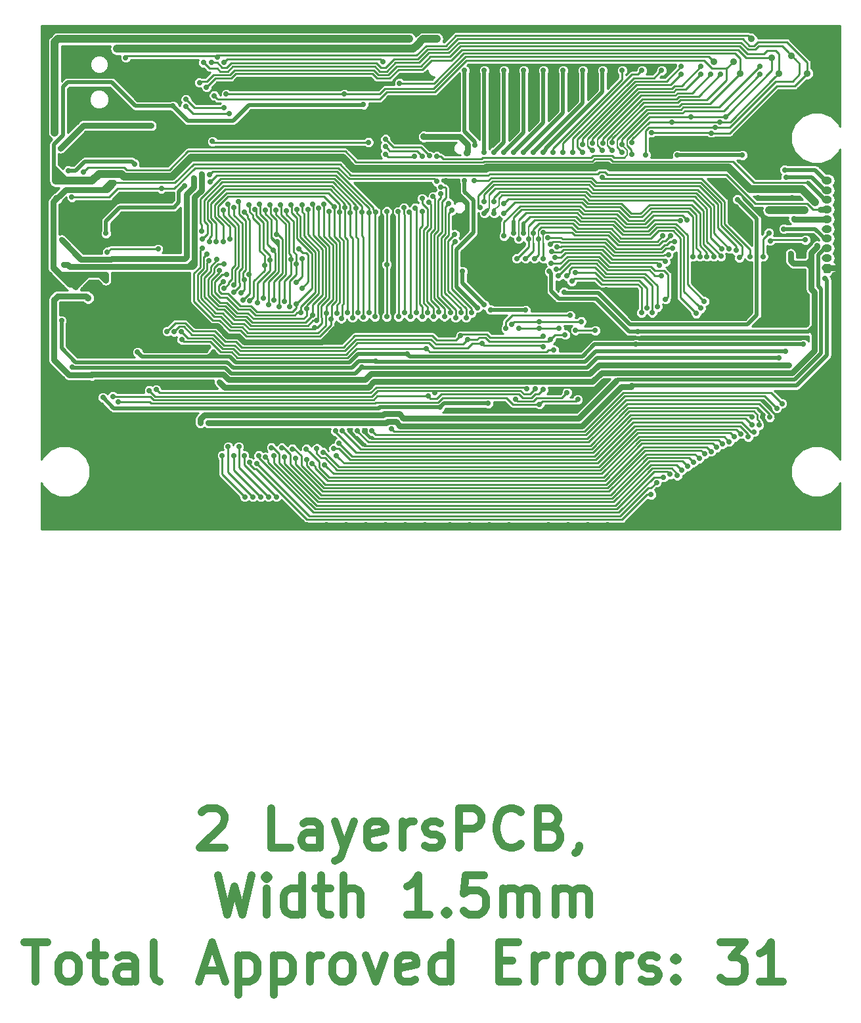
<source format=gbr>
G04 #@! TF.GenerationSoftware,KiCad,Pcbnew,(6.0.0-rc1-dev-478-gc120ae9e9)*
G04 #@! TF.CreationDate,2018-09-18T16:09:50+03:00*
G04 #@! TF.ProjectId,LCD-DRIVER_Rev_C,4C43442D4452495645525F5265765F43,C*
G04 #@! TF.SameCoordinates,Original*
G04 #@! TF.FileFunction,Copper,L1,Top,Signal*
G04 #@! TF.FilePolarity,Positive*
%FSLAX46Y46*%
G04 Gerber Fmt 4.6, Leading zero omitted, Abs format (unit mm)*
G04 Created by KiCad (PCBNEW (6.0.0-rc1-dev-478-gc120ae9e9)) date 09/18/18 16:09:50*
%MOMM*%
%LPD*%
G01*
G04 APERTURE LIST*
G04 #@! TA.AperFunction,NonConductor*
%ADD10C,1.016000*%
G04 #@! TD*
G04 #@! TA.AperFunction,ComponentPad*
%ADD11O,1.300000X1.000000*%
G04 #@! TD*
G04 #@! TA.AperFunction,ViaPad*
%ADD12C,0.700000*%
G04 #@! TD*
G04 #@! TA.AperFunction,ViaPad*
%ADD13C,0.900000*%
G04 #@! TD*
G04 #@! TA.AperFunction,Conductor*
%ADD14C,1.016000*%
G04 #@! TD*
G04 #@! TA.AperFunction,Conductor*
%ADD15C,0.762000*%
G04 #@! TD*
G04 #@! TA.AperFunction,Conductor*
%ADD16C,0.254000*%
G04 #@! TD*
G04 #@! TA.AperFunction,Conductor*
%ADD17C,0.508000*%
G04 #@! TD*
G04 #@! TA.AperFunction,Conductor*
%ADD18C,0.152400*%
G04 #@! TD*
G04 APERTURE END LIST*
D10*
X91228333Y-162420904D02*
X91470238Y-162179000D01*
X91954047Y-161937095D01*
X93163571Y-161937095D01*
X93647380Y-162179000D01*
X93889285Y-162420904D01*
X94131190Y-162904714D01*
X94131190Y-163388523D01*
X93889285Y-164114238D01*
X90986428Y-167017095D01*
X94131190Y-167017095D01*
X102597857Y-167017095D02*
X100178809Y-167017095D01*
X100178809Y-161937095D01*
X106468333Y-167017095D02*
X106468333Y-164356142D01*
X106226428Y-163872333D01*
X105742619Y-163630428D01*
X104775000Y-163630428D01*
X104291190Y-163872333D01*
X106468333Y-166775190D02*
X105984523Y-167017095D01*
X104775000Y-167017095D01*
X104291190Y-166775190D01*
X104049285Y-166291380D01*
X104049285Y-165807571D01*
X104291190Y-165323761D01*
X104775000Y-165081857D01*
X105984523Y-165081857D01*
X106468333Y-164839952D01*
X108403571Y-163630428D02*
X109613095Y-167017095D01*
X110822619Y-163630428D02*
X109613095Y-167017095D01*
X109129285Y-168226619D01*
X108887380Y-168468523D01*
X108403571Y-168710428D01*
X114693095Y-166775190D02*
X114209285Y-167017095D01*
X113241666Y-167017095D01*
X112757857Y-166775190D01*
X112515952Y-166291380D01*
X112515952Y-164356142D01*
X112757857Y-163872333D01*
X113241666Y-163630428D01*
X114209285Y-163630428D01*
X114693095Y-163872333D01*
X114935000Y-164356142D01*
X114935000Y-164839952D01*
X112515952Y-165323761D01*
X117112142Y-167017095D02*
X117112142Y-163630428D01*
X117112142Y-164598047D02*
X117354047Y-164114238D01*
X117595952Y-163872333D01*
X118079761Y-163630428D01*
X118563571Y-163630428D01*
X120015000Y-166775190D02*
X120498809Y-167017095D01*
X121466428Y-167017095D01*
X121950238Y-166775190D01*
X122192142Y-166291380D01*
X122192142Y-166049476D01*
X121950238Y-165565666D01*
X121466428Y-165323761D01*
X120740714Y-165323761D01*
X120256904Y-165081857D01*
X120015000Y-164598047D01*
X120015000Y-164356142D01*
X120256904Y-163872333D01*
X120740714Y-163630428D01*
X121466428Y-163630428D01*
X121950238Y-163872333D01*
X124369285Y-167017095D02*
X124369285Y-161937095D01*
X126304523Y-161937095D01*
X126788333Y-162179000D01*
X127030238Y-162420904D01*
X127272142Y-162904714D01*
X127272142Y-163630428D01*
X127030238Y-164114238D01*
X126788333Y-164356142D01*
X126304523Y-164598047D01*
X124369285Y-164598047D01*
X132352142Y-166533285D02*
X132110238Y-166775190D01*
X131384523Y-167017095D01*
X130900714Y-167017095D01*
X130175000Y-166775190D01*
X129691190Y-166291380D01*
X129449285Y-165807571D01*
X129207380Y-164839952D01*
X129207380Y-164114238D01*
X129449285Y-163146619D01*
X129691190Y-162662809D01*
X130175000Y-162179000D01*
X130900714Y-161937095D01*
X131384523Y-161937095D01*
X132110238Y-162179000D01*
X132352142Y-162420904D01*
X136222619Y-164356142D02*
X136948333Y-164598047D01*
X137190238Y-164839952D01*
X137432142Y-165323761D01*
X137432142Y-166049476D01*
X137190238Y-166533285D01*
X136948333Y-166775190D01*
X136464523Y-167017095D01*
X134529285Y-167017095D01*
X134529285Y-161937095D01*
X136222619Y-161937095D01*
X136706428Y-162179000D01*
X136948333Y-162420904D01*
X137190238Y-162904714D01*
X137190238Y-163388523D01*
X136948333Y-163872333D01*
X136706428Y-164114238D01*
X136222619Y-164356142D01*
X134529285Y-164356142D01*
X139851190Y-166775190D02*
X139851190Y-167017095D01*
X139609285Y-167500904D01*
X139367380Y-167742809D01*
X93284523Y-170573095D02*
X94494047Y-175653095D01*
X95461666Y-172024523D01*
X96429285Y-175653095D01*
X97638809Y-170573095D01*
X99574047Y-175653095D02*
X99574047Y-172266428D01*
X99574047Y-170573095D02*
X99332142Y-170815000D01*
X99574047Y-171056904D01*
X99815952Y-170815000D01*
X99574047Y-170573095D01*
X99574047Y-171056904D01*
X104170238Y-175653095D02*
X104170238Y-170573095D01*
X104170238Y-175411190D02*
X103686428Y-175653095D01*
X102718809Y-175653095D01*
X102235000Y-175411190D01*
X101993095Y-175169285D01*
X101751190Y-174685476D01*
X101751190Y-173234047D01*
X101993095Y-172750238D01*
X102235000Y-172508333D01*
X102718809Y-172266428D01*
X103686428Y-172266428D01*
X104170238Y-172508333D01*
X105863571Y-172266428D02*
X107798809Y-172266428D01*
X106589285Y-170573095D02*
X106589285Y-174927380D01*
X106831190Y-175411190D01*
X107315000Y-175653095D01*
X107798809Y-175653095D01*
X109492142Y-175653095D02*
X109492142Y-170573095D01*
X111669285Y-175653095D02*
X111669285Y-172992142D01*
X111427380Y-172508333D01*
X110943571Y-172266428D01*
X110217857Y-172266428D01*
X109734047Y-172508333D01*
X109492142Y-172750238D01*
X120619761Y-175653095D02*
X117716904Y-175653095D01*
X119168333Y-175653095D02*
X119168333Y-170573095D01*
X118684523Y-171298809D01*
X118200714Y-171782619D01*
X117716904Y-172024523D01*
X122796904Y-175169285D02*
X123038809Y-175411190D01*
X122796904Y-175653095D01*
X122555000Y-175411190D01*
X122796904Y-175169285D01*
X122796904Y-175653095D01*
X127635000Y-170573095D02*
X125215952Y-170573095D01*
X124974047Y-172992142D01*
X125215952Y-172750238D01*
X125699761Y-172508333D01*
X126909285Y-172508333D01*
X127393095Y-172750238D01*
X127635000Y-172992142D01*
X127876904Y-173475952D01*
X127876904Y-174685476D01*
X127635000Y-175169285D01*
X127393095Y-175411190D01*
X126909285Y-175653095D01*
X125699761Y-175653095D01*
X125215952Y-175411190D01*
X124974047Y-175169285D01*
X130054047Y-175653095D02*
X130054047Y-172266428D01*
X130054047Y-172750238D02*
X130295952Y-172508333D01*
X130779761Y-172266428D01*
X131505476Y-172266428D01*
X131989285Y-172508333D01*
X132231190Y-172992142D01*
X132231190Y-175653095D01*
X132231190Y-172992142D02*
X132473095Y-172508333D01*
X132956904Y-172266428D01*
X133682619Y-172266428D01*
X134166428Y-172508333D01*
X134408333Y-172992142D01*
X134408333Y-175653095D01*
X136827380Y-175653095D02*
X136827380Y-172266428D01*
X136827380Y-172750238D02*
X137069285Y-172508333D01*
X137553095Y-172266428D01*
X138278809Y-172266428D01*
X138762619Y-172508333D01*
X139004523Y-172992142D01*
X139004523Y-175653095D01*
X139004523Y-172992142D02*
X139246428Y-172508333D01*
X139730238Y-172266428D01*
X140455952Y-172266428D01*
X140939761Y-172508333D01*
X141181666Y-172992142D01*
X141181666Y-175653095D01*
X68368333Y-179209095D02*
X71271190Y-179209095D01*
X69819761Y-184289095D02*
X69819761Y-179209095D01*
X73690238Y-184289095D02*
X73206428Y-184047190D01*
X72964523Y-183805285D01*
X72722619Y-183321476D01*
X72722619Y-181870047D01*
X72964523Y-181386238D01*
X73206428Y-181144333D01*
X73690238Y-180902428D01*
X74415952Y-180902428D01*
X74899761Y-181144333D01*
X75141666Y-181386238D01*
X75383571Y-181870047D01*
X75383571Y-183321476D01*
X75141666Y-183805285D01*
X74899761Y-184047190D01*
X74415952Y-184289095D01*
X73690238Y-184289095D01*
X76835000Y-180902428D02*
X78770238Y-180902428D01*
X77560714Y-179209095D02*
X77560714Y-183563380D01*
X77802619Y-184047190D01*
X78286428Y-184289095D01*
X78770238Y-184289095D01*
X82640714Y-184289095D02*
X82640714Y-181628142D01*
X82398809Y-181144333D01*
X81915000Y-180902428D01*
X80947380Y-180902428D01*
X80463571Y-181144333D01*
X82640714Y-184047190D02*
X82156904Y-184289095D01*
X80947380Y-184289095D01*
X80463571Y-184047190D01*
X80221666Y-183563380D01*
X80221666Y-183079571D01*
X80463571Y-182595761D01*
X80947380Y-182353857D01*
X82156904Y-182353857D01*
X82640714Y-182111952D01*
X85785476Y-184289095D02*
X85301666Y-184047190D01*
X85059761Y-183563380D01*
X85059761Y-179209095D01*
X91349285Y-182837666D02*
X93768333Y-182837666D01*
X90865476Y-184289095D02*
X92558809Y-179209095D01*
X94252142Y-184289095D01*
X95945476Y-180902428D02*
X95945476Y-185982428D01*
X95945476Y-181144333D02*
X96429285Y-180902428D01*
X97396904Y-180902428D01*
X97880714Y-181144333D01*
X98122619Y-181386238D01*
X98364523Y-181870047D01*
X98364523Y-183321476D01*
X98122619Y-183805285D01*
X97880714Y-184047190D01*
X97396904Y-184289095D01*
X96429285Y-184289095D01*
X95945476Y-184047190D01*
X100541666Y-180902428D02*
X100541666Y-185982428D01*
X100541666Y-181144333D02*
X101025476Y-180902428D01*
X101993095Y-180902428D01*
X102476904Y-181144333D01*
X102718809Y-181386238D01*
X102960714Y-181870047D01*
X102960714Y-183321476D01*
X102718809Y-183805285D01*
X102476904Y-184047190D01*
X101993095Y-184289095D01*
X101025476Y-184289095D01*
X100541666Y-184047190D01*
X105137857Y-184289095D02*
X105137857Y-180902428D01*
X105137857Y-181870047D02*
X105379761Y-181386238D01*
X105621666Y-181144333D01*
X106105476Y-180902428D01*
X106589285Y-180902428D01*
X109008333Y-184289095D02*
X108524523Y-184047190D01*
X108282619Y-183805285D01*
X108040714Y-183321476D01*
X108040714Y-181870047D01*
X108282619Y-181386238D01*
X108524523Y-181144333D01*
X109008333Y-180902428D01*
X109734047Y-180902428D01*
X110217857Y-181144333D01*
X110459761Y-181386238D01*
X110701666Y-181870047D01*
X110701666Y-183321476D01*
X110459761Y-183805285D01*
X110217857Y-184047190D01*
X109734047Y-184289095D01*
X109008333Y-184289095D01*
X112395000Y-180902428D02*
X113604523Y-184289095D01*
X114814047Y-180902428D01*
X118684523Y-184047190D02*
X118200714Y-184289095D01*
X117233095Y-184289095D01*
X116749285Y-184047190D01*
X116507380Y-183563380D01*
X116507380Y-181628142D01*
X116749285Y-181144333D01*
X117233095Y-180902428D01*
X118200714Y-180902428D01*
X118684523Y-181144333D01*
X118926428Y-181628142D01*
X118926428Y-182111952D01*
X116507380Y-182595761D01*
X123280714Y-184289095D02*
X123280714Y-179209095D01*
X123280714Y-184047190D02*
X122796904Y-184289095D01*
X121829285Y-184289095D01*
X121345476Y-184047190D01*
X121103571Y-183805285D01*
X120861666Y-183321476D01*
X120861666Y-181870047D01*
X121103571Y-181386238D01*
X121345476Y-181144333D01*
X121829285Y-180902428D01*
X122796904Y-180902428D01*
X123280714Y-181144333D01*
X129570238Y-181628142D02*
X131263571Y-181628142D01*
X131989285Y-184289095D02*
X129570238Y-184289095D01*
X129570238Y-179209095D01*
X131989285Y-179209095D01*
X134166428Y-184289095D02*
X134166428Y-180902428D01*
X134166428Y-181870047D02*
X134408333Y-181386238D01*
X134650238Y-181144333D01*
X135134047Y-180902428D01*
X135617857Y-180902428D01*
X137311190Y-184289095D02*
X137311190Y-180902428D01*
X137311190Y-181870047D02*
X137553095Y-181386238D01*
X137795000Y-181144333D01*
X138278809Y-180902428D01*
X138762619Y-180902428D01*
X141181666Y-184289095D02*
X140697857Y-184047190D01*
X140455952Y-183805285D01*
X140214047Y-183321476D01*
X140214047Y-181870047D01*
X140455952Y-181386238D01*
X140697857Y-181144333D01*
X141181666Y-180902428D01*
X141907380Y-180902428D01*
X142391190Y-181144333D01*
X142633095Y-181386238D01*
X142875000Y-181870047D01*
X142875000Y-183321476D01*
X142633095Y-183805285D01*
X142391190Y-184047190D01*
X141907380Y-184289095D01*
X141181666Y-184289095D01*
X145052142Y-184289095D02*
X145052142Y-180902428D01*
X145052142Y-181870047D02*
X145294047Y-181386238D01*
X145535952Y-181144333D01*
X146019761Y-180902428D01*
X146503571Y-180902428D01*
X147955000Y-184047190D02*
X148438809Y-184289095D01*
X149406428Y-184289095D01*
X149890238Y-184047190D01*
X150132142Y-183563380D01*
X150132142Y-183321476D01*
X149890238Y-182837666D01*
X149406428Y-182595761D01*
X148680714Y-182595761D01*
X148196904Y-182353857D01*
X147955000Y-181870047D01*
X147955000Y-181628142D01*
X148196904Y-181144333D01*
X148680714Y-180902428D01*
X149406428Y-180902428D01*
X149890238Y-181144333D01*
X152309285Y-183805285D02*
X152551190Y-184047190D01*
X152309285Y-184289095D01*
X152067380Y-184047190D01*
X152309285Y-183805285D01*
X152309285Y-184289095D01*
X152309285Y-181144333D02*
X152551190Y-181386238D01*
X152309285Y-181628142D01*
X152067380Y-181386238D01*
X152309285Y-181144333D01*
X152309285Y-181628142D01*
X158115000Y-179209095D02*
X161259761Y-179209095D01*
X159566428Y-181144333D01*
X160292142Y-181144333D01*
X160775952Y-181386238D01*
X161017857Y-181628142D01*
X161259761Y-182111952D01*
X161259761Y-183321476D01*
X161017857Y-183805285D01*
X160775952Y-184047190D01*
X160292142Y-184289095D01*
X158840714Y-184289095D01*
X158356904Y-184047190D01*
X158115000Y-183805285D01*
X166097857Y-184289095D02*
X163195000Y-184289095D01*
X164646428Y-184289095D02*
X164646428Y-179209095D01*
X164162619Y-179934809D01*
X163678809Y-180418619D01*
X163195000Y-180660523D01*
D11*
G04 #@! TO.P,PWR1,1*
G04 #@! TO.N,VGH*
X171831000Y-80989000D03*
G04 #@! TO.P,PWR1,2*
G04 #@! TO.N,AVDD*
X171831000Y-82239000D03*
G04 #@! TO.P,PWR1,3*
G04 #@! TO.N,+5V*
X171831000Y-83489000D03*
G04 #@! TO.P,PWR1,4*
G04 #@! TO.N,VDD*
X171831000Y-84739000D03*
G04 #@! TO.P,PWR1,5*
G04 #@! TO.N,VCOM*
X171831000Y-85989000D03*
G04 #@! TO.P,PWR1,6*
G04 #@! TO.N,+3V3*
X171831000Y-87239000D03*
G04 #@! TO.P,PWR1,7*
G04 #@! TO.N,VGL*
X171831000Y-88489000D03*
G04 #@! TO.P,PWR1,8*
G04 #@! TO.N,VLED+*
X171831000Y-89739000D03*
G04 #@! TO.P,PWR1,9*
G04 #@! TO.N,VLED-*
X171831000Y-90989000D03*
G04 #@! TO.P,PWR1,10*
G04 #@! TO.N,GND*
X171831000Y-92239000D03*
G04 #@! TD*
D12*
G04 #@! TO.N,+3V3*
X93472000Y-106976010D03*
D13*
X72390000Y-81026000D03*
X77089000Y-81026000D03*
D12*
X170307000Y-83820000D03*
X148209000Y-105791000D03*
X167132000Y-90424000D03*
X170561000Y-89408000D03*
X89027000Y-81661000D03*
D13*
X89027000Y-78867000D03*
D12*
X104140000Y-91059000D03*
X103378000Y-94107000D03*
X149890022Y-79349838D03*
X136017000Y-92710000D03*
X124841000Y-92710000D03*
X127635000Y-97028000D03*
X87503002Y-71374000D03*
X112035496Y-71204012D03*
X147447000Y-100457000D03*
X78867000Y-87794120D03*
G04 #@! TO.N,VDD*
X78867000Y-93853000D03*
X78867000Y-93091000D03*
X79406506Y-81280000D03*
X79079000Y-81934329D03*
D13*
X72517000Y-83312000D03*
D12*
X74930000Y-94742000D03*
G04 #@! TO.N,+5V*
X75946000Y-79925010D03*
D13*
G04 #@! TO.N,/LCD_5.0V*
X110490006Y-62738000D03*
X117983000Y-62738000D03*
X72263000Y-74802994D03*
D12*
G04 #@! TO.N,GND*
X115824000Y-89027000D03*
X114300000Y-89027000D03*
X115824000Y-86995000D03*
X114300000Y-86995000D03*
X115824000Y-98044000D03*
X114300000Y-98044000D03*
X87249000Y-83566000D03*
D13*
X87122000Y-72644000D03*
X74803000Y-61468000D03*
X173101000Y-71755000D03*
X173101000Y-61468000D03*
X71120000Y-121539000D03*
X73025000Y-114681000D03*
X75184000Y-114681000D03*
X70993000Y-109855000D03*
X70993000Y-112395000D03*
X70993000Y-115697000D03*
X70993000Y-114681000D03*
X73914000Y-122555000D03*
X76200000Y-125349000D03*
X73914000Y-125349000D03*
X71120000Y-122555000D03*
X80010000Y-125349000D03*
X81915000Y-125349000D03*
X84455000Y-125349000D03*
X86995000Y-125349000D03*
X89535000Y-125349000D03*
X92075000Y-125349000D03*
X94615000Y-125349000D03*
X97155000Y-125349000D03*
X99695000Y-125349000D03*
X102235000Y-125349000D03*
X172847000Y-122555004D03*
X170180000Y-123190000D03*
X166624000Y-120650000D03*
X166624000Y-123190000D03*
X168910000Y-114554000D03*
X170815000Y-114554000D03*
X172847000Y-99060000D03*
X172847000Y-101600000D03*
X172847000Y-104140000D03*
X172847000Y-106680000D03*
X172847000Y-94742000D03*
X172847000Y-96520000D03*
X172847000Y-108839000D03*
X172847000Y-114554000D03*
X172847000Y-112522000D03*
X78105000Y-125349000D03*
D12*
X85090000Y-102489000D03*
X91694000Y-102489000D03*
D13*
X78740000Y-98933000D03*
X77343000Y-119761000D03*
X70993000Y-107442000D03*
X70993000Y-94361000D03*
D12*
X78605099Y-85224901D03*
X80487001Y-83032999D03*
X76171999Y-86868000D03*
X76171999Y-86106000D03*
X78105000Y-85725000D03*
D13*
X70993000Y-97028000D03*
X83693000Y-61468000D03*
X108839000Y-61468000D03*
X88646000Y-61468000D03*
X112395000Y-61468000D03*
X115443000Y-73025000D03*
X120650000Y-73025000D03*
X122047000Y-73024998D03*
X123317000Y-73025000D03*
D12*
X167360794Y-83232107D03*
X162941008Y-83185000D03*
X160020000Y-75946000D03*
X161797998Y-75946000D03*
X156591000Y-75946000D03*
X153289000Y-75946000D03*
X166876232Y-89528811D03*
X168865878Y-90666132D03*
D13*
X84836002Y-120142000D03*
X85852000Y-120142000D03*
D12*
X163553976Y-111505719D03*
X165354000Y-111505994D03*
X151003000Y-75946000D03*
X140589000Y-107950000D03*
X143002000Y-101219000D03*
X142978676Y-106910676D03*
D13*
X133346371Y-125513290D03*
D12*
X125095000Y-85344000D03*
X115821651Y-84451157D03*
X87122000Y-78486000D03*
X114300603Y-84370010D03*
X143002000Y-98425000D03*
X143002000Y-99822000D03*
X129413000Y-93980000D03*
X129413000Y-89408000D03*
D13*
X172847000Y-93218000D03*
X173101000Y-90297000D03*
X173101000Y-87884000D03*
X173101000Y-85471000D03*
X173101000Y-82931000D03*
X173101000Y-80391000D03*
X173101000Y-78232000D03*
X173101000Y-69215000D03*
X173101000Y-66675000D03*
X173101000Y-64135000D03*
X171450000Y-61468000D03*
X169545000Y-61468000D03*
X167005000Y-61468000D03*
X164465000Y-61468000D03*
X161925000Y-61468000D03*
X159385000Y-61468000D03*
X156845000Y-61468000D03*
X154305000Y-61468000D03*
X151765000Y-61468000D03*
X149225000Y-61468000D03*
X146685000Y-61468000D03*
X144145000Y-61468000D03*
X141605000Y-61468000D03*
X139065000Y-61468000D03*
X136525000Y-61468000D03*
X133985000Y-61468000D03*
X131445000Y-61468000D03*
X128905000Y-61468000D03*
X126365000Y-61468000D03*
X123825000Y-61468000D03*
X121285000Y-61468000D03*
X118745000Y-61468000D03*
X116205000Y-61468000D03*
X114300000Y-61468000D03*
X110490000Y-61468000D03*
X106680000Y-61468000D03*
X104140000Y-61468000D03*
X101600000Y-61468000D03*
X99060000Y-61468000D03*
X96520000Y-61468000D03*
X93980000Y-61468000D03*
X91440000Y-61468000D03*
X86360000Y-61468000D03*
X78105000Y-61468000D03*
X80645000Y-61468000D03*
X70993000Y-90170000D03*
X70993000Y-85725000D03*
X83693000Y-68580000D03*
X86106000Y-68580000D03*
X171450000Y-62865000D03*
X171450000Y-65405000D03*
X171450000Y-67945000D03*
X171450000Y-70485000D03*
X170180000Y-71755000D03*
X170180000Y-69215000D03*
X148590000Y-125476000D03*
X151130000Y-125476000D03*
X153670000Y-125476000D03*
X156210000Y-125476000D03*
X158750000Y-125476000D03*
X161290000Y-125476000D03*
X163830000Y-125476000D03*
X166624000Y-125476000D03*
X168275000Y-125476000D03*
X170180000Y-125476000D03*
X170815000Y-112522000D03*
X168910000Y-112522000D03*
X166624000Y-114554000D03*
X166624000Y-116840000D03*
X167767000Y-115697000D03*
X166624000Y-112522000D03*
X166624000Y-118110000D03*
X168275000Y-123190000D03*
X165100000Y-123190000D03*
X162560000Y-123190000D03*
X160020000Y-123190000D03*
X157480000Y-123190000D03*
X154940000Y-123190000D03*
X152400000Y-123190000D03*
X149860000Y-123190000D03*
X163830000Y-120650000D03*
X161290000Y-120650000D03*
X158750000Y-120650000D03*
X156210000Y-120650000D03*
X153670000Y-120650000D03*
X163830000Y-118110000D03*
X163830000Y-115570000D03*
X161290000Y-118110000D03*
X158750000Y-118110000D03*
X156210000Y-118110000D03*
X169000000Y-110650000D03*
D12*
X141277010Y-101231131D03*
X128905000Y-66802000D03*
X131445000Y-66802000D03*
X133985000Y-66802000D03*
X126365000Y-66802000D03*
X136525000Y-66802000D03*
X139065000Y-66802000D03*
X141605000Y-66802000D03*
X144145000Y-66802000D03*
D13*
X86995000Y-121285000D03*
X89535000Y-121285000D03*
X92075000Y-121285000D03*
X94615000Y-121285000D03*
X88265000Y-120015000D03*
X90805000Y-120015000D03*
X93345000Y-120015000D03*
X92075000Y-118745000D03*
X92075000Y-116205000D03*
X92075000Y-113665000D03*
X90805000Y-117475000D03*
X90805000Y-114935000D03*
X89535000Y-118745000D03*
X88265000Y-117475000D03*
X89535000Y-116205000D03*
X88265000Y-114935000D03*
X89535000Y-113665000D03*
X86995000Y-116205000D03*
X85725000Y-114935000D03*
X86995000Y-113665000D03*
X73025000Y-112395000D03*
X73025000Y-109855000D03*
X73025000Y-107315000D03*
X74930000Y-123825000D03*
X76200000Y-71120000D03*
X77470000Y-72644000D03*
X74803000Y-66675000D03*
X74803000Y-64135000D03*
X78105000Y-64135000D03*
X76200000Y-65405000D03*
X115443000Y-71755000D03*
X115443000Y-70485000D03*
X166370000Y-73660000D03*
D12*
X133985000Y-93980000D03*
X133985000Y-95631000D03*
X135255000Y-94615000D03*
X135255000Y-96520000D03*
X131826000Y-93980000D03*
X130683000Y-95631000D03*
X127635000Y-95631000D03*
X127635000Y-93980000D03*
X129540000Y-95631000D03*
X125730000Y-93980000D03*
X125730000Y-91440000D03*
X127635000Y-91440000D03*
X129413000Y-91440000D03*
X125730000Y-89535000D03*
X127635000Y-89535000D03*
D13*
X85725000Y-93345000D03*
X88265000Y-93345000D03*
X86995000Y-94615000D03*
X85725000Y-95885000D03*
X88265000Y-95885000D03*
X88265000Y-98425000D03*
X86995000Y-97155000D03*
X85090010Y-98933000D03*
X85090010Y-100965000D03*
D12*
X110340978Y-113284283D03*
X112228275Y-113312712D03*
D13*
X128273240Y-125491010D03*
X109855000Y-125491010D03*
X146050812Y-125481017D03*
X125730000Y-125491010D03*
X107315000Y-125491010D03*
X143510000Y-125491010D03*
X135890000Y-125491010D03*
X104773709Y-125490888D03*
X130810002Y-125491010D03*
X140970000Y-125491010D03*
X138430000Y-125491010D03*
X123190000Y-125491010D03*
X114935000Y-125491010D03*
X117475000Y-125491010D03*
X112395000Y-125491010D03*
X120015000Y-125491010D03*
D12*
X123444000Y-110638000D03*
X129413000Y-100075994D03*
X133985000Y-96774000D03*
X131826000Y-96774000D03*
X129413000Y-96774000D03*
X136525004Y-96774000D03*
X161163000Y-85979000D03*
X122682000Y-81026000D03*
X159131000Y-81915000D03*
X136398000Y-107950000D03*
X143383000Y-95038000D03*
X91801274Y-70315011D03*
D13*
X87122000Y-74295000D03*
X70993000Y-80645000D03*
X74803000Y-69850000D03*
X74803000Y-72644000D03*
D12*
G04 #@! TO.N,Net-(C4-Pad2)*
X119632033Y-83311719D03*
X120362324Y-98021955D03*
G04 #@! TO.N,VCOM*
X117729000Y-103378000D03*
X82931000Y-103124010D03*
X112710032Y-76072991D03*
X168783000Y-102108000D03*
X92690593Y-103082000D03*
X94064809Y-94905466D03*
X147193000Y-102108000D03*
X167543737Y-85948267D03*
X92583000Y-75946000D03*
X94024131Y-84850850D03*
G04 #@! TO.N,RTP_X-(X1)*
X123444000Y-84836000D03*
X124629988Y-98044000D03*
X124587000Y-101007010D03*
X86741000Y-100457000D03*
X135255006Y-101050287D03*
G04 #@! TO.N,RTP_Y-(Y1)*
X138049000Y-100883498D03*
X136155979Y-101523568D03*
X123825000Y-87937002D03*
X125306990Y-98680405D03*
X125475988Y-101515010D03*
X87669583Y-100485855D03*
D13*
G04 #@! TO.N,/LCD_3.3V*
X121539014Y-62738000D03*
X109601000Y-64008000D03*
X118490998Y-64008000D03*
X125393464Y-77416955D03*
X80264000Y-64008000D03*
X119857465Y-75341535D03*
D12*
X126746000Y-97409000D03*
X125095000Y-81026000D03*
G04 #@! TO.N,VGH*
X118110000Y-98552000D03*
X111852344Y-105071010D03*
X166370000Y-79629000D03*
X165661949Y-103843990D03*
X117978895Y-85053133D03*
X74510298Y-105087846D03*
G04 #@! TO.N,AVDD*
X119634000Y-98552000D03*
X119634000Y-84963000D03*
D13*
X77089000Y-106045000D03*
X76581000Y-96139000D03*
D12*
X112903000Y-106045004D03*
X166537261Y-80566643D03*
X166878000Y-104774990D03*
X72644000Y-95885000D03*
G04 #@! TO.N,Net-(C20-Pad2)*
X74019367Y-79697280D03*
X82550000Y-78867000D03*
G04 #@! TO.N,VGL*
X118872000Y-98044000D03*
X73152000Y-99060000D03*
X113665000Y-104267000D03*
X166497000Y-102997000D03*
X118713258Y-84532813D03*
X166243000Y-87249004D03*
D13*
G04 #@! TO.N,/LCD_PWRE*
X162052000Y-62738000D03*
D12*
X93250624Y-65066010D03*
X81407000Y-65151000D03*
X163195000Y-66294000D03*
X145409675Y-77356292D03*
D13*
G04 #@! TO.N,/LCD_L/R*
X159766000Y-65659000D03*
D12*
X144157264Y-77099525D03*
X92819331Y-70040988D03*
G04 #@! TO.N,L/R*
X116586000Y-98552000D03*
X164338000Y-87756992D03*
X163592879Y-90798903D03*
X165353843Y-110344029D03*
X116534394Y-85000720D03*
X113157000Y-113283982D03*
G04 #@! TO.N,RTP_Y+(Y2)*
X123063000Y-83947000D03*
X123952979Y-98686037D03*
X88631249Y-101489999D03*
X136631623Y-102858310D03*
X120168012Y-102680740D03*
G04 #@! TO.N,RTP_X+(X2)*
X125984000Y-98044000D03*
X123859843Y-88866625D03*
X88616719Y-100518032D03*
X135248445Y-102404299D03*
X127381000Y-101981000D03*
G04 #@! TO.N,/LCD_DE*
X158115000Y-67310000D03*
X95389455Y-95395519D03*
X147908054Y-98044000D03*
X138937992Y-93980000D03*
X142901847Y-76158410D03*
X95378142Y-84457346D03*
G04 #@! TO.N,/LCD_VSYNC*
X89170602Y-70527010D03*
X155575000Y-67310000D03*
X96773994Y-121793000D03*
X93853004Y-116459000D03*
X96284103Y-95493633D03*
X96689717Y-93765953D03*
X139355141Y-92869297D03*
X141609137Y-76200425D03*
X148585064Y-97393558D03*
X95945172Y-83707389D03*
X94107000Y-71628000D03*
G04 #@! TO.N,/LCD_HSYNC*
X155575000Y-66294000D03*
X97801013Y-121793000D03*
X94615000Y-115316000D03*
X96520766Y-96371486D03*
X97263934Y-93072919D03*
X138295835Y-93293603D03*
X141596210Y-77100344D03*
X96732153Y-85071433D03*
X89145963Y-71434401D03*
X94800758Y-72373252D03*
X149296228Y-98032690D03*
G04 #@! TO.N,/LCD_CLK*
X115062000Y-98552000D03*
D13*
X157226000Y-65643990D03*
D12*
X156845000Y-67310000D03*
X164453987Y-111506000D03*
X115089491Y-84974572D03*
X103740015Y-89820197D03*
X115062000Y-91821000D03*
X104140000Y-94869000D03*
X142875000Y-77092866D03*
X142877903Y-80577570D03*
X111272383Y-113252888D03*
X161925000Y-90805000D03*
X109601000Y-69850000D03*
X94360998Y-69850000D03*
G04 #@! TO.N,/LCD_B7*
X153035000Y-67310000D03*
X98817013Y-121793000D03*
X95334011Y-116459006D03*
X97415124Y-96472209D03*
X99327875Y-91947991D03*
X97293133Y-84122720D03*
X137222966Y-93272193D03*
X140335000Y-76327000D03*
X149973238Y-97282000D03*
G04 #@! TO.N,/LCD_B6*
X153035000Y-66294000D03*
X99822008Y-121793000D03*
X96011013Y-115316000D03*
X100016073Y-91259807D03*
X98107077Y-84752684D03*
X140320386Y-77342932D03*
X150479764Y-93279696D03*
X136954962Y-92413011D03*
X98383984Y-96771785D03*
G04 #@! TO.N,/LCD_B5*
X96688023Y-116459000D03*
X100838000Y-121800043D03*
X151000000Y-96302376D03*
X100461948Y-89996971D03*
X98647276Y-84032819D03*
X99175937Y-96197550D03*
X136271006Y-91694000D03*
G04 #@! TO.N,/LCD_B4*
X139065000Y-77343000D03*
X97420010Y-117346524D03*
X100916986Y-88862703D03*
X99461112Y-84819556D03*
X150237624Y-91909106D03*
X136780404Y-90930596D03*
X150495006Y-66802000D03*
X99852947Y-97024114D03*
X149141366Y-121499230D03*
G04 #@! TO.N,/LCD_B3*
X149848987Y-119930010D03*
X100002138Y-84100312D03*
X100529949Y-96425557D03*
X151004963Y-91438774D03*
X136352260Y-90134804D03*
X100856218Y-87924345D03*
X98317376Y-117456420D03*
G04 #@! TO.N,/LCD_B2*
X137795000Y-77343000D03*
X150749000Y-119253000D03*
X151386452Y-90541124D03*
X100815204Y-84853897D03*
X137027587Y-89532350D03*
X147955000Y-66801986D03*
X101206958Y-97219143D03*
X98563531Y-116445389D03*
G04 #@! TO.N,/LCD_B1*
X151584021Y-118884430D03*
X151877356Y-89736724D03*
X102732116Y-91153731D03*
X101356149Y-84134047D03*
X101883960Y-96619544D03*
X136165096Y-89254469D03*
X99442412Y-116639268D03*
G04 #@! TO.N,/LCD_B0*
X136525000Y-77343000D03*
X152523231Y-119024124D03*
X152153577Y-88874847D03*
X103381728Y-91776648D03*
X102170185Y-84869673D03*
X135863312Y-88406561D03*
X145415000Y-66802000D03*
X102560969Y-97231760D03*
X100522517Y-116465955D03*
G04 #@! TO.N,/LCD_G7*
X153091679Y-118326350D03*
X151637594Y-88137431D03*
X135255000Y-91058998D03*
X102716431Y-84154386D03*
X135246210Y-87729551D03*
X103405737Y-96921295D03*
X94038942Y-94005826D03*
X100195498Y-115437813D03*
G04 #@! TO.N,/LCD_G6*
X135255000Y-77343000D03*
X153840284Y-117826738D03*
X134112000Y-91059000D03*
X104013000Y-98044000D03*
X94427553Y-93145244D03*
X103524196Y-84711044D03*
X150675126Y-88142461D03*
X134610901Y-88519000D03*
X142875000Y-66802008D03*
X101878087Y-116655300D03*
G04 #@! TO.N,/LCD_G5*
X154588934Y-117327193D03*
X132969000Y-91059000D03*
X133984691Y-87754141D03*
X104775000Y-97536000D03*
X154959329Y-98141472D03*
X104198790Y-84109180D03*
X93511229Y-92566395D03*
X101549509Y-115450752D03*
G04 #@! TO.N,/LCD_G4*
X133985000Y-77343000D03*
X155346288Y-116840946D03*
X131826000Y-91059000D03*
X105494012Y-98318912D03*
X94107291Y-91791232D03*
X104890166Y-84688279D03*
X133332191Y-88519000D03*
X155552935Y-97464971D03*
X140335000Y-66802000D03*
X103285588Y-116803707D03*
G04 #@! TO.N,/LCD_G3*
X156039259Y-116266653D03*
X132714995Y-87754189D03*
X156006946Y-96569260D03*
X106045004Y-99060000D03*
X105552801Y-84065428D03*
X93144028Y-91128940D03*
X102903529Y-115605510D03*
G04 #@! TO.N,/LCD_G2*
X132715000Y-77343000D03*
X156880539Y-115946857D03*
X132080000Y-88519000D03*
X152892585Y-86148876D03*
X105791000Y-99955826D03*
X106278895Y-84597226D03*
X92165229Y-91306671D03*
X137795000Y-66802000D03*
X104736215Y-116957397D03*
G04 #@! TO.N,/LCD_G1*
X157595000Y-115399529D03*
X131444995Y-87754189D03*
X153791470Y-86061237D03*
X107302035Y-98102436D03*
X106996377Y-84053865D03*
X91854914Y-90461848D03*
X105470863Y-117477300D03*
G04 #@! TO.N,/LCD_G0*
X131445000Y-77343000D03*
X158375734Y-114951783D03*
X154550210Y-90800004D03*
X107853022Y-98878045D03*
X130175000Y-88138000D03*
X91315740Y-89741214D03*
X107673387Y-85022736D03*
X135255000Y-66802000D03*
X104711551Y-115599074D03*
G04 #@! TO.N,/LCD_R7*
X130175000Y-85217000D03*
X159227933Y-114662339D03*
X155450221Y-90800012D03*
X108656047Y-98073446D03*
X108350361Y-84384983D03*
X94827827Y-88555133D03*
X107023249Y-117639755D03*
G04 #@! TO.N,/LCD_R6*
X130175000Y-77343000D03*
X130175000Y-83947000D03*
X159890448Y-114053163D03*
X156350234Y-90800012D03*
X109208907Y-98783635D03*
X109027398Y-85100818D03*
X132715000Y-66801996D03*
X93983542Y-88866908D03*
X106065562Y-115548811D03*
G04 #@! TO.N,/LCD_R5*
X128905000Y-85217000D03*
X157252546Y-90790356D03*
X160704747Y-113669837D03*
X110010058Y-98062305D03*
X109704373Y-84459649D03*
X93083531Y-88866833D03*
X106837498Y-116032992D03*
G04 #@! TO.N,/LCD_R4*
X128905000Y-77343000D03*
X128905000Y-83693000D03*
X158152119Y-90762483D03*
X161671000Y-114046000D03*
X110658909Y-98686014D03*
X110381410Y-85121097D03*
X130175000Y-66802000D03*
X92183569Y-88876329D03*
X108585000Y-116459000D03*
G04 #@! TO.N,/LCD_R3*
X127635000Y-85217000D03*
X162433000Y-113411000D03*
X111364069Y-98025686D03*
X111109855Y-84591023D03*
X91312994Y-88519000D03*
X108227778Y-115546222D03*
X158242000Y-89789000D03*
G04 #@! TO.N,/LCD_R2*
X127635000Y-77343000D03*
X162156965Y-112520587D03*
X91229800Y-87547276D03*
X112064533Y-98590815D03*
X111868108Y-85075868D03*
X127635000Y-66802000D03*
X108931785Y-114842223D03*
X159225852Y-89779917D03*
X127636405Y-83691595D03*
G04 #@! TO.N,/LCD_R1*
X162167989Y-111505717D03*
X92317446Y-81141446D03*
X112778138Y-98042374D03*
X112764549Y-85155968D03*
X108446989Y-113284283D03*
X160094236Y-90016412D03*
X127127000Y-84455000D03*
G04 #@! TO.N,/LCD_R0*
X113538000Y-98552000D03*
X126422011Y-76454000D03*
X163068000Y-112522000D03*
X92200021Y-80249127D03*
X113661266Y-85079017D03*
X125095000Y-66802000D03*
X109347000Y-113284008D03*
X160528000Y-90932000D03*
X126365000Y-81026000D03*
G04 #@! TO.N,VLED+*
X90170000Y-80645010D03*
X73152000Y-88646000D03*
X89281000Y-90805014D03*
X144653000Y-106807000D03*
X91059000Y-112268000D03*
G04 #@! TO.N,VLED-*
X171577000Y-93599000D03*
X91186000Y-80137000D03*
X90297000Y-91821000D03*
X146685000Y-107430021D03*
X73406006Y-91821000D03*
X92075000Y-112268000D03*
X88265000Y-92075000D03*
D13*
G04 #@! TO.N,/RTP-X2/~CTP-RST*
X165608000Y-67183000D03*
D12*
X141943990Y-100330000D03*
X139700000Y-109220000D03*
X151841200Y-73448002D03*
X139403990Y-100302178D03*
X146679814Y-76066777D03*
X158048106Y-73448001D03*
X134747000Y-109839388D03*
X80449998Y-109558990D03*
X90933817Y-68362861D03*
D13*
G04 #@! TO.N,/RTP-X1/~CTP-INT*
X164719000Y-65151000D03*
D12*
X146679814Y-77603223D03*
X154305000Y-72771000D03*
X158749976Y-72771000D03*
X85344000Y-107950000D03*
X138726980Y-98394939D03*
X133078754Y-107865010D03*
X130429000Y-100076000D03*
X91821000Y-68961000D03*
D13*
G04 #@! TO.N,/RTP-Y2/CTP-SDA*
X169290998Y-67183000D03*
D12*
X149225000Y-74803000D03*
X156927740Y-74869798D03*
X79756000Y-108839000D03*
X134748563Y-100074218D03*
X132080000Y-100076000D03*
X137287000Y-100076010D03*
X120396000Y-108796990D03*
X135255000Y-107950000D03*
X92456000Y-65786000D03*
G04 #@! TO.N,/RTP-Y1/CTP-SCL*
X148463000Y-77724000D03*
X157433026Y-74125011D03*
X84453033Y-108077281D03*
X134746978Y-99174208D03*
X140147713Y-99188724D03*
D13*
X167259000Y-64897000D03*
D12*
X121285000Y-108331000D03*
X131191000Y-99568000D03*
X134230423Y-107882860D03*
X91440000Y-65786000D03*
G04 #@! TO.N,Net-(LCD-7in_DISP1-Pad45)*
X120511989Y-83820283D03*
X121110203Y-98522653D03*
G04 #@! TO.N,Net-(LCD-7in_DISP1-Pad49)*
X121995391Y-82728154D03*
X119634000Y-77851000D03*
X114874404Y-76612909D03*
X122501324Y-98530171D03*
G04 #@! TO.N,Net-(LCD-7in_DISP1-Pad50)*
X122039599Y-81829229D03*
X123275976Y-98044000D03*
X114899922Y-75680989D03*
X120562725Y-77822288D03*
G04 #@! TO.N,Net-(LCD-7in_DISP1-Pad47)*
X121031016Y-83058000D03*
X114899998Y-77597000D03*
X118618000Y-77893010D03*
X121808850Y-97955278D03*
G04 #@! TO.N,U/D*
X117348000Y-98044000D03*
X169037000Y-88646000D03*
X164507990Y-88762470D03*
X166034107Y-109754739D03*
X117276093Y-84490914D03*
X115697000Y-113030000D03*
G04 #@! TO.N,Net-(LCD-7in_DISP1-Pad8)*
X94564635Y-84072343D03*
X95380443Y-94444605D03*
D13*
G04 #@! TO.N,/LCD_U/D*
X160655000Y-67183000D03*
X164338000Y-84836000D03*
X168910000Y-84836000D03*
D12*
X144154258Y-76073000D03*
X114554000Y-65659000D03*
X116713000Y-68453000D03*
X94120214Y-65730776D03*
G04 #@! TO.N,/LCD_BKL*
X86010502Y-82042000D03*
X74479012Y-83142998D03*
X163195000Y-67310000D03*
X121505283Y-81104986D03*
X85590881Y-89823865D03*
X145408380Y-76324771D03*
X121523036Y-77866960D03*
X79054905Y-90208001D03*
G04 #@! TO.N,Net-(R25-Pad2)*
X138303000Y-108331000D03*
X131699000Y-109227043D03*
G04 #@! TO.N,+3.3VA*
X78486000Y-108966000D03*
X121920000Y-110236000D03*
X128143000Y-109728000D03*
X152527000Y-77724000D03*
X160909000Y-77724000D03*
X132969000Y-97717939D03*
X160274000Y-83439012D03*
X128439010Y-97663000D03*
X137922000Y-95377000D03*
G04 #@! TO.N,Net-(FET3-Pad1)*
X73025000Y-76835000D03*
X83693000Y-73914000D03*
X84709000Y-73914000D03*
X82677000Y-73914000D03*
G04 #@! TD*
D14*
G04 #@! TO.N,+3V3*
X72390000Y-80264000D02*
X72390000Y-81026000D01*
X77089000Y-81026000D02*
X73914000Y-81026000D01*
X73914000Y-81026000D02*
X73025000Y-81026000D01*
X73025000Y-81026000D02*
X72390000Y-81026000D01*
D15*
X170561000Y-89535000D02*
X170561000Y-89408000D01*
X169799000Y-90297000D02*
X170561000Y-89535000D01*
X167132000Y-91313000D02*
X167513000Y-91694000D01*
X167132000Y-90424000D02*
X167132000Y-91313000D01*
X167348118Y-105791000D02*
X148209000Y-105791000D01*
X169799000Y-94996000D02*
X170180000Y-95377000D01*
X170180000Y-102959118D02*
X167348118Y-105791000D01*
D16*
X104140000Y-93345000D02*
X103727999Y-93757001D01*
X103727999Y-93757001D02*
X103378000Y-94107000D01*
X104140000Y-91059000D02*
X104140000Y-93345000D01*
D14*
X143839679Y-79349838D02*
X149395048Y-79349838D01*
X149395048Y-79349838D02*
X149890022Y-79349838D01*
X109382129Y-78066960D02*
X110798146Y-79482978D01*
X127979069Y-79345776D02*
X141920191Y-79345776D01*
X143555389Y-79065549D02*
X143839679Y-79349838D01*
X141920191Y-79345776D02*
X142200418Y-79065549D01*
X110798146Y-79482978D02*
X127841867Y-79482978D01*
X127841867Y-79482978D02*
X127979069Y-79345776D01*
X89827041Y-78066960D02*
X109382129Y-78066960D01*
X89027000Y-78867000D02*
X89827041Y-78066960D01*
X142200418Y-79065549D02*
X143555389Y-79065549D01*
D15*
X169291000Y-91694000D02*
X169799000Y-91186000D01*
X169291000Y-91694000D02*
X169799000Y-91694000D01*
X167513000Y-91694000D02*
X169291000Y-91694000D01*
X169799000Y-91694000D02*
X169799000Y-91186000D01*
X169799000Y-91186000D02*
X169799000Y-90297000D01*
X169291000Y-91694000D02*
X169799000Y-92202000D01*
X169799000Y-92202000D02*
X169799000Y-94996000D01*
X169799000Y-91694000D02*
X169799000Y-92202000D01*
D14*
X80861117Y-80137000D02*
X81188128Y-80464011D01*
X87429989Y-80464011D02*
X88577001Y-79316999D01*
X81188128Y-80464011D02*
X87429989Y-80464011D01*
X77089000Y-81026000D02*
X77978000Y-80137000D01*
X88577001Y-79316999D02*
X89027000Y-78867000D01*
X77978000Y-80137000D02*
X80861117Y-80137000D01*
D15*
X170180000Y-95377000D02*
X170180000Y-99187000D01*
D14*
X161920880Y-82126998D02*
X168613998Y-82126998D01*
X169957001Y-83470001D02*
X170307000Y-83820000D01*
X149890022Y-79349838D02*
X159143720Y-79349838D01*
X168613998Y-82126998D02*
X169957001Y-83470001D01*
X159143720Y-79349838D02*
X161920880Y-82126998D01*
D17*
X127285001Y-96678001D02*
X127635000Y-97028000D01*
X124841000Y-94234000D02*
X127285001Y-96678001D01*
X124841000Y-92710000D02*
X124841000Y-94234000D01*
D15*
X119605187Y-106934000D02*
X141594864Y-106934000D01*
X119601646Y-106937541D02*
X119605187Y-106934000D01*
X147714026Y-105791000D02*
X148209000Y-105791000D01*
X113400977Y-106937541D02*
X119601646Y-106937541D01*
X94154944Y-107658954D02*
X112679564Y-107658954D01*
X93472000Y-106976010D02*
X94154944Y-107658954D01*
X141594864Y-106934000D02*
X142737864Y-105791000D01*
X142737864Y-105791000D02*
X147714026Y-105791000D01*
X112679564Y-107658954D02*
X113400977Y-106937541D01*
D17*
X170180000Y-99695000D02*
X169672000Y-100203000D01*
D15*
X170180000Y-99187000D02*
X170180000Y-99695000D01*
X170180000Y-99695000D02*
X170180000Y-100203000D01*
D17*
X169672000Y-100203000D02*
X170180000Y-100203000D01*
D15*
X170180000Y-100711000D02*
X170180000Y-102959118D01*
X170180000Y-100203000D02*
X170180000Y-100711000D01*
D17*
X169672000Y-100330000D02*
X170053000Y-100711000D01*
X170053000Y-100711000D02*
X170180000Y-100711000D01*
X169672000Y-100203000D02*
X169672000Y-100330000D01*
X111992508Y-71247000D02*
X112035496Y-71204012D01*
X87503002Y-71374000D02*
X89408002Y-73279000D01*
X97282000Y-71247000D02*
X111992508Y-71247000D01*
X89408002Y-73279000D02*
X95250000Y-73279000D01*
X95250000Y-73279000D02*
X97282000Y-71247000D01*
X169418000Y-100457000D02*
X169672000Y-100203000D01*
X147447000Y-100457000D02*
X169418000Y-100457000D01*
X142059009Y-96212011D02*
X146303998Y-100457000D01*
X146303998Y-100457000D02*
X147447000Y-100457000D01*
X136017000Y-92710000D02*
X136271000Y-92964000D01*
X136271000Y-92964000D02*
X136271000Y-95250000D01*
X136271000Y-95250000D02*
X137233011Y-96212011D01*
X137233011Y-96212011D02*
X142059009Y-96212011D01*
X78867000Y-86233000D02*
X78867000Y-87794120D01*
X80645000Y-84455000D02*
X78867000Y-86233000D01*
X87616974Y-84455000D02*
X80645000Y-84455000D01*
X88265000Y-83806974D02*
X87616974Y-84455000D01*
X89027000Y-81661000D02*
X88265000Y-82423000D01*
X88265000Y-82423000D02*
X88265000Y-83806974D01*
X73025000Y-81026000D02*
X73025000Y-80772000D01*
X73025000Y-80772000D02*
X72136000Y-79883000D01*
X72136000Y-80518000D02*
X72390000Y-80264000D01*
X72136000Y-79883000D02*
X72136000Y-80518000D01*
X72136000Y-79248000D02*
X73914000Y-81026000D01*
X72136000Y-79883000D02*
X72136000Y-79248000D01*
X79629000Y-68326000D02*
X82677000Y-71374000D01*
X73914000Y-68326000D02*
X79629000Y-68326000D01*
X73332989Y-68907011D02*
X73914000Y-68326000D01*
X73332989Y-75130011D02*
X73332989Y-68907011D01*
X72136000Y-79883000D02*
X72136000Y-76327000D01*
X87008028Y-71374000D02*
X87503002Y-71374000D01*
X72136000Y-76327000D02*
X73332989Y-75130011D01*
X82677000Y-71374000D02*
X87008028Y-71374000D01*
D15*
G04 #@! TO.N,VDD*
X78867000Y-93091000D02*
X78867000Y-93853000D01*
X78994000Y-82169000D02*
X78359000Y-82169000D01*
X78359000Y-82169000D02*
X73660000Y-82169000D01*
X79406506Y-81280000D02*
X78517506Y-82169000D01*
X78517506Y-82169000D02*
X78359000Y-82169000D01*
X79406506Y-81756494D02*
X79883000Y-81280000D01*
X79883000Y-81280000D02*
X79406506Y-81280000D01*
X79406506Y-81756494D02*
X79406506Y-81280000D01*
X78994000Y-82169000D02*
X79406506Y-81756494D01*
X72966999Y-82862001D02*
X72517000Y-83312000D01*
X73660000Y-82169000D02*
X72966999Y-82862001D01*
D16*
X171681000Y-84739000D02*
X171831000Y-84739000D01*
X170942000Y-84739000D02*
X171681000Y-84739000D01*
D15*
X171831000Y-84739000D02*
X170942000Y-84739000D01*
X72093999Y-92159999D02*
X73025000Y-93091000D01*
X78105000Y-93091000D02*
X78000000Y-93091000D01*
X78867000Y-93853000D02*
X78105000Y-93091000D01*
X78867000Y-93091000D02*
X78000000Y-93091000D01*
X78000000Y-93091000D02*
X76300000Y-93091000D01*
X75300000Y-93091000D02*
X74549000Y-93091000D01*
X76300000Y-93091000D02*
X75300000Y-93091000D01*
X73025000Y-93091000D02*
X73800000Y-93091000D01*
X73800000Y-93091000D02*
X74549000Y-93091000D01*
D16*
X90172913Y-78901971D02*
X87775862Y-81299022D01*
X109036257Y-78901971D02*
X90172913Y-78901971D01*
X110452275Y-80317989D02*
X109036257Y-78901971D01*
X79902022Y-81299022D02*
X79883000Y-81280000D01*
X142266063Y-80180787D02*
X128324941Y-80180787D01*
X87775862Y-81299022D02*
X79902022Y-81299022D01*
X142546290Y-79900560D02*
X142266063Y-80180787D01*
X143209516Y-79900560D02*
X142546290Y-79900560D01*
X143554905Y-80245949D02*
X143209516Y-79900560D01*
X162602002Y-83989002D02*
X158858949Y-80245949D01*
X128187739Y-80317989D02*
X110452275Y-80317989D01*
X128324941Y-80180787D02*
X128187739Y-80317989D01*
X169993883Y-84739000D02*
X169243885Y-83989002D01*
X170942000Y-84739000D02*
X169993883Y-84739000D01*
X169243885Y-83989002D02*
X162602002Y-83989002D01*
X158858949Y-80245949D02*
X143554905Y-80245949D01*
D15*
X72093999Y-83735001D02*
X72093999Y-92159999D01*
X72517000Y-83312000D02*
X72093999Y-83735001D01*
X72093999Y-92286999D02*
X74199001Y-94392001D01*
X73800000Y-93993000D02*
X74199001Y-94392001D01*
X73800000Y-93091000D02*
X73800000Y-93993000D01*
X72093999Y-92159999D02*
X72093999Y-92286999D01*
X76300000Y-93245000D02*
X75025999Y-94519001D01*
X76300000Y-93091000D02*
X76300000Y-93245000D01*
X75300000Y-93091000D02*
X75300000Y-94245000D01*
X75300000Y-94245000D02*
X75025999Y-94519001D01*
X74199001Y-94392001D02*
X74580001Y-94392001D01*
X74580001Y-94392001D02*
X74930000Y-94742000D01*
X74549000Y-93091000D02*
X74549000Y-94361000D01*
X74930000Y-94615000D02*
X74930000Y-94742000D01*
X74549000Y-94361000D02*
X74580001Y-94392001D01*
X75025999Y-94519001D02*
X74930000Y-94615000D01*
D17*
G04 #@! TO.N,+5V*
X171581827Y-83489000D02*
X169372827Y-81280000D01*
X171831000Y-83489000D02*
X171581827Y-83489000D01*
D16*
X76295999Y-79575011D02*
X75946000Y-79925010D01*
X159667828Y-78514828D02*
X144185550Y-78514827D01*
X143901261Y-78230538D02*
X141854546Y-78230538D01*
X141854546Y-78230538D02*
X141574319Y-78510765D01*
X162433000Y-81280000D02*
X159667828Y-78514828D01*
X144185550Y-78514827D02*
X143901261Y-78230538D01*
X89436217Y-77231949D02*
X87039166Y-79629000D01*
X109728001Y-77231949D02*
X89436217Y-77231949D01*
X111144018Y-78647967D02*
X109728001Y-77231949D01*
X81195001Y-79290001D02*
X76581009Y-79290001D01*
X141574319Y-78510765D02*
X127633197Y-78510765D01*
X87039166Y-79629000D02*
X81534000Y-79629000D01*
X169164000Y-81280000D02*
X162433000Y-81280000D01*
X127633197Y-78510765D02*
X127495995Y-78647967D01*
X127495995Y-78647967D02*
X111144018Y-78647967D01*
X81534000Y-79629000D02*
X81195001Y-79290001D01*
X76581009Y-79290001D02*
X76295999Y-79575011D01*
D14*
G04 #@! TO.N,/LCD_5.0V*
X110490006Y-62738000D02*
X117983000Y-62738000D01*
X72263000Y-63119000D02*
X72263000Y-74166598D01*
X72263000Y-74166598D02*
X72263000Y-74802994D01*
X72644000Y-62738000D02*
X72263000Y-63119000D01*
X110490006Y-62738000D02*
X72644000Y-62738000D01*
D16*
G04 #@! TO.N,GND*
X114300000Y-89027000D02*
X114300000Y-86995000D01*
D15*
X79756000Y-84074000D02*
X79883000Y-83947000D01*
X86715999Y-83032999D02*
X86899001Y-83216001D01*
X81280000Y-83032999D02*
X86715999Y-83032999D01*
X86899001Y-83216001D02*
X87249000Y-83566000D01*
D14*
X173101000Y-61468000D02*
X173101000Y-71755000D01*
D15*
X91694000Y-102489000D02*
X85090000Y-102489000D01*
D14*
X75184000Y-114681000D02*
X77343000Y-116840000D01*
X77343000Y-116840000D02*
X77343000Y-119761000D01*
X70993000Y-97028000D02*
X70993000Y-107442000D01*
D15*
X80137000Y-83693000D02*
X79756000Y-84074000D01*
X79756000Y-84074000D02*
X78105000Y-85725000D01*
X80487001Y-83032999D02*
X81280000Y-83032999D01*
X80487001Y-83342999D02*
X80137000Y-83693000D01*
X80137000Y-83693000D02*
X80797001Y-83032999D01*
X80797001Y-83032999D02*
X81280000Y-83032999D01*
X76171999Y-86868000D02*
X76962000Y-86868000D01*
X76962000Y-86868000D02*
X77724000Y-86106000D01*
D14*
X70993000Y-94361000D02*
X70993000Y-97028000D01*
D15*
X80487001Y-83032999D02*
X80487001Y-83342999D01*
X78105000Y-85725000D02*
X77724000Y-86106000D01*
X77724000Y-86106000D02*
X76171999Y-86106000D01*
X76171999Y-86868000D02*
X76171999Y-86106000D01*
D14*
X89282396Y-61468000D02*
X88646000Y-61468000D01*
X108839000Y-61468000D02*
X89282396Y-61468000D01*
X88646000Y-61468000D02*
X83693000Y-61468000D01*
X112395000Y-61468000D02*
X112395000Y-61468000D01*
X112395000Y-61468000D02*
X108839000Y-61468000D01*
X115443000Y-73025000D02*
X120650000Y-73025000D01*
X120650002Y-73024998D02*
X120650000Y-73025000D01*
X122047000Y-73024998D02*
X120650002Y-73024998D01*
X122047000Y-73024998D02*
X123316998Y-73024998D01*
X123316998Y-73024998D02*
X123317000Y-73025000D01*
X172464604Y-61468000D02*
X173101000Y-61468000D01*
X112395000Y-61468000D02*
X172464604Y-61468000D01*
D17*
X167360794Y-83232107D02*
X162988115Y-83232107D01*
X162988115Y-83232107D02*
X162941008Y-83185000D01*
D14*
X160020000Y-75946000D02*
X161797998Y-75946000D01*
X160020000Y-75946000D02*
X156591000Y-75946000D01*
X153289000Y-75946000D02*
X156591000Y-75946000D01*
D17*
X167728557Y-89528811D02*
X166876232Y-89528811D01*
X168865878Y-90666132D02*
X167728557Y-89528811D01*
D14*
X85852000Y-120142000D02*
X84836002Y-120142000D01*
X85852000Y-125349000D02*
X86995000Y-125349000D01*
X85852000Y-120142000D02*
X85852000Y-125349000D01*
X84836000Y-125349000D02*
X84836000Y-120142002D01*
X84836000Y-120142002D02*
X84836002Y-120142000D01*
X84455000Y-125349000D02*
X84836000Y-125349000D01*
X153289000Y-75946000D02*
X151003000Y-75946000D01*
D15*
X142978676Y-106910676D02*
X141939352Y-107950000D01*
X141939352Y-107950000D02*
X140589000Y-107950000D01*
X80264000Y-83566000D02*
X80137000Y-83693000D01*
X87249000Y-83566000D02*
X80264000Y-83566000D01*
D14*
X70993000Y-79629000D02*
X70993000Y-86106000D01*
X70993000Y-62103000D02*
X70993000Y-79629000D01*
X71628000Y-61468000D02*
X70993000Y-62103000D01*
X83693000Y-61468000D02*
X71628000Y-61468000D01*
D16*
X114300000Y-89521974D02*
X114300000Y-89027000D01*
X114300000Y-98044000D02*
X114300000Y-89521974D01*
X115821651Y-84946131D02*
X115821651Y-84451157D01*
X115821651Y-94499687D02*
X115821651Y-84946131D01*
X115824000Y-94502036D02*
X115821651Y-94499687D01*
X115824000Y-98044000D02*
X115824000Y-94502036D01*
X114300000Y-86995000D02*
X114300000Y-86500026D01*
X114338267Y-86461759D02*
X114338267Y-84407674D01*
X114338267Y-84407674D02*
X114300603Y-84370010D01*
X114300000Y-86500026D02*
X114338267Y-86461759D01*
D15*
X129413000Y-93980000D02*
X129413000Y-89408000D01*
D14*
X173101000Y-64135000D02*
X173101000Y-66675000D01*
X173101000Y-66675000D02*
X173101000Y-69215000D01*
X173101000Y-69215000D02*
X173101000Y-71755000D01*
X169545000Y-61468000D02*
X171450000Y-61468000D01*
X171450000Y-61468000D02*
X173101000Y-61468000D01*
X167005000Y-61468000D02*
X169545000Y-61468000D01*
X167005000Y-61468000D02*
X164465000Y-61468000D01*
X164465000Y-61468000D02*
X161925000Y-61468000D01*
X121285000Y-61468000D02*
X118745000Y-61468000D01*
X121285000Y-61468000D02*
X123825000Y-61468000D01*
X123825000Y-61468000D02*
X126365000Y-61468000D01*
X126365000Y-61468000D02*
X128905000Y-61468000D01*
X128905000Y-61468000D02*
X131445000Y-61468000D01*
X131445000Y-61468000D02*
X133985000Y-61468000D01*
X133985000Y-61468000D02*
X136525000Y-61468000D01*
X136525000Y-61468000D02*
X139065000Y-61468000D01*
X139065000Y-61468000D02*
X141605000Y-61468000D01*
X141605000Y-61468000D02*
X144145000Y-61468000D01*
X144145000Y-61468000D02*
X146685000Y-61468000D01*
X146685000Y-61468000D02*
X149225000Y-61468000D01*
X149225000Y-61468000D02*
X151765000Y-61468000D01*
X151765000Y-61468000D02*
X154305000Y-61468000D01*
X154305000Y-61468000D02*
X156845000Y-61468000D01*
X156845000Y-61468000D02*
X159385000Y-61468000D01*
X70993000Y-90170000D02*
X70993000Y-90805000D01*
X70993000Y-90805000D02*
X70993000Y-86106000D01*
X70993000Y-94361000D02*
X70993000Y-90805000D01*
X70993000Y-85725000D02*
X70993000Y-90170000D01*
X171450000Y-61468000D02*
X171450000Y-62865000D01*
X171450000Y-62865000D02*
X171450000Y-65405000D01*
X171450000Y-65405000D02*
X171450000Y-67945000D01*
X171450000Y-67945000D02*
X171450000Y-70485000D01*
X171450000Y-70485000D02*
X171450000Y-71755000D01*
X173101000Y-71755000D02*
X171450000Y-71755000D01*
X171450000Y-71755000D02*
X170180000Y-71755000D01*
X170180000Y-71755000D02*
X170180000Y-69215000D01*
X164084000Y-75946000D02*
X161797998Y-75946000D01*
X168275000Y-71755000D02*
X164084000Y-75946000D01*
X171450000Y-71755000D02*
X168275000Y-71755000D01*
D17*
X141289141Y-101219000D02*
X141277010Y-101231131D01*
X143002000Y-101219000D02*
X141289141Y-101219000D01*
D14*
X115443000Y-71755000D02*
X115443000Y-73025000D01*
X115443000Y-71755000D02*
X115443000Y-70485000D01*
X166370000Y-73660000D02*
X168275000Y-71755000D01*
X78740000Y-98933000D02*
X85090010Y-98933000D01*
D16*
X145898537Y-109278048D02*
X140915560Y-114261023D01*
X163553976Y-111505719D02*
X163553976Y-111010745D01*
X145586317Y-110874403D02*
X141291673Y-115169044D01*
X140915560Y-114261023D02*
X113176586Y-114261023D01*
X163253032Y-109278048D02*
X145898537Y-109278048D01*
X113176586Y-114261023D02*
X112578274Y-113662711D01*
X165354000Y-111379016D02*
X163253032Y-109278048D01*
X165354000Y-111505994D02*
X165354000Y-111379016D01*
X112578274Y-113662711D02*
X112228275Y-113312712D01*
X163553976Y-111010745D02*
X162841568Y-110298337D01*
X162841568Y-110298337D02*
X146162384Y-110298337D01*
X146162384Y-110298337D02*
X145586317Y-110874403D01*
X112225739Y-115169044D02*
X110690977Y-113634282D01*
X141291673Y-115169044D02*
X112225739Y-115169044D01*
X110690977Y-113634282D02*
X110340978Y-113284283D01*
D17*
X123550000Y-110744000D02*
X123444000Y-110638000D01*
X140589000Y-107950000D02*
X140589000Y-109690118D01*
X140589000Y-109690118D02*
X139535118Y-110744000D01*
X139535118Y-110744000D02*
X123550000Y-110744000D01*
D15*
X129413000Y-93980000D02*
X133985000Y-93980000D01*
X128918026Y-100075994D02*
X129413000Y-100075994D01*
X96680116Y-101794858D02*
X106717448Y-101794858D01*
X93204016Y-99710503D02*
X94550542Y-101057029D01*
X89198451Y-98483001D02*
X90425952Y-99710502D01*
X85090010Y-98933000D02*
X85540009Y-98483001D01*
X95942287Y-101057029D02*
X96680116Y-101794858D01*
X108436312Y-100075994D02*
X128918026Y-100075994D01*
X85540009Y-98483001D02*
X89198451Y-98483001D01*
X90425952Y-99710502D02*
X93204016Y-99710503D01*
X94550542Y-101057029D02*
X95942287Y-101057029D01*
X106717448Y-101794858D02*
X108436312Y-100075994D01*
D17*
X123031999Y-81375999D02*
X122682000Y-81026000D01*
X125095000Y-85344000D02*
X125444999Y-84994001D01*
X125444999Y-84994001D02*
X125444999Y-83788999D01*
X125444999Y-83788999D02*
X123031999Y-81375999D01*
X159469999Y-82253999D02*
X159131000Y-81915000D01*
X159469999Y-84285999D02*
X159469999Y-82253999D01*
X161163000Y-85979000D02*
X159469999Y-84285999D01*
D16*
X136705990Y-107642010D02*
X136398000Y-107950000D01*
X140281010Y-107642010D02*
X136705990Y-107642010D01*
X140589000Y-107950000D02*
X140281010Y-107642010D01*
X136398000Y-107950000D02*
X136398000Y-107950000D01*
D15*
X136525000Y-96774000D02*
X136798022Y-97047022D01*
X142652001Y-98075001D02*
X143002000Y-98425000D01*
X136798022Y-97047022D02*
X141624022Y-97047022D01*
X141624022Y-97047022D02*
X142652001Y-98075001D01*
D17*
X91758285Y-70358000D02*
X91801274Y-70315011D01*
X90551000Y-70358000D02*
X91758285Y-70358000D01*
X86106000Y-68580000D02*
X88773000Y-68580000D01*
X88773000Y-68580000D02*
X90551000Y-70358000D01*
D14*
X70993000Y-85725000D02*
X70993000Y-80645000D01*
X86485604Y-72644000D02*
X74803000Y-72644000D01*
X87122000Y-72644000D02*
X86485604Y-72644000D01*
D15*
X74803000Y-72644000D02*
X81280000Y-72644000D01*
D16*
G04 #@! TO.N,Net-(C4-Pad2)*
X120362324Y-97526981D02*
X120362324Y-98021955D01*
X119632033Y-83311719D02*
X119632033Y-83952101D01*
X120322989Y-86839290D02*
X119811919Y-87350360D01*
X119811919Y-87350360D02*
X119811919Y-96754463D01*
X119632033Y-83952101D02*
X120322989Y-84643057D01*
X120322989Y-84643057D02*
X120322989Y-86839290D01*
X120362324Y-97304868D02*
X120362324Y-97526981D01*
X119811919Y-96754463D02*
X120362324Y-97304868D01*
D17*
G04 #@! TO.N,VCOM*
X168783000Y-102108000D02*
X147193000Y-102108000D01*
D15*
X171831000Y-85989000D02*
X167584470Y-85989000D01*
X167584470Y-85989000D02*
X167543737Y-85948267D01*
D17*
X93040592Y-103431999D02*
X92690593Y-103082000D01*
X93316677Y-103708084D02*
X93040592Y-103431999D01*
X82931000Y-103124010D02*
X83438990Y-103632000D01*
X83515074Y-103708084D02*
X83438990Y-103632000D01*
X92064509Y-103708084D02*
X92690593Y-103082000D01*
X91694000Y-103708084D02*
X92064509Y-103708084D01*
X91694000Y-103708084D02*
X83515074Y-103708084D01*
X92690593Y-103688677D02*
X92710000Y-103708084D01*
X92690593Y-103082000D02*
X92690593Y-103688677D01*
X92710000Y-103708084D02*
X91694000Y-103708084D01*
X93316677Y-103708084D02*
X92710000Y-103708084D01*
D16*
X112710032Y-76072991D02*
X92709991Y-76072991D01*
X92709991Y-76072991D02*
X92583000Y-75946000D01*
D17*
X111332876Y-103378000D02*
X110264964Y-104445913D01*
X95582014Y-104445913D02*
X94844186Y-103708084D01*
X94844186Y-103708084D02*
X93316677Y-103708084D01*
X117729000Y-103378000D02*
X111332876Y-103378000D01*
X110264964Y-104445913D02*
X95582014Y-104445913D01*
X141876936Y-102108000D02*
X146698026Y-102108000D01*
X140322616Y-103662320D02*
X141876936Y-102108000D01*
X146698026Y-102108000D02*
X147193000Y-102108000D01*
X118013320Y-103662320D02*
X140322616Y-103662320D01*
X117729000Y-103378000D02*
X118013320Y-103662320D01*
D16*
X95534706Y-91917294D02*
X95534706Y-87025706D01*
X95104694Y-92347306D02*
X95534706Y-91917294D01*
X95104694Y-93711676D02*
X95104694Y-92347306D01*
X95534706Y-87025706D02*
X94024131Y-85515131D01*
X94714372Y-94101998D02*
X95104694Y-93711676D01*
X94024131Y-85515131D02*
X94024131Y-84850850D01*
X94064809Y-94905466D02*
X94132298Y-94905466D01*
X94132298Y-94905466D02*
X94714372Y-94323392D01*
X94714372Y-94323392D02*
X94714372Y-94101998D01*
G04 #@! TO.N,RTP_X-(X1)*
X123074988Y-88005980D02*
X122535979Y-88544989D01*
X123444000Y-84836000D02*
X123074988Y-85205012D01*
X124629988Y-97549026D02*
X124629988Y-98044000D01*
X122535979Y-95455017D02*
X124629988Y-97549026D01*
X122535979Y-88544989D02*
X122535979Y-95455017D01*
X123074988Y-85205012D02*
X123074988Y-88005980D01*
X124587000Y-101007010D02*
X124810000Y-100784010D01*
X124810000Y-100784010D02*
X127962010Y-100784010D01*
X127962010Y-100784010D02*
X128397000Y-101219000D01*
X135086293Y-101219000D02*
X135255006Y-101050287D01*
X128397000Y-101219000D02*
X135086293Y-101219000D01*
X123994010Y-101600000D02*
X124587000Y-101007010D01*
X120953077Y-101007010D02*
X121546067Y-101600000D01*
X89101183Y-99387011D02*
X90132685Y-100418513D01*
X121546067Y-101600000D02*
X123994010Y-101600000D01*
X96386849Y-102502869D02*
X109460131Y-102502869D01*
X87810989Y-99387011D02*
X89101183Y-99387011D01*
X92910748Y-100418513D02*
X94257275Y-101765040D01*
X109460131Y-102502869D02*
X110955990Y-101007010D01*
X86741000Y-100457000D02*
X87810989Y-99387011D01*
X90132685Y-100418513D02*
X92910748Y-100418513D01*
X94257275Y-101765040D02*
X95649020Y-101765040D01*
X95649020Y-101765040D02*
X96386849Y-102502869D01*
X110955990Y-101007010D02*
X120953077Y-101007010D01*
G04 #@! TO.N,RTP_Y-(Y1)*
X123825000Y-87937002D02*
X122989989Y-88772013D01*
X125306990Y-98185431D02*
X125306990Y-98680405D01*
X125306990Y-97514084D02*
X125306990Y-98185431D01*
X122989989Y-88772013D02*
X122989989Y-95197083D01*
X122989989Y-95197083D02*
X125306990Y-97514084D01*
X136796049Y-100883498D02*
X138049000Y-100883498D01*
X136155979Y-101523568D02*
X136796049Y-100883498D01*
X88019582Y-100135856D02*
X87669583Y-100485855D01*
X88314416Y-99841022D02*
X88019582Y-100135856D01*
X88913126Y-99841022D02*
X88314416Y-99841022D01*
X121412000Y-102108000D02*
X120796018Y-101492018D01*
X124882998Y-102108000D02*
X121412000Y-102108000D01*
X120796018Y-101492018D02*
X111113050Y-101492018D01*
X96198790Y-102956880D02*
X95460961Y-102219051D01*
X111113050Y-101492018D02*
X109648188Y-102956880D01*
X125475988Y-101515010D02*
X124882998Y-102108000D01*
X109648188Y-102956880D02*
X96198790Y-102956880D01*
X95460961Y-102219051D02*
X94069218Y-102219051D01*
X94069218Y-102219051D02*
X92722691Y-100872524D01*
X89944628Y-100872524D02*
X88913126Y-99841022D01*
X92722691Y-100872524D02*
X89944628Y-100872524D01*
X126703990Y-101515010D02*
X125475988Y-101515010D01*
X126980979Y-101238021D02*
X126703990Y-101515010D01*
X135952250Y-101727297D02*
X128263229Y-101727297D01*
X128263229Y-101727297D02*
X127773953Y-101238021D01*
X136155979Y-101523568D02*
X135952250Y-101727297D01*
X127773953Y-101238021D02*
X126980979Y-101238021D01*
D14*
G04 #@! TO.N,/LCD_3.3V*
X109601000Y-64008000D02*
X118490998Y-64008000D01*
X118940997Y-63558001D02*
X118490998Y-64008000D01*
X121539014Y-62738000D02*
X119760998Y-62738000D01*
X119760998Y-62738000D02*
X118940997Y-63558001D01*
X108964604Y-64008000D02*
X80264000Y-64008000D01*
X109601000Y-64008000D02*
X108964604Y-64008000D01*
D15*
X120493861Y-75341535D02*
X119857465Y-75341535D01*
X125393464Y-77416955D02*
X125491001Y-77319418D01*
X125491001Y-76342001D02*
X124490535Y-75341535D01*
X125491001Y-77319418D02*
X125491001Y-76342001D01*
X124490535Y-75341535D02*
X120493861Y-75341535D01*
D17*
X125095000Y-82423000D02*
X125095000Y-81026000D01*
X126238000Y-83566000D02*
X125095000Y-82423000D01*
X126746000Y-97409000D02*
X124025010Y-94688010D01*
X124025010Y-94688010D02*
X124025010Y-89891380D01*
X124025010Y-89891380D02*
X126238000Y-87678390D01*
X126238000Y-87678390D02*
X126238000Y-83566000D01*
G04 #@! TO.N,VGH*
X166864974Y-79629000D02*
X166370000Y-79629000D01*
X171681000Y-80989000D02*
X170321000Y-79629000D01*
X171831000Y-80989000D02*
X171681000Y-80989000D01*
X170321000Y-79629000D02*
X166864974Y-79629000D01*
D16*
X118110000Y-98552000D02*
X118110000Y-85184238D01*
X118110000Y-85184238D02*
X117978895Y-85053133D01*
D17*
X94257635Y-105124106D02*
X74546558Y-105124106D01*
X111852344Y-105071010D02*
X111061418Y-105861935D01*
X111061418Y-105861935D02*
X94995464Y-105861935D01*
X74546558Y-105124106D02*
X74510298Y-105087846D01*
X94995464Y-105861935D02*
X94257635Y-105124106D01*
X111852344Y-105071010D02*
X111879083Y-105097749D01*
X140889743Y-105097749D02*
X142143502Y-103843990D01*
X111879083Y-105097749D02*
X140889743Y-105097749D01*
X142143502Y-103843990D02*
X165166975Y-103843990D01*
X165166975Y-103843990D02*
X165661949Y-103843990D01*
G04 #@! TO.N,AVDD*
X167032235Y-80566643D02*
X166537261Y-80566643D01*
X171520000Y-82239000D02*
X169847643Y-80566643D01*
X171831000Y-82239000D02*
X171520000Y-82239000D01*
X169847643Y-80566643D02*
X167032235Y-80566643D01*
D16*
X119634000Y-98057026D02*
X119634000Y-98552000D01*
X119357909Y-96942521D02*
X119634000Y-97218612D01*
X119634000Y-84963000D02*
X119634000Y-86868000D01*
X119634000Y-86868000D02*
X119357909Y-87144091D01*
X119634000Y-97218612D02*
X119634000Y-98057026D01*
X119357909Y-87144091D02*
X119357909Y-96942521D01*
D15*
X112553001Y-106395003D02*
X112903000Y-106045004D01*
X77089000Y-106045000D02*
X77120000Y-106014000D01*
X93966637Y-106014000D02*
X94649582Y-106696945D01*
X77120000Y-106014000D02*
X93966637Y-106014000D01*
X112251057Y-106696946D02*
X112553001Y-106395003D01*
X94649582Y-106696945D02*
X112251057Y-106696946D01*
X112903000Y-106045000D02*
X113015239Y-105932761D01*
X166383026Y-104774990D02*
X166878000Y-104774990D01*
X142393386Y-104774990D02*
X166383026Y-104774990D01*
X141235615Y-105932761D02*
X142393386Y-104774990D01*
X113015239Y-105932761D02*
X141235615Y-105932761D01*
X112903000Y-106045004D02*
X112903000Y-106045000D01*
X72167001Y-104122433D02*
X72167001Y-96361999D01*
X77089000Y-106045000D02*
X74089568Y-106045000D01*
X72167001Y-96361999D02*
X72294001Y-96234999D01*
X72294001Y-96234999D02*
X72644000Y-95885000D01*
X74089568Y-106045000D02*
X72167001Y-104122433D01*
X76327000Y-95885000D02*
X72644000Y-95885000D01*
X76581000Y-96139000D02*
X76327000Y-95885000D01*
D17*
G04 #@! TO.N,Net-(C20-Pad2)*
X82200001Y-78517001D02*
X82550000Y-78867000D01*
X76168999Y-78517001D02*
X82200001Y-78517001D01*
X74988720Y-79697280D02*
X76168999Y-78517001D01*
X74019367Y-79697280D02*
X74988720Y-79697280D01*
D16*
G04 #@! TO.N,VGL*
X118872000Y-98044000D02*
X118872000Y-84691555D01*
X118872000Y-84691555D02*
X118713258Y-84532813D01*
D17*
X170307004Y-87249004D02*
X166737974Y-87249004D01*
X171547000Y-88489000D02*
X170307004Y-87249004D01*
X166737974Y-87249004D02*
X166243000Y-87249004D01*
X171831000Y-88489000D02*
X171547000Y-88489000D01*
X111445155Y-104267000D02*
X113170026Y-104267000D01*
X110558233Y-105153923D02*
X111445155Y-104267000D01*
X95288747Y-105153924D02*
X110558233Y-105153923D01*
X73152000Y-99060000D02*
X73152000Y-102616000D01*
X113170026Y-104267000D02*
X113665000Y-104267000D01*
X73152000Y-102616000D02*
X74952095Y-104416095D01*
X94550919Y-104416095D02*
X95288747Y-105153924D01*
X74952095Y-104416095D02*
X94550919Y-104416095D01*
X140615883Y-104370331D02*
X141989214Y-102997000D01*
X113768331Y-104370331D02*
X140615883Y-104370331D01*
X141989214Y-102997000D02*
X166002026Y-102997000D01*
X113665000Y-104267000D02*
X113768331Y-104370331D01*
X166002026Y-102997000D02*
X166497000Y-102997000D01*
D18*
G04 #@! TO.N,/LCD_PWRE*
X144780459Y-75692459D02*
X144780459Y-76696407D01*
X144780000Y-75692000D02*
X144780459Y-75692459D01*
D16*
X144780459Y-76727076D02*
X145059676Y-77006293D01*
X145059676Y-77006293D02*
X145409675Y-77356292D01*
X144780459Y-76696407D02*
X144780459Y-76727076D01*
X157953030Y-71535970D02*
X162845001Y-66643999D01*
X148572639Y-71850110D02*
X152989366Y-71850110D01*
X153303506Y-71535970D02*
X157953030Y-71535970D01*
X144780000Y-75692000D02*
X144780000Y-75642749D01*
X162845001Y-66643999D02*
X163195000Y-66294000D01*
X152989366Y-71850110D02*
X153303506Y-71535970D01*
X144780000Y-75642749D02*
X148572639Y-71850110D01*
X161617011Y-62303011D02*
X162052000Y-62738000D01*
X124005989Y-62303011D02*
X161617011Y-62303011D01*
X122682000Y-63627000D02*
X124005989Y-62303011D01*
X93250624Y-65066010D02*
X93445689Y-64870945D01*
X118898055Y-64870945D02*
X120142000Y-63627000D01*
X93445689Y-64870945D02*
X118898055Y-64870945D01*
X120142000Y-63627000D02*
X122682000Y-63627000D01*
X93081614Y-64897000D02*
X93250624Y-65066010D01*
X81661000Y-64897000D02*
X93081614Y-64897000D01*
X81407000Y-65151000D02*
X81661000Y-64897000D01*
G04 #@! TO.N,/LCD_L/R*
X159766000Y-65659000D02*
X158877000Y-66548000D01*
D18*
X143528048Y-75710048D02*
X143510000Y-75692000D01*
D16*
X158877000Y-68072000D02*
X158877000Y-66548000D01*
X148196525Y-70942088D02*
X152613252Y-70942088D01*
X152613252Y-70942088D02*
X152943340Y-70612000D01*
X152943340Y-70612000D02*
X156337000Y-70612000D01*
X156337000Y-70612000D02*
X158877000Y-68072000D01*
X143510000Y-75628613D02*
X148196525Y-70942088D01*
X143510000Y-75692000D02*
X143510000Y-75628613D01*
X156972000Y-66548000D02*
X155956000Y-65532000D01*
X114145134Y-70527002D02*
X93305345Y-70527002D01*
X93305345Y-70527002D02*
X93169330Y-70390987D01*
X155956000Y-65532000D02*
X125349000Y-65532000D01*
X158877000Y-66548000D02*
X156972000Y-66548000D01*
X121265978Y-69615022D02*
X115057114Y-69615022D01*
X125349000Y-65532000D02*
X121265978Y-69615022D01*
X93169330Y-70390987D02*
X92819331Y-70040988D01*
X115057114Y-69615022D02*
X114145134Y-70527002D01*
D18*
X143528048Y-75710048D02*
X143528048Y-76470309D01*
D16*
X143638739Y-76581000D02*
X143528048Y-76470309D01*
X144157264Y-77099525D02*
X143638739Y-76581000D01*
G04 #@! TO.N,L/R*
X163592879Y-90303929D02*
X163592879Y-90798903D01*
X164338000Y-87756992D02*
X163592879Y-88502113D01*
X163592879Y-88502113D02*
X163592879Y-90303929D01*
X116586000Y-98552000D02*
X116586000Y-85052326D01*
X116586000Y-85052326D02*
X116534394Y-85000720D01*
X140727504Y-113807013D02*
X113680031Y-113807013D01*
X165353843Y-110344029D02*
X163805784Y-108795970D01*
X113680031Y-113807013D02*
X113506999Y-113633981D01*
X145738547Y-108795970D02*
X140727504Y-113807013D01*
X113506999Y-113633981D02*
X113157000Y-113283982D01*
X163805784Y-108795970D02*
X145738547Y-108795970D01*
G04 #@! TO.N,RTP_Y+(Y2)*
X123063000Y-83947000D02*
X122608990Y-84401010D01*
X123952979Y-98191063D02*
X123952979Y-98686037D01*
X122608990Y-84401010D02*
X122608990Y-87829910D01*
X122081969Y-95814173D02*
X123952979Y-97685183D01*
X122608990Y-87829910D02*
X122081969Y-88356931D01*
X123952979Y-97685183D02*
X123952979Y-98191063D01*
X122081969Y-88356931D02*
X122081969Y-95814173D01*
X95822676Y-103864902D02*
X110024302Y-103864902D01*
X111208464Y-102680740D02*
X119673038Y-102680740D01*
X110024302Y-103864902D02*
X111208464Y-102680740D01*
X93693104Y-103127073D02*
X95084847Y-103127073D01*
X88631249Y-101489999D02*
X88921798Y-101780548D01*
X95084847Y-103127073D02*
X95822676Y-103864902D01*
X92346579Y-101780548D02*
X93693104Y-103127073D01*
X88921798Y-101780548D02*
X92346579Y-101780548D01*
X119673038Y-102680740D02*
X120168012Y-102680740D01*
X136631623Y-102858310D02*
X135901690Y-102858310D01*
X135901690Y-102858310D02*
X135678691Y-103081309D01*
X135678691Y-103081309D02*
X120607309Y-103081309D01*
X120206740Y-102680740D02*
X120168012Y-102680740D01*
X120607309Y-103081309D02*
X120206740Y-102680740D01*
G04 #@! TO.N,RTP_X+(X2)*
X123858375Y-88866625D02*
X123859843Y-88866625D01*
X125984000Y-98044000D02*
X125984000Y-97549026D01*
X125984000Y-97549026D02*
X123444000Y-95009026D01*
X123444000Y-95009026D02*
X123444000Y-89281000D01*
X123444000Y-89281000D02*
X123858375Y-88866625D01*
X126111000Y-101981000D02*
X127381000Y-101981000D01*
X93881161Y-102673062D02*
X95272904Y-102673062D01*
X95272904Y-102673062D02*
X96010733Y-103410891D01*
X96010733Y-103410891D02*
X109836245Y-103410891D01*
X92534636Y-101326537D02*
X93881161Y-102673062D01*
X89425224Y-101326537D02*
X92534636Y-101326537D01*
X125476000Y-102616000D02*
X126111000Y-101981000D01*
X121158000Y-102616000D02*
X125476000Y-102616000D01*
X88616719Y-100518032D02*
X89425224Y-101326537D01*
X109836245Y-103410891D02*
X111301107Y-101946029D01*
X111301107Y-101946029D02*
X120488029Y-101946029D01*
X120488029Y-101946029D02*
X121158000Y-102616000D01*
X127635000Y-102235000D02*
X127381000Y-101981000D01*
X135079146Y-102235000D02*
X127635000Y-102235000D01*
X135248445Y-102404299D02*
X135079146Y-102235000D01*
G04 #@! TO.N,/LCD_DE*
X147908054Y-94822052D02*
X147447002Y-94361000D01*
X142748000Y-94361000D02*
X141986000Y-93599000D01*
X141986000Y-93599000D02*
X139318992Y-93599000D01*
X139318992Y-93599000D02*
X138937992Y-93980000D01*
X147908054Y-98044000D02*
X147908054Y-94822052D01*
X147447002Y-94361000D02*
X142748000Y-94361000D01*
X155267009Y-70157991D02*
X152755281Y-70157991D01*
X142901847Y-75663436D02*
X142901847Y-76158410D01*
X142901847Y-75594698D02*
X142901847Y-75663436D01*
X152755281Y-70157991D02*
X152425195Y-70488077D01*
X148008468Y-70488077D02*
X142901847Y-75594698D01*
X152425195Y-70488077D02*
X148008468Y-70488077D01*
X158115000Y-67310000D02*
X155267009Y-70157991D01*
X95377000Y-84458488D02*
X95378142Y-84457346D01*
X95377000Y-85471000D02*
X95377000Y-84458488D01*
X96442726Y-86536726D02*
X95377000Y-85471000D01*
X96442726Y-92293410D02*
X96442726Y-86536726D01*
X96012717Y-92723419D02*
X96442726Y-92293410D01*
X96139000Y-94645974D02*
X96139000Y-94217198D01*
X95389455Y-95395519D02*
X96139000Y-94645974D01*
X96139000Y-94217198D02*
X96012716Y-94090914D01*
X96012716Y-94090914D02*
X96012717Y-92723419D01*
G04 #@! TO.N,/LCD_VSYNC*
X93853004Y-118872010D02*
X93853004Y-116953974D01*
X93853004Y-116953974D02*
X93853004Y-116459000D01*
X96773994Y-121793000D02*
X93853004Y-118872010D01*
X96284103Y-95493633D02*
X96689717Y-95088019D01*
X96689717Y-95088019D02*
X96689717Y-93765953D01*
X142936057Y-93906989D02*
X147635059Y-93906989D01*
X141898365Y-92869297D02*
X142936057Y-93906989D01*
X139355141Y-92869297D02*
X141898365Y-92869297D01*
X147635059Y-93906989D02*
X148585064Y-94856996D01*
X148585064Y-94856996D02*
X148585064Y-96898584D01*
X148585064Y-96898584D02*
X148585064Y-97393558D01*
X141609137Y-75603272D02*
X141609137Y-75705451D01*
X155575000Y-67310000D02*
X153635033Y-69249967D01*
X152049081Y-69580055D02*
X147632354Y-69580055D01*
X152379169Y-69249967D02*
X152049081Y-69580055D01*
X141609137Y-75705451D02*
X141609137Y-76200425D01*
X147632354Y-69580055D02*
X141609137Y-75603272D01*
X153635033Y-69249967D02*
X152379169Y-69249967D01*
X96055152Y-83817369D02*
X95945172Y-83707389D01*
X96055152Y-85358880D02*
X96055152Y-83817369D01*
X96896736Y-86200464D02*
X96055152Y-85358880D01*
X96689717Y-93765953D02*
X96520000Y-93596236D01*
X96520000Y-93596236D02*
X96520000Y-92858204D01*
X96520000Y-92858204D02*
X96896736Y-92481468D01*
X96896736Y-92481468D02*
X96896736Y-86200464D01*
X90297000Y-71628000D02*
X94107000Y-71628000D01*
X89196010Y-70527010D02*
X90297000Y-71628000D01*
X89170602Y-70527010D02*
X89196010Y-70527010D01*
G04 #@! TO.N,/LCD_HSYNC*
X94615000Y-115810974D02*
X94615000Y-115316000D01*
X94615000Y-118606987D02*
X94615000Y-115810974D01*
X97801013Y-121793000D02*
X94615000Y-118606987D01*
X97366718Y-95525534D02*
X97366718Y-93175703D01*
X97366718Y-93175703D02*
X97263934Y-93072919D01*
X96520766Y-96371486D02*
X97366718Y-95525534D01*
X141596210Y-77100344D02*
X141489344Y-77100344D01*
X141489344Y-77100344D02*
X140970000Y-76581000D01*
D18*
X140978799Y-76572201D02*
X140978799Y-75692000D01*
X140970000Y-76581000D02*
X140978799Y-76572201D01*
D16*
X147444297Y-69126044D02*
X140978799Y-75591542D01*
X152191112Y-68795956D02*
X151861024Y-69126044D01*
X151861024Y-69126044D02*
X147444297Y-69126044D01*
X155575000Y-66294000D02*
X153073044Y-68795956D01*
X153073044Y-68795956D02*
X152191112Y-68795956D01*
X140978799Y-75591542D02*
X140978799Y-75692000D01*
X90084814Y-72373252D02*
X94305784Y-72373252D01*
X89145963Y-71434401D02*
X90084814Y-72373252D01*
X94305784Y-72373252D02*
X94800758Y-72373252D01*
X148197049Y-93452981D02*
X149296228Y-94552160D01*
X149296228Y-97537716D02*
X149296228Y-98032690D01*
X141883186Y-92165817D02*
X143170349Y-93452980D01*
X149296228Y-94552160D02*
X149296228Y-97537716D01*
X138645834Y-92943604D02*
X138645834Y-92494166D01*
X138295835Y-93293603D02*
X138645834Y-92943604D01*
X138974183Y-92165817D02*
X141883186Y-92165817D01*
X143170349Y-93452980D02*
X148197049Y-93452981D01*
X138645834Y-92494166D02*
X138974183Y-92165817D01*
X97155000Y-85494280D02*
X96732153Y-85071433D01*
X97263934Y-93072919D02*
X97409000Y-92927853D01*
X97409000Y-92927853D02*
X97409000Y-86070660D01*
X97409000Y-86070660D02*
X97155000Y-85816660D01*
X97155000Y-85816660D02*
X97155000Y-85494280D01*
G04 #@! TO.N,/LCD_CLK*
X115062000Y-85002063D02*
X115089491Y-84974572D01*
X115062000Y-97155000D02*
X115062000Y-85002063D01*
X115062000Y-98552000D02*
X115062000Y-97155000D01*
X115062000Y-97155000D02*
X115062000Y-91821000D01*
X142875000Y-77089000D02*
X142875000Y-77092866D01*
X142875000Y-77092866D02*
X142525001Y-76742867D01*
X142525001Y-76742867D02*
X142525001Y-76739001D01*
X142525001Y-76739001D02*
X142240000Y-76454000D01*
D18*
X142240000Y-76454000D02*
X142240000Y-75692000D01*
D16*
X104633962Y-90297000D02*
X104944001Y-90607039D01*
X103740015Y-89820197D02*
X104216818Y-90297000D01*
X104944001Y-90607039D02*
X104944001Y-94055999D01*
X104216818Y-90297000D02*
X104633962Y-90297000D01*
X104140000Y-94860000D02*
X104140000Y-94869000D01*
X104944001Y-94055999D02*
X104140000Y-94860000D01*
X156845000Y-67310000D02*
X154451020Y-69703980D01*
X142240000Y-75614477D02*
X142240000Y-75692000D01*
X147820411Y-70034066D02*
X142240000Y-75614477D01*
X152567224Y-69703980D02*
X152237138Y-70034066D01*
X154451020Y-69703980D02*
X152567224Y-69703980D01*
X152237138Y-70034066D02*
X147820411Y-70034066D01*
X164453987Y-111506000D02*
X164453987Y-111127013D01*
X112671740Y-114715033D02*
X111272383Y-113315676D01*
X163087100Y-109760126D02*
X146058527Y-109760126D01*
X141103616Y-114715033D02*
X112671740Y-114715033D01*
X164453987Y-111127013D02*
X163087100Y-109760126D01*
X111272383Y-113315676D02*
X111272383Y-113252888D01*
X146058527Y-109760126D02*
X141103616Y-114715033D01*
X161925000Y-90310026D02*
X161925000Y-90805000D01*
X161925000Y-89908934D02*
X161925000Y-90310026D01*
X158623000Y-86606934D02*
X161925000Y-89908934D01*
X158623000Y-83693000D02*
X158623000Y-86606934D01*
X155681114Y-80751114D02*
X158623000Y-83693000D01*
X143051447Y-80751114D02*
X155681114Y-80751114D01*
X142877903Y-80577570D02*
X143051447Y-80751114D01*
X109601000Y-69850000D02*
X94360998Y-69850000D01*
X125211855Y-65027077D02*
X121077921Y-69161011D01*
X121077921Y-69161011D02*
X114869057Y-69161011D01*
X114869057Y-69161011D02*
X114180068Y-69850000D01*
X156609087Y-65027077D02*
X125211855Y-65027077D01*
X157226000Y-65643990D02*
X156609087Y-65027077D01*
X114180068Y-69850000D02*
X110095974Y-69850000D01*
X110095974Y-69850000D02*
X109601000Y-69850000D01*
G04 #@! TO.N,/LCD_B7*
X95334011Y-118309998D02*
X95334011Y-116953980D01*
X95334011Y-116953980D02*
X95334011Y-116459006D01*
X98817013Y-121793000D02*
X95334011Y-118309998D01*
X97564027Y-96323306D02*
X97415124Y-96472209D01*
X152685001Y-67659999D02*
X153035000Y-67310000D01*
X151672967Y-68672033D02*
X152685001Y-67659999D01*
X140335000Y-76327000D02*
X140335000Y-75593273D01*
X147256240Y-68672033D02*
X151672967Y-68672033D01*
X140335000Y-75593273D02*
X147256240Y-68672033D01*
X148385106Y-92998970D02*
X149973238Y-94587102D01*
X137222966Y-93272193D02*
X138783353Y-91711806D01*
X149973238Y-96787026D02*
X149973238Y-97282000D01*
X149973238Y-94587102D02*
X149973238Y-96787026D01*
X138783353Y-91711806D02*
X142086385Y-91711806D01*
X142086385Y-91711806D02*
X143373549Y-92998970D01*
X143373549Y-92998970D02*
X148385106Y-92998970D01*
X99314000Y-91961866D02*
X99327875Y-91947991D01*
X97415124Y-96472209D02*
X97929973Y-95957360D01*
X97929973Y-95957360D02*
X97929973Y-93967027D01*
X97929973Y-93967027D02*
X99314000Y-92583000D01*
X99314000Y-92583000D02*
X99314000Y-91961866D01*
X99314000Y-91934116D02*
X99327875Y-91947991D01*
X99314000Y-90678000D02*
X99314000Y-91934116D01*
X98679000Y-90043000D02*
X99314000Y-90678000D01*
X98679000Y-86698592D02*
X98679000Y-90043000D01*
X97774053Y-85421622D02*
X97774053Y-85793645D01*
X97774053Y-85793645D02*
X98679000Y-86698592D01*
X97293133Y-84148633D02*
X97409000Y-84264500D01*
X97409000Y-84264500D02*
X97409000Y-85056569D01*
X97293133Y-84122720D02*
X97293133Y-84148633D01*
X97409000Y-85056569D02*
X97774053Y-85421622D01*
G04 #@! TO.N,/LCD_B6*
X96011013Y-115810974D02*
X96011013Y-115316000D01*
X96011013Y-117982005D02*
X96011013Y-115810974D01*
X99822008Y-121793000D02*
X96011013Y-117982005D01*
X139657999Y-76680545D02*
X139970387Y-76992933D01*
X153035000Y-66294000D02*
X151110978Y-68218022D01*
X147068182Y-68218022D02*
X139657999Y-75628205D01*
X139970387Y-76992933D02*
X140320386Y-77342932D01*
X151110978Y-68218022D02*
X147068182Y-68218022D01*
X139657999Y-75628205D02*
X139657999Y-76680545D01*
X100016073Y-91259807D02*
X100016073Y-92614555D01*
X98383984Y-94246644D02*
X98383984Y-96276811D01*
X100016073Y-92614555D02*
X98383984Y-94246644D01*
X98383984Y-96276811D02*
X98383984Y-96771785D01*
X137392216Y-92413011D02*
X136954962Y-92413011D01*
X138556999Y-91248228D02*
X137392216Y-92413011D01*
X143561606Y-92544959D02*
X142264875Y-91248228D01*
X150479764Y-93279696D02*
X149653560Y-93279696D01*
X149653560Y-93279696D02*
X148918823Y-92544959D01*
X142264875Y-91248228D02*
X138556999Y-91248228D01*
X148918823Y-92544959D02*
X143561606Y-92544959D01*
X98228062Y-84873669D02*
X98107077Y-84752684D01*
X98228062Y-85471000D02*
X98228062Y-84873669D01*
X100016073Y-91259807D02*
X100016073Y-90618073D01*
X100016073Y-90618073D02*
X99187000Y-89789000D01*
X99187000Y-89789000D02*
X99187000Y-86429938D01*
X99187000Y-86429938D02*
X98228062Y-85471000D01*
G04 #@! TO.N,/LCD_B5*
X96688023Y-116459000D02*
X96688023Y-117650066D01*
X96688023Y-117650066D02*
X100488001Y-121450044D01*
X100488001Y-121450044D02*
X100838000Y-121800043D01*
X99175937Y-95702576D02*
X99175937Y-96197550D01*
X99175937Y-94096759D02*
X99175937Y-95702576D01*
X100461948Y-89996971D02*
X100461948Y-90061948D01*
X100461948Y-90061948D02*
X100693075Y-90293075D01*
X100693075Y-92579621D02*
X99175937Y-94096759D01*
X100693075Y-90293075D02*
X100693075Y-92579621D01*
X98784102Y-84169645D02*
X98647276Y-84032819D01*
X100461948Y-89996971D02*
X99695000Y-89230023D01*
X99695000Y-89230023D02*
X99695000Y-86254898D01*
X99695000Y-86254898D02*
X98784102Y-85344000D01*
X98784102Y-85344000D02*
X98784102Y-84169645D01*
X143733715Y-92075000D02*
X142452932Y-90794217D01*
X136765980Y-91694000D02*
X136271006Y-91694000D01*
X151349999Y-93147969D02*
X150788137Y-92586107D01*
X137469158Y-91694000D02*
X136765980Y-91694000D01*
X151349999Y-95952377D02*
X151349999Y-93147969D01*
X138368941Y-90794217D02*
X137469158Y-91694000D01*
X151000000Y-96302376D02*
X151349999Y-95952377D01*
X150788137Y-92586107D02*
X149602039Y-92586107D01*
X149602039Y-92586107D02*
X149090932Y-92075000D01*
X142452932Y-90794217D02*
X138368941Y-90794217D01*
X149090932Y-92075000D02*
X143733715Y-92075000D01*
D18*
G04 #@! TO.N,/LCD_B4*
X150233834Y-91909106D02*
X150237624Y-91909106D01*
D16*
X149532995Y-67764011D02*
X150145007Y-67151999D01*
X150145007Y-67151999D02*
X150495006Y-66802000D01*
X139065000Y-77343000D02*
X139065000Y-75579136D01*
X139065000Y-75579136D02*
X146880125Y-67764011D01*
X146880125Y-67764011D02*
X149532995Y-67764011D01*
X99461112Y-85314530D02*
X99461112Y-84819556D01*
X100916986Y-88862703D02*
X100800703Y-88862703D01*
X100179216Y-86032634D02*
X99461112Y-85314530D01*
X100800703Y-88862703D02*
X100179216Y-88241216D01*
X100179216Y-88241216D02*
X100179216Y-86032634D01*
X149923504Y-91598776D02*
X150233834Y-91909106D01*
X136780404Y-90930596D02*
X137492296Y-90930596D01*
X137492296Y-90930596D02*
X138082686Y-90340206D01*
X138082686Y-90340206D02*
X142640989Y-90340206D01*
X143899559Y-91598776D02*
X149923504Y-91598776D01*
X142640989Y-90340206D02*
X143899559Y-91598776D01*
X145415000Y-124714000D02*
X148629770Y-121499230D01*
X104787486Y-124714000D02*
X145415000Y-124714000D01*
X97420010Y-117346524D02*
X97420010Y-117561016D01*
X97420010Y-117561016D02*
X97992415Y-118133421D01*
X97992415Y-118133421D02*
X98206907Y-118133421D01*
X148629770Y-121499230D02*
X149141366Y-121499230D01*
X98206907Y-118133421D02*
X104787486Y-124714000D01*
X101147084Y-89587775D02*
X101147084Y-92767680D01*
X101147084Y-92767680D02*
X99852947Y-94061817D01*
X99852947Y-96529140D02*
X99852947Y-97024114D01*
X99852947Y-94061817D02*
X99852947Y-96529140D01*
X101147084Y-89092801D02*
X100916986Y-88862703D01*
X101147084Y-89587775D02*
X101147084Y-89092801D01*
X101147084Y-89463084D02*
X101147084Y-89587775D01*
X100177600Y-88493600D02*
X101147084Y-89463084D01*
X100177600Y-88239600D02*
X100177600Y-88493600D01*
X100800703Y-88862703D02*
X100177600Y-88239600D01*
G04 #@! TO.N,/LCD_B3*
X100138194Y-85349544D02*
X100856218Y-86067568D01*
X100856218Y-87429371D02*
X100856218Y-87924345D01*
X100138194Y-84236368D02*
X100138194Y-85349544D01*
X100856218Y-86067568D02*
X100856218Y-87429371D01*
X100002138Y-84100312D02*
X100138194Y-84236368D01*
X101005345Y-87924345D02*
X100856218Y-87924345D01*
X100529949Y-96425557D02*
X100529949Y-94026883D01*
X100529949Y-94026883D02*
X101601095Y-92955737D01*
X101601095Y-92955737D02*
X101601095Y-88520095D01*
X101601095Y-88520095D02*
X101005345Y-87924345D01*
X136471050Y-90253594D02*
X136352260Y-90134804D01*
X137506901Y-90253594D02*
X136471050Y-90253594D01*
X144087616Y-91144765D02*
X142826959Y-89884108D01*
X150710954Y-91144765D02*
X144087616Y-91144765D01*
X137876387Y-89884108D02*
X137506901Y-90253594D01*
X151004963Y-91438774D02*
X150710954Y-91144765D01*
X142826959Y-89884108D02*
X137876387Y-89884108D01*
X98667375Y-117806419D02*
X98317376Y-117456420D01*
X105110199Y-124249243D02*
X98667375Y-117806419D01*
X149848987Y-119930010D02*
X149128997Y-120650000D01*
X149128997Y-120650000D02*
X148754161Y-120650000D01*
X145154918Y-124249243D02*
X105110199Y-124249243D01*
X148754161Y-120650000D02*
X145154918Y-124249243D01*
G04 #@! TO.N,/LCD_B2*
X147447000Y-67309986D02*
X147955000Y-66801986D01*
X147447000Y-67310000D02*
X147447000Y-67309986D01*
X137795000Y-76207068D02*
X146692068Y-67310000D01*
X137795000Y-77343000D02*
X137795000Y-76207068D01*
X146692068Y-67310000D02*
X147447000Y-67310000D01*
X100815204Y-84853897D02*
X100815204Y-85384486D01*
X102055106Y-86624388D02*
X102055106Y-93143794D01*
X101206958Y-96724169D02*
X101206958Y-97219143D01*
X100815204Y-85384486D02*
X102055106Y-86624388D01*
X102055106Y-93143794D02*
X101206958Y-93991942D01*
X101206958Y-93991942D02*
X101206958Y-96724169D01*
X144966861Y-123795232D02*
X105613626Y-123795232D01*
X149509093Y-119253000D02*
X144966861Y-123795232D01*
X150749000Y-119253000D02*
X149509093Y-119253000D01*
X105613626Y-123795232D02*
X98563531Y-116745137D01*
X98563531Y-116745137D02*
X98563531Y-116445389D01*
X137522561Y-89532350D02*
X137027587Y-89532350D01*
X137624814Y-89430097D02*
X137522561Y-89532350D01*
X143015016Y-89430097D02*
X137624814Y-89430097D01*
X151386452Y-90541124D02*
X150891478Y-90541124D01*
X150891478Y-90541124D02*
X150741850Y-90690752D01*
X144275671Y-90690752D02*
X143015016Y-89430097D01*
X150741850Y-90690752D02*
X144275671Y-90690752D01*
G04 #@! TO.N,/LCD_B1*
X101883960Y-96124570D02*
X101883960Y-96619544D01*
X102732116Y-91153731D02*
X102700000Y-91185847D01*
X102700000Y-91185847D02*
X102700000Y-93140968D01*
X102700000Y-93140968D02*
X101883960Y-93957008D01*
X101883960Y-93957008D02*
X101883960Y-96124570D01*
X101493175Y-84271073D02*
X101356149Y-84134047D01*
X101493175Y-85393175D02*
X101493175Y-84271073D01*
X102732116Y-91153731D02*
X102732116Y-90658757D01*
X102509116Y-90435757D02*
X102509116Y-86409116D01*
X102509116Y-86409116D02*
X101493175Y-85393175D01*
X102732116Y-90658757D02*
X102509116Y-90435757D01*
X149540047Y-118544995D02*
X144743820Y-123341222D01*
X151584021Y-118884430D02*
X151244586Y-118544995D01*
X151244586Y-118544995D02*
X149540047Y-118544995D01*
X99792411Y-117295286D02*
X99792411Y-116989267D01*
X105838347Y-123341222D02*
X99792411Y-117295286D01*
X144743820Y-123341222D02*
X105838347Y-123341222D01*
X99792411Y-116989267D02*
X99442412Y-116639268D01*
X136515095Y-88904470D02*
X136165096Y-89254469D01*
X136564225Y-88855340D02*
X136515095Y-88904470D01*
X143203074Y-88976087D02*
X137497112Y-88976086D01*
X151877356Y-89736724D02*
X151053810Y-89736724D01*
X151053810Y-89736724D02*
X150553793Y-90236741D01*
X150553793Y-90236741D02*
X144463727Y-90236740D01*
X137376366Y-88855340D02*
X136564225Y-88855340D01*
X137497112Y-88976086D02*
X137376366Y-88855340D01*
X144463727Y-90236740D02*
X143203074Y-88976087D01*
G04 #@! TO.N,/LCD_B0*
X102170185Y-85364647D02*
X102170185Y-84869673D01*
X103019557Y-90178519D02*
X103019557Y-86214019D01*
X103420010Y-91738366D02*
X103420010Y-90578972D01*
X103019557Y-86214019D02*
X102170185Y-85364647D01*
X103420010Y-90578972D02*
X103019557Y-90178519D01*
X103381728Y-91776648D02*
X103420010Y-91738366D01*
X145415000Y-67945000D02*
X145415000Y-67296974D01*
X136525000Y-76835000D02*
X145415000Y-67945000D01*
X136525000Y-77343000D02*
X136525000Y-76835000D01*
X145415000Y-67296974D02*
X145415000Y-66802000D01*
X103381728Y-91776648D02*
X103381728Y-93101308D01*
X102560969Y-96736786D02*
X102560969Y-97231760D01*
X103381728Y-93101308D02*
X102560969Y-93922067D01*
X102560969Y-93922067D02*
X102560969Y-96736786D01*
X136358286Y-88406561D02*
X135863312Y-88406561D01*
X151186696Y-89282713D02*
X150865747Y-89282713D01*
X152153577Y-88874847D02*
X151594562Y-88874847D01*
X150865747Y-89282713D02*
X150365730Y-89782730D01*
X150365730Y-89782730D02*
X144651785Y-89782730D01*
X136363518Y-88401329D02*
X136358286Y-88406561D01*
X144651785Y-89782730D02*
X143391131Y-88522076D01*
X137564423Y-88401329D02*
X136363518Y-88401329D01*
X151594562Y-88874847D02*
X151186696Y-89282713D01*
X143391131Y-88522076D02*
X137685170Y-88522076D01*
X137685170Y-88522076D02*
X137564423Y-88401329D01*
X100522517Y-116960929D02*
X100522517Y-116465955D01*
X144520780Y-122887212D02*
X106026405Y-122887212D01*
X152523231Y-119024124D02*
X152523231Y-118809272D01*
X149317008Y-118090984D02*
X144520780Y-122887212D01*
X152523231Y-118809272D02*
X151804943Y-118090984D01*
X100522517Y-117383324D02*
X100522517Y-116960929D01*
X106026405Y-122887212D02*
X100522517Y-117383324D01*
X151804943Y-118090984D02*
X149317008Y-118090984D01*
G04 #@! TO.N,/LCD_G7*
X135255000Y-91058998D02*
X135255000Y-89027000D01*
D18*
X135237102Y-89009102D02*
X135237102Y-87738659D01*
X135237102Y-87738659D02*
X135246210Y-87729551D01*
X135255000Y-89027000D02*
X135237102Y-89009102D01*
D16*
X102847186Y-84285141D02*
X102847186Y-85194634D01*
X105398012Y-90418982D02*
X105398012Y-94929020D01*
X105398012Y-94929020D02*
X103755736Y-96571296D01*
X103473568Y-88494538D02*
X105398012Y-90418982D01*
X103473568Y-85821016D02*
X103473568Y-88494538D01*
X102716431Y-84154386D02*
X102847186Y-84285141D01*
X102847186Y-85194634D02*
X103473568Y-85821016D01*
X103755736Y-96571296D02*
X103405737Y-96921295D01*
X98321267Y-97908770D02*
X102913236Y-97908770D01*
X97583446Y-97170949D02*
X98321267Y-97908770D01*
X93386938Y-95201184D02*
X93768222Y-95582468D01*
X96162921Y-97170949D02*
X97583446Y-97170949D01*
X103405737Y-97416269D02*
X103405737Y-96921295D01*
X102913236Y-97908770D02*
X103405737Y-97416269D01*
X93386938Y-94551252D02*
X93386938Y-95201184D01*
X94038942Y-94005826D02*
X93932364Y-94005826D01*
X94574440Y-95582468D02*
X96162921Y-97170949D01*
X93768222Y-95582468D02*
X94574440Y-95582468D01*
X93932364Y-94005826D02*
X93386938Y-94551252D01*
X139304078Y-88068065D02*
X138965564Y-87729551D01*
X143630382Y-88068065D02*
X139304078Y-88068065D01*
X135741184Y-87729551D02*
X135246210Y-87729551D01*
X144891036Y-89328719D02*
X143630382Y-88068065D01*
X151637594Y-88137431D02*
X150946323Y-88828702D01*
X150946323Y-88828702D02*
X150677669Y-88828704D01*
X138965564Y-87729551D02*
X135741184Y-87729551D01*
X150177654Y-89328719D02*
X144891036Y-89328719D01*
X150677669Y-88828704D02*
X150177654Y-89328719D01*
X100200685Y-115443000D02*
X100195498Y-115437813D01*
X100457000Y-115443000D02*
X100200685Y-115443000D01*
X101201085Y-116187085D02*
X100457000Y-115443000D01*
X152402302Y-117636973D02*
X149115684Y-117636973D01*
X149115684Y-117636973D02*
X144319454Y-122433203D01*
X101201085Y-117419824D02*
X101201085Y-116187085D01*
X153091679Y-118326350D02*
X152402302Y-117636973D01*
X144319454Y-122433203D02*
X106214464Y-122433203D01*
X106214464Y-122433203D02*
X101201085Y-117419824D01*
G04 #@! TO.N,/LCD_G6*
X134610901Y-89013974D02*
X134610901Y-88519000D01*
X134112000Y-91059000D02*
X134610901Y-90560099D01*
X134610901Y-90560099D02*
X134610901Y-89013974D01*
D18*
X134610901Y-88519000D02*
X134610901Y-87385099D01*
D16*
X103927579Y-88306481D02*
X103927578Y-85609400D01*
X104013000Y-98044000D02*
X104013000Y-97229068D01*
X105852023Y-95390045D02*
X105852023Y-90230925D01*
X105852023Y-90230925D02*
X103927579Y-88306481D01*
X103927578Y-85609400D02*
X103524196Y-85206018D01*
X103524196Y-85206018D02*
X103524196Y-84711044D01*
X104013000Y-97229068D02*
X105852023Y-95390045D01*
X92932927Y-94074654D02*
X93862337Y-93145244D01*
X93566588Y-96064180D02*
X92932927Y-95430519D01*
X94414084Y-96064180D02*
X93566588Y-96064180D01*
X103199245Y-98362781D02*
X98111954Y-98362781D01*
X103518026Y-98044000D02*
X103199245Y-98362781D01*
X97374132Y-97624959D02*
X95974863Y-97624959D01*
X92932927Y-95430519D02*
X92932927Y-94074654D01*
X93862337Y-93145244D02*
X94427553Y-93145244D01*
X95974863Y-97624959D02*
X94414084Y-96064180D01*
X104013000Y-98044000D02*
X103518026Y-98044000D01*
X98111954Y-98362781D02*
X97374132Y-97624959D01*
D17*
X135604999Y-76866001D02*
X142875000Y-69596000D01*
X135604999Y-76993001D02*
X135604999Y-76866001D01*
X142875000Y-69596000D02*
X142875000Y-67296982D01*
X142875000Y-67296982D02*
X142875000Y-66802008D01*
X135255000Y-77343000D02*
X135604999Y-76993001D01*
D16*
X101878087Y-117150274D02*
X101878087Y-116655300D01*
X101878087Y-117454758D02*
X101878087Y-117150274D01*
X106402521Y-121979192D02*
X101878087Y-117454758D01*
X148914644Y-117182962D02*
X144118414Y-121979192D01*
X153196508Y-117182962D02*
X148914644Y-117182962D01*
X144118414Y-121979192D02*
X106402521Y-121979192D01*
X153840284Y-117826738D02*
X153196508Y-117182962D01*
X134874000Y-87122000D02*
X134610901Y-87385099D01*
X138873095Y-86995014D02*
X135000986Y-86995014D01*
X135000986Y-86995014D02*
X134874000Y-87122000D01*
X139492136Y-87614055D02*
X138873095Y-86995014D01*
X150675126Y-88142461D02*
X149945301Y-88872286D01*
X149945301Y-88872286D02*
X145076744Y-88872286D01*
X143818511Y-87614055D02*
X139492136Y-87614055D01*
X145076744Y-88872286D02*
X143818511Y-87614055D01*
G04 #@! TO.N,/LCD_G5*
X132969000Y-91059000D02*
X133984946Y-90043054D01*
X133984946Y-90043054D02*
X133984946Y-89027000D01*
D18*
X133984946Y-89027000D02*
X133984691Y-89026745D01*
X133984691Y-88249115D02*
X133984691Y-87754141D01*
X133984691Y-89026745D02*
X133984691Y-88249115D01*
D16*
X106306034Y-95578102D02*
X106306033Y-90042867D01*
X104201206Y-85036014D02*
X104201206Y-84606570D01*
X104201206Y-84606570D02*
X104198790Y-84604154D01*
X104775000Y-97536000D02*
X104775000Y-97109136D01*
X104381590Y-88118424D02*
X104381590Y-85216398D01*
X104198790Y-84604154D02*
X104198790Y-84109180D01*
X106306033Y-90042867D02*
X104381590Y-88118424D01*
X104775000Y-97109136D02*
X106306034Y-95578102D01*
X104381590Y-85216398D02*
X104201206Y-85036014D01*
X104775000Y-98410962D02*
X104369170Y-98816792D01*
X95786805Y-98078969D02*
X94427848Y-96720012D01*
X104775000Y-97536000D02*
X104775000Y-98410962D01*
X97913668Y-98816792D02*
X97175845Y-98078969D01*
X92478916Y-95618576D02*
X92478916Y-93886597D01*
X92478916Y-93886597D02*
X93511229Y-92854284D01*
X93511229Y-92854284D02*
X93511229Y-92566395D01*
X93580352Y-96720012D02*
X92478916Y-95618576D01*
X97175845Y-98078969D02*
X95786805Y-98078969D01*
X94427848Y-96720012D02*
X93580352Y-96720012D01*
X104369170Y-98816792D02*
X97913668Y-98816792D01*
X154609330Y-97791473D02*
X154959329Y-98141472D01*
X152916859Y-88414897D02*
X152916859Y-96099002D01*
X139061152Y-86541003D02*
X139680193Y-87160044D01*
X134702855Y-86541003D02*
X139061152Y-86541003D01*
X133984691Y-87754141D02*
X133984691Y-87259167D01*
X133984691Y-87259167D02*
X134702855Y-86541003D01*
X150102082Y-87460421D02*
X151962383Y-87460421D01*
X139680193Y-87160044D02*
X144006568Y-87160044D01*
X151962383Y-87460421D02*
X152916859Y-88414897D01*
X152916859Y-96099002D02*
X154609330Y-97791473D01*
X144006568Y-87160044D02*
X145264798Y-88418274D01*
X145264798Y-88418274D02*
X149144226Y-88418275D01*
X149144226Y-88418275D02*
X150102082Y-87460421D01*
X101557261Y-115443000D02*
X101549509Y-115450752D01*
X101767216Y-115443000D02*
X101557261Y-115443000D01*
X102606728Y-116282512D02*
X101767216Y-115443000D01*
X102606728Y-117541331D02*
X102606728Y-116282512D01*
X106590581Y-121525184D02*
X102606728Y-117541331D01*
X154588934Y-117327193D02*
X153990692Y-116728951D01*
X153990692Y-116728951D02*
X148720710Y-116728951D01*
X148720710Y-116728951D02*
X143924457Y-121525184D01*
X143924457Y-121525184D02*
X106590581Y-121525184D01*
D18*
G04 #@! TO.N,/LCD_G4*
X133332191Y-88024026D02*
X133332191Y-88519000D01*
X133350000Y-86868000D02*
X133350000Y-88006217D01*
D16*
X133332191Y-89552809D02*
X133332191Y-89013974D01*
X133332191Y-89013974D02*
X133332191Y-88519000D01*
X131826000Y-91059000D02*
X133332191Y-89552809D01*
D18*
X133350000Y-88006217D02*
X133332191Y-88024026D01*
D16*
X104890166Y-85183253D02*
X104890166Y-84688279D01*
X105494012Y-97032190D02*
X106760044Y-95766158D01*
X105494012Y-98318912D02*
X105494012Y-97032190D01*
X104890166Y-87984932D02*
X104890166Y-85183253D01*
X106760043Y-89854809D02*
X104890166Y-87984932D01*
X106760044Y-95766158D02*
X106760043Y-89854809D01*
D17*
X140335000Y-70993000D02*
X140335000Y-67296974D01*
X133985000Y-77343000D02*
X140335000Y-70993000D01*
X140335000Y-67296974D02*
X140335000Y-66802000D01*
D16*
X104557227Y-99270803D02*
X97725611Y-99270803D01*
X105494012Y-98334018D02*
X104557227Y-99270803D01*
X92024905Y-95806633D02*
X92024905Y-93698540D01*
X95598747Y-98532979D02*
X94252217Y-97186449D01*
X94252217Y-97186449D02*
X93404720Y-97186448D01*
X105494012Y-98318912D02*
X105494012Y-98334018D01*
X97725611Y-99270803D02*
X96987787Y-98532979D01*
X96987787Y-98532979D02*
X95598747Y-98532979D01*
X93404720Y-97186448D02*
X92024905Y-95806633D01*
X92024905Y-93698540D02*
X92834228Y-92889217D01*
X92834228Y-92889217D02*
X92834228Y-92241434D01*
X92834228Y-92241434D02*
X93284430Y-91791232D01*
X93284430Y-91791232D02*
X93612317Y-91791232D01*
X93612317Y-91791232D02*
X94107291Y-91791232D01*
X143736401Y-121071174D02*
X106778639Y-121071174D01*
X103285588Y-117298681D02*
X103285588Y-116803707D01*
X103285588Y-117578123D02*
X103285588Y-117298681D01*
X106778639Y-121071174D02*
X103285588Y-117578123D01*
X148532654Y-116274940D02*
X143736401Y-121071174D01*
X154780282Y-116274940D02*
X148532654Y-116274940D01*
X155346288Y-116840946D02*
X154780282Y-116274940D01*
X155202936Y-97114972D02*
X155552935Y-97464971D01*
X153370870Y-95282906D02*
X155202936Y-97114972D01*
X139249209Y-86086992D02*
X139868250Y-86706033D01*
X134131008Y-86086992D02*
X139249209Y-86086992D01*
X133350000Y-86868000D02*
X134131008Y-86086992D01*
X139868250Y-86706033D02*
X144194625Y-86706033D01*
X144194625Y-86706033D02*
X145452855Y-87964263D01*
X152150614Y-87006410D02*
X153370870Y-88226666D01*
X145452855Y-87964263D02*
X148956170Y-87964263D01*
X148956170Y-87964263D02*
X149914025Y-87006410D01*
X149914025Y-87006410D02*
X152150614Y-87006410D01*
X153370870Y-88226666D02*
X153370870Y-95282906D01*
D17*
G04 #@! TO.N,/LCD_G3*
X132714995Y-87259215D02*
X132714995Y-87754189D01*
X132715000Y-86487000D02*
X132714995Y-86487005D01*
X132714995Y-86487005D02*
X132714995Y-87259215D01*
D16*
X106171014Y-96997256D02*
X107214055Y-95954215D01*
X105577503Y-84090130D02*
X105552801Y-84065428D01*
X106045004Y-99060000D02*
X106171014Y-98933990D01*
X106171014Y-98933990D02*
X106171014Y-96997256D01*
X107214053Y-89666751D02*
X105577503Y-88030201D01*
X105577503Y-88030201D02*
X105577503Y-84090130D01*
X107214053Y-95760358D02*
X107214053Y-89666751D01*
X107214055Y-95954215D02*
X107214053Y-95760358D01*
X105550030Y-99060000D02*
X104885216Y-99724814D01*
X97537553Y-99724813D02*
X96799730Y-98986990D01*
X95410689Y-98986989D02*
X94064159Y-97640459D01*
X92380217Y-92701160D02*
X92380218Y-92053376D01*
X106045004Y-99060000D02*
X105550030Y-99060000D01*
X91570894Y-95994690D02*
X91570895Y-93510482D01*
X104885216Y-99724814D02*
X97537553Y-99724813D01*
X96799730Y-98986990D02*
X95410689Y-98986989D01*
X94064159Y-97640459D02*
X93216662Y-97640458D01*
X93216662Y-97640458D02*
X91570894Y-95994690D01*
X91570895Y-93510482D02*
X92380217Y-92701160D01*
X92380218Y-92053376D02*
X93144028Y-91289566D01*
X93144028Y-91289566D02*
X93144028Y-91128940D01*
X153824881Y-94387195D02*
X155656947Y-96219261D01*
X155656947Y-96219261D02*
X156006946Y-96569260D01*
X153824881Y-88038609D02*
X153824881Y-94387195D01*
X139437266Y-85632981D02*
X140056307Y-86252022D01*
X133569019Y-85632981D02*
X139437266Y-85632981D01*
X148768113Y-87510252D02*
X148939111Y-87339255D01*
X132715000Y-86487000D02*
X133569019Y-85632981D01*
X148939111Y-87339255D02*
X149725968Y-86552399D01*
X140056307Y-86252022D02*
X144382682Y-86252022D01*
X145640912Y-87510252D02*
X148768113Y-87510252D01*
X144382682Y-86252022D02*
X145640912Y-87510252D01*
X149725968Y-86552399D02*
X152338672Y-86552400D01*
X152338672Y-86552400D02*
X153824881Y-88038609D01*
X103159510Y-115605510D02*
X102903529Y-115605510D01*
X104059213Y-116505213D02*
X103159510Y-115605510D01*
X104059213Y-117709680D02*
X104059213Y-116505213D01*
X106966697Y-120617164D02*
X104059213Y-117709680D01*
X156039259Y-116266653D02*
X155593535Y-115820929D01*
X155593535Y-115820929D02*
X148344598Y-115820929D01*
X148344598Y-115820929D02*
X143548345Y-120617164D01*
X143548345Y-120617164D02*
X106966697Y-120617164D01*
D18*
G04 #@! TO.N,/LCD_G2*
X132080000Y-86106000D02*
X132080000Y-88519000D01*
D16*
X107668066Y-96142267D02*
X107668064Y-95996661D01*
X106151136Y-99955826D02*
X106722005Y-99384957D01*
X106625025Y-97185308D02*
X107668066Y-96142267D01*
X106722005Y-98735039D02*
X106625025Y-98638059D01*
X107668064Y-95996661D02*
X107668064Y-89478694D01*
X106625025Y-98638059D02*
X106625025Y-97185308D01*
X105791000Y-99955826D02*
X106151136Y-99955826D01*
X106722005Y-99384957D02*
X106722005Y-98735039D01*
X106278895Y-88089525D02*
X106278895Y-85092200D01*
X107668064Y-89478694D02*
X106278895Y-88089525D01*
X106278895Y-85092200D02*
X106278895Y-84597226D01*
X91926207Y-92513102D02*
X91926207Y-91545693D01*
X93028607Y-98094471D02*
X91116883Y-96182747D01*
X91116883Y-93322426D02*
X91926207Y-92513102D01*
X105791000Y-99955826D02*
X105568001Y-100178825D01*
X96611672Y-99441000D02*
X95222631Y-99440999D01*
X91926207Y-91545693D02*
X92165229Y-91306671D01*
X91116883Y-96182747D02*
X91116883Y-93322426D01*
X95222631Y-99440999D02*
X93876105Y-98094473D01*
X105568001Y-100178825D02*
X97349497Y-100178825D01*
X93876105Y-98094473D02*
X93028607Y-98094471D01*
X97349497Y-100178825D02*
X96611672Y-99441000D01*
D17*
X132715000Y-77343000D02*
X137795000Y-72263000D01*
X137795000Y-72263000D02*
X137795000Y-67296974D01*
X137795000Y-67296974D02*
X137795000Y-66802000D01*
D16*
X143360288Y-120163153D02*
X107154754Y-120163153D01*
X156300600Y-115366918D02*
X148156542Y-115366918D01*
X104736215Y-117744614D02*
X104736215Y-117452371D01*
X107154754Y-120163153D02*
X104736215Y-117744614D01*
X156880539Y-115946857D02*
X156300600Y-115366918D01*
X104736215Y-117452371D02*
X104736215Y-116957397D01*
X148156542Y-115366918D02*
X143360288Y-120163153D01*
X149537911Y-86098388D02*
X152842098Y-86098389D01*
X148751053Y-86885245D02*
X149537911Y-86098388D01*
X145828969Y-87056241D02*
X148580056Y-87056241D01*
X144570739Y-85798011D02*
X145828969Y-87056241D01*
X148580056Y-87056241D02*
X148751053Y-86885245D01*
X132080000Y-86106000D02*
X133007030Y-85178970D01*
X139625323Y-85178970D02*
X140244364Y-85798011D01*
X133007030Y-85178970D02*
X139625323Y-85178970D01*
X152842098Y-86098389D02*
X152892585Y-86148876D01*
X140244364Y-85798011D02*
X144570739Y-85798011D01*
D17*
G04 #@! TO.N,/LCD_G1*
X131444995Y-87259215D02*
X131444995Y-87754189D01*
X131444995Y-86233005D02*
X131444995Y-87259215D01*
X131445000Y-86233000D02*
X131444995Y-86233005D01*
D16*
X107176012Y-99692947D02*
X106236123Y-100632836D01*
X97161439Y-100632835D02*
X96423614Y-99895010D01*
X90662872Y-96370804D02*
X90662873Y-93134368D01*
X93688047Y-98548483D02*
X92840549Y-98548481D01*
X91504915Y-90811847D02*
X91854914Y-90461848D01*
X106236123Y-100632836D02*
X97161439Y-100632835D01*
X90662873Y-93134368D02*
X91472197Y-92325044D01*
X91472197Y-90844565D02*
X91504915Y-90811847D01*
X92840549Y-98548481D02*
X90662872Y-96370804D01*
X95034573Y-99895009D02*
X93688047Y-98548483D01*
X107302035Y-98102436D02*
X107176012Y-98228459D01*
X96423614Y-99895010D02*
X95034573Y-99895009D01*
X107176012Y-98228459D02*
X107176012Y-99692947D01*
X91472197Y-92325044D02*
X91472197Y-90844565D01*
X106996377Y-88164939D02*
X106996377Y-84548839D01*
X108122076Y-96330322D02*
X108122075Y-95954207D01*
X107302035Y-98102436D02*
X107302035Y-97150363D01*
X107302035Y-97150363D02*
X108122076Y-96330322D01*
X108122075Y-95954207D02*
X108122075Y-89290637D01*
X106996377Y-84548839D02*
X106996377Y-84053865D01*
X108122075Y-89290637D02*
X106996377Y-88164939D01*
X105820862Y-118081400D02*
X105820862Y-117827299D01*
X107448606Y-119709144D02*
X105820862Y-118081400D01*
X143172234Y-119709144D02*
X107448606Y-119709144D01*
X147968489Y-114912904D02*
X143172234Y-119709144D01*
X157108375Y-114912904D02*
X147968489Y-114912904D01*
X105820862Y-117827299D02*
X105470863Y-117477300D01*
X157595000Y-115399529D02*
X157108375Y-114912904D01*
X153441471Y-85711238D02*
X153791470Y-86061237D01*
X139813380Y-84724959D02*
X140429099Y-85340678D01*
X132452109Y-84724959D02*
X139813380Y-84724959D01*
X153202108Y-85471875D02*
X153441471Y-85711238D01*
X131445000Y-85732068D02*
X132452109Y-84724959D01*
X131445000Y-86233000D02*
X131445000Y-85732068D01*
X149478126Y-85471875D02*
X153202108Y-85471875D01*
X148347770Y-86602230D02*
X149478126Y-85471875D01*
X140429099Y-85340678D02*
X144755474Y-85340678D01*
X144755474Y-85340678D02*
X146017027Y-86602231D01*
X146017027Y-86602231D02*
X148347770Y-86602230D01*
G04 #@! TO.N,/LCD_G0*
X91015610Y-90041344D02*
X91315740Y-89741214D01*
X92652491Y-99002491D02*
X90208861Y-96558861D01*
X93497284Y-99002493D02*
X92652491Y-99002491D01*
X106424180Y-101086847D02*
X96973383Y-101086847D01*
X90208861Y-92946312D02*
X91015610Y-92139563D01*
X91015610Y-92139563D02*
X91015610Y-90041344D01*
X90208861Y-96558861D02*
X90208861Y-92946312D01*
X94843810Y-100349019D02*
X93497284Y-99002493D01*
X96973383Y-101086847D02*
X96235555Y-100349019D01*
X107853022Y-99658005D02*
X106424180Y-101086847D01*
X107853022Y-98878045D02*
X107853022Y-99658005D01*
X96235555Y-100349019D02*
X94843810Y-100349019D01*
X108576086Y-96518377D02*
X108576085Y-89102579D01*
X107979037Y-97115426D02*
X108576086Y-96518377D01*
X107673387Y-85517710D02*
X107673387Y-85022736D01*
X107673387Y-88199881D02*
X107673387Y-85517710D01*
X107979037Y-98752030D02*
X107979037Y-97115426D01*
X107853022Y-98878045D02*
X107979037Y-98752030D01*
X108576085Y-89102579D02*
X107673387Y-88199881D01*
D17*
X135255000Y-73533000D02*
X135255000Y-67296974D01*
X135255000Y-67296974D02*
X135255000Y-66802000D01*
X131445000Y-77343000D02*
X135255000Y-73533000D01*
D16*
X107636664Y-119255134D02*
X106346247Y-117964717D01*
X106346247Y-117233770D02*
X105061550Y-115949073D01*
X142984177Y-119255134D02*
X107636664Y-119255134D01*
X157882843Y-114458892D02*
X147780434Y-114458892D01*
X158375734Y-114951783D02*
X157882843Y-114458892D01*
X106346247Y-117964717D02*
X106346247Y-117233770D01*
X147780434Y-114458892D02*
X142984177Y-119255134D01*
X105061550Y-115949073D02*
X104711551Y-115599074D01*
X130175000Y-87643026D02*
X130175000Y-88138000D01*
X130175000Y-86360000D02*
X130175000Y-87643026D01*
X154536905Y-85702905D02*
X153850990Y-85016990D01*
X144943531Y-84886667D02*
X140617156Y-84886667D01*
X154550210Y-90796210D02*
X154536905Y-90782905D01*
X154536905Y-90782905D02*
X154536905Y-85702905D01*
X154550210Y-90800004D02*
X154550210Y-90796210D01*
X132264052Y-84270948D02*
X130175000Y-86360000D01*
X140001437Y-84270948D02*
X132264052Y-84270948D01*
X148159712Y-86148220D02*
X146205084Y-86148220D01*
X153850990Y-85016990D02*
X149290943Y-85016990D01*
X149290943Y-85016990D02*
X148159712Y-86148220D01*
X146205084Y-86148220D02*
X144943531Y-84886667D01*
X140617156Y-84886667D02*
X140001437Y-84270948D01*
G04 #@! TO.N,/LCD_R7*
X109030104Y-96706428D02*
X109030104Y-88914530D01*
X108350361Y-84879957D02*
X108350361Y-84384983D01*
X108350361Y-88234787D02*
X108350361Y-85347724D01*
X108350388Y-85347697D02*
X108350388Y-84879984D01*
X108350361Y-85347724D02*
X108350388Y-85347697D01*
X109030104Y-88914530D02*
X108350361Y-88234787D01*
X108656047Y-98073446D02*
X108656047Y-97080485D01*
X108656047Y-97080485D02*
X109030104Y-96706428D01*
X108350388Y-84879984D02*
X108350361Y-84879957D01*
X146393141Y-85694209D02*
X147971655Y-85694209D01*
X130175000Y-85217000D02*
X131575063Y-83816937D01*
X149102886Y-84562979D02*
X154151911Y-84562979D01*
X140189494Y-83816937D02*
X140805213Y-84432656D01*
X155450221Y-90305038D02*
X155450221Y-90800012D01*
X155450221Y-90172221D02*
X155450221Y-90305038D01*
X140805213Y-84432656D02*
X145131588Y-84432656D01*
X154990914Y-89712914D02*
X155450221Y-90172221D01*
X147971655Y-85694209D02*
X149102886Y-84562979D01*
X131575063Y-83816937D02*
X140189494Y-83816937D01*
X154151911Y-84562979D02*
X154990914Y-85401982D01*
X145131588Y-84432656D02*
X146393141Y-85694209D01*
X154990914Y-85401982D02*
X154990914Y-89712914D01*
X107373248Y-117989754D02*
X107023249Y-117639755D01*
X142796120Y-118801123D02*
X108184617Y-118801123D01*
X158570475Y-114004881D02*
X147592378Y-114004881D01*
X159227933Y-114662339D02*
X158570475Y-114004881D01*
X147592378Y-114004881D02*
X142796120Y-118801123D01*
X108184617Y-118801123D02*
X107373248Y-117989754D01*
X93328047Y-85461115D02*
X94827827Y-86960895D01*
X93328047Y-84306969D02*
X93328047Y-85461115D01*
X108350361Y-84384983D02*
X106995757Y-83030379D01*
X106995757Y-83030379D02*
X94604637Y-83030379D01*
X94827827Y-88060159D02*
X94827827Y-88555133D01*
X94827827Y-86960895D02*
X94827827Y-88060159D01*
X94604637Y-83030379D02*
X93328047Y-84306969D01*
G04 #@! TO.N,/LCD_R6*
X109208907Y-98783635D02*
X109333048Y-98659494D01*
X109027398Y-88269756D02*
X109027398Y-85595792D01*
X109333048Y-97045548D02*
X109484114Y-96894482D01*
X109333048Y-98659494D02*
X109333048Y-97045548D01*
X109027398Y-85595792D02*
X109027398Y-85100818D01*
X109484114Y-88726472D02*
X109027398Y-88269756D01*
X109484114Y-96894482D02*
X109484114Y-88726472D01*
D17*
X132715000Y-67296970D02*
X132715000Y-66801996D01*
X132715000Y-74803000D02*
X132715000Y-67296970D01*
X130175000Y-77343000D02*
X132715000Y-74803000D01*
D16*
X145319634Y-83978634D02*
X146581198Y-85240198D01*
X130759074Y-83362926D02*
X140377551Y-83362926D01*
X148914830Y-84108968D02*
X154339969Y-84108969D01*
X154339969Y-84108969D02*
X155444925Y-85213925D01*
X156350234Y-90317302D02*
X156350234Y-90800012D01*
X147783598Y-85240198D02*
X148914830Y-84108968D01*
X146581198Y-85240198D02*
X147783598Y-85240198D01*
X155444925Y-85213925D02*
X155444925Y-89411993D01*
X155444925Y-89411993D02*
X156350234Y-90317302D01*
X140993259Y-83978634D02*
X145319634Y-83978634D01*
X130175000Y-83947000D02*
X130759074Y-83362926D01*
X140377551Y-83362926D02*
X140993259Y-83978634D01*
X159388152Y-113550867D02*
X147404325Y-113550867D01*
X106065562Y-116043785D02*
X106065562Y-115548811D01*
X106065562Y-116218494D02*
X106065562Y-116043785D01*
X107092105Y-116751173D02*
X106598241Y-116751173D01*
X108688045Y-118347113D02*
X107092105Y-116751173D01*
X147404325Y-113550867D02*
X142608065Y-118347114D01*
X159890448Y-114053163D02*
X159388152Y-113550867D01*
X142608065Y-118347114D02*
X108688045Y-118347113D01*
X106598241Y-116751173D02*
X106065562Y-116218494D01*
X94416579Y-82576369D02*
X92874036Y-84118912D01*
X92874036Y-85649172D02*
X93983542Y-86758678D01*
X92874036Y-84118912D02*
X92874036Y-85649172D01*
X93983542Y-88371934D02*
X93983542Y-88866908D01*
X109027371Y-84029629D02*
X107574110Y-82576368D01*
X109027371Y-84605817D02*
X109027371Y-84029629D01*
X109027398Y-84605844D02*
X109027371Y-84605817D01*
X109027398Y-85100818D02*
X109027398Y-84605844D01*
X93983542Y-86758678D02*
X93983542Y-88371934D01*
X107574110Y-82576368D02*
X94416579Y-82576369D01*
D17*
G04 #@! TO.N,/LCD_R5*
X128905000Y-84836000D02*
X128905000Y-85217000D01*
D18*
X128905000Y-84836000D02*
X129540000Y-84201000D01*
X129540000Y-84201000D02*
X129540000Y-83312000D01*
D16*
X110010058Y-88610348D02*
X109704373Y-88304663D01*
X109704400Y-84954650D02*
X109704373Y-84954623D01*
X110010058Y-98062305D02*
X110010058Y-88610348D01*
X109704373Y-85425807D02*
X109704400Y-85425780D01*
X109704373Y-84954623D02*
X109704373Y-84459649D01*
X109704373Y-88304663D02*
X109704373Y-85425807D01*
X109704400Y-85425780D02*
X109704400Y-84954650D01*
X129540000Y-83312000D02*
X129943085Y-82908915D01*
X154517623Y-83524623D02*
X155898934Y-84905934D01*
X155898934Y-84905934D02*
X155898934Y-89223934D01*
X141181316Y-83524623D02*
X154517623Y-83524623D01*
X157252546Y-90577546D02*
X157252546Y-90790356D01*
X155898934Y-89223934D02*
X157252546Y-90577546D01*
X129943085Y-82908915D02*
X140565608Y-82908915D01*
X140565608Y-82908915D02*
X141181316Y-83524623D01*
X160131766Y-113096856D02*
X147216269Y-113096856D01*
X107015992Y-116032992D02*
X106837498Y-116032992D01*
X108876103Y-117893103D02*
X107015992Y-116032992D01*
X142420008Y-117893103D02*
X108876103Y-117893103D01*
X147216269Y-113096856D02*
X142420008Y-117893103D01*
X160704747Y-113669837D02*
X160131766Y-113096856D01*
X109704373Y-84459649D02*
X109704373Y-84064563D01*
X94228523Y-82122357D02*
X92420026Y-83930856D01*
X93083531Y-86500735D02*
X93083531Y-88371859D01*
X92420026Y-83930856D02*
X92420026Y-85837230D01*
X93083531Y-88371859D02*
X93083531Y-88866833D01*
X92420026Y-85837230D02*
X93083531Y-86500735D01*
X109704373Y-84064563D02*
X107762167Y-82122357D01*
X107762167Y-82122357D02*
X94228523Y-82122357D01*
G04 #@! TO.N,/LCD_R4*
X110658909Y-98686014D02*
X110687059Y-98657864D01*
X110687059Y-98657864D02*
X110687059Y-88462059D01*
X110381410Y-85616071D02*
X110381410Y-85121097D01*
X110381410Y-88156410D02*
X110381410Y-85616071D01*
X110687059Y-88462059D02*
X110381410Y-88156410D01*
D17*
X130175000Y-67296974D02*
X130175000Y-66802000D01*
X130175000Y-76073000D02*
X130175000Y-67296974D01*
X128905000Y-77343000D02*
X130175000Y-76073000D01*
D16*
X141369373Y-83070612D02*
X154790271Y-83070612D01*
X129648122Y-82454904D02*
X140753665Y-82454904D01*
X140753665Y-82454904D02*
X141369373Y-83070612D01*
X154790271Y-83070612D02*
X156352945Y-84633286D01*
X158152119Y-90687967D02*
X158152119Y-90762483D01*
X128905000Y-83693000D02*
X128905000Y-83198026D01*
X156352945Y-88888793D02*
X158152119Y-90687967D01*
X156352945Y-84633286D02*
X156352945Y-88888793D01*
X128905000Y-83198026D02*
X129648122Y-82454904D01*
X161671000Y-113678652D02*
X160635188Y-112642840D01*
X142231952Y-117439093D02*
X109565093Y-117439093D01*
X108934999Y-116808999D02*
X108585000Y-116459000D01*
X109565093Y-117439093D02*
X108934999Y-116808999D01*
X147028218Y-112642840D02*
X145839452Y-113831602D01*
X145839452Y-113831602D02*
X142231952Y-117439093D01*
X160635188Y-112642840D02*
X147028218Y-112642840D01*
X161671000Y-114046000D02*
X161671000Y-113678652D01*
X92456000Y-86515272D02*
X92456000Y-88108924D01*
X91966014Y-83742798D02*
X91966014Y-86025286D01*
X107950224Y-81668346D02*
X94040466Y-81668346D01*
X110381410Y-84099532D02*
X107950224Y-81668346D01*
X92183569Y-88381355D02*
X92183569Y-88876329D01*
X91966014Y-86025286D02*
X92456000Y-86515272D01*
X110381410Y-85121097D02*
X110381410Y-84099532D01*
X92456000Y-88108924D02*
X92183569Y-88381355D01*
X94040466Y-81668346D02*
X91966014Y-83742798D01*
G04 #@! TO.N,/LCD_R3*
X111109855Y-85085997D02*
X111109855Y-84591023D01*
X111109855Y-88242787D02*
X111109855Y-85085997D01*
X111364069Y-88497001D02*
X111109855Y-88242787D01*
X111364069Y-98025686D02*
X111364069Y-88497001D01*
X162045416Y-113411000D02*
X160823245Y-112188829D01*
X160823245Y-112188829D02*
X146840162Y-112188829D01*
X110381083Y-116985083D02*
X108942222Y-115546222D01*
X162433000Y-113411000D02*
X162045416Y-113411000D01*
X142043896Y-116985083D02*
X110381083Y-116985083D01*
X146840162Y-112188829D02*
X142043896Y-116985083D01*
X108942222Y-115546222D02*
X108722752Y-115546222D01*
X108722752Y-115546222D02*
X108227778Y-115546222D01*
X129073107Y-82000893D02*
X140941722Y-82000893D01*
X154978330Y-82616602D02*
X156806956Y-84445228D01*
X141557430Y-82616601D02*
X154978330Y-82616602D01*
X156806956Y-84445228D02*
X156806956Y-88353956D01*
X156806956Y-88353956D02*
X157892001Y-89439001D01*
X140941722Y-82000893D02*
X141557430Y-82616601D01*
X128270000Y-82804000D02*
X129073107Y-82000893D01*
X157892001Y-89439001D02*
X158242000Y-89789000D01*
D17*
X127635000Y-85217000D02*
X128016000Y-84836000D01*
D18*
X128270000Y-84582000D02*
X128270000Y-82804000D01*
X128016000Y-84836000D02*
X128270000Y-84582000D01*
D16*
X93852408Y-81214336D02*
X91512004Y-83554742D01*
X111109855Y-84185909D02*
X108138281Y-81214335D01*
X91512004Y-86213344D02*
X91948000Y-86649340D01*
X91662993Y-88169001D02*
X91312994Y-88519000D01*
X111109855Y-84591023D02*
X111109855Y-84185909D01*
X91948000Y-86649340D02*
X91948000Y-87883994D01*
X91512004Y-83554742D02*
X91512004Y-86213344D01*
X108138281Y-81214335D02*
X93852408Y-81214336D01*
X91948000Y-87883994D02*
X91662993Y-88169001D01*
D17*
G04 #@! TO.N,/LCD_R2*
X127635000Y-77343000D02*
X127635000Y-66802000D01*
D16*
X141855840Y-116531073D02*
X110620635Y-116531073D01*
X146691897Y-111695027D02*
X141855840Y-116531073D01*
X162156965Y-112520587D02*
X161331405Y-111695027D01*
X110620635Y-116531073D02*
X109281784Y-115192222D01*
X161331405Y-111695027D02*
X146691897Y-111695027D01*
X109281784Y-115192222D02*
X108931785Y-114842223D01*
X127636405Y-83196621D02*
X127636405Y-83691595D01*
X141745488Y-82162591D02*
X141129779Y-81546882D01*
X157260967Y-87815032D02*
X157260967Y-84257171D01*
X155166388Y-82162592D02*
X141745488Y-82162591D01*
X157260967Y-84257171D02*
X155166388Y-82162592D01*
X141129779Y-81546882D02*
X128885050Y-81546882D01*
X127636405Y-82795527D02*
X127636405Y-83196621D01*
X128885050Y-81546882D02*
X127636405Y-82795527D01*
X159225852Y-89779917D02*
X157260967Y-87815032D01*
X111868108Y-84580894D02*
X111868108Y-85075868D01*
X111868108Y-84302094D02*
X111868108Y-84580894D01*
X108326338Y-80760324D02*
X111868108Y-84302094D01*
X93664352Y-80760324D02*
X108326338Y-80760324D01*
X91229800Y-87547276D02*
X91229800Y-86657800D01*
X91229800Y-86657800D02*
X91057992Y-86485992D01*
X91057992Y-86485992D02*
X91057992Y-83366684D01*
X91057992Y-83366684D02*
X93664352Y-80760324D01*
X111868108Y-88119108D02*
X111868108Y-85075868D01*
X112064533Y-88315533D02*
X111868108Y-88119108D01*
X112064533Y-98590815D02*
X112064533Y-88315533D01*
G04 #@! TO.N,/LCD_R1*
X112778138Y-98042374D02*
X112778138Y-85169557D01*
X112778138Y-85169557D02*
X112764549Y-85155968D01*
X108514395Y-80306313D02*
X112764549Y-84556467D01*
X112764549Y-84660994D02*
X112764549Y-85155968D01*
X93152579Y-80306313D02*
X108514395Y-80306313D01*
X112764549Y-84556467D02*
X112764549Y-84660994D01*
X92317446Y-81141446D02*
X93152579Y-80306313D01*
X108446989Y-113399989D02*
X108446989Y-113284283D01*
X161868631Y-111206359D02*
X146538498Y-111206359D01*
X146334808Y-111410048D02*
X141667784Y-116077062D01*
X141667784Y-116077062D02*
X111124062Y-116077062D01*
X146538498Y-111206359D02*
X146503840Y-111241016D01*
X111124062Y-116077062D02*
X108446989Y-113399989D01*
X162167989Y-111505717D02*
X161868631Y-111206359D01*
X146503840Y-111241016D02*
X146334808Y-111410048D01*
X126873000Y-82916864D02*
X126873000Y-84201000D01*
X128696993Y-81092871D02*
X126873000Y-82916864D01*
X141317836Y-81092871D02*
X128696993Y-81092871D01*
X126873000Y-84201000D02*
X127127000Y-84455000D01*
X155354446Y-81708582D02*
X141933546Y-81708581D01*
X160094236Y-90016412D02*
X160094236Y-89482236D01*
X157714978Y-87102978D02*
X157714978Y-84069114D01*
X141933546Y-81708581D02*
X141317836Y-81092871D01*
X157714978Y-84069114D02*
X155354446Y-81708582D01*
X160094236Y-89482236D02*
X157714978Y-87102978D01*
G04 #@! TO.N,/LCD_R0*
X113538000Y-98552000D02*
X113538000Y-85202283D01*
X113538000Y-85202283D02*
X113661266Y-85079017D01*
X113311267Y-84461117D02*
X108660143Y-79809993D01*
X92550020Y-79899128D02*
X92200021Y-80249127D01*
X92639155Y-79809993D02*
X92550020Y-79899128D01*
X113661266Y-85079017D02*
X113311267Y-84729018D01*
X108660143Y-79809993D02*
X92639155Y-79809993D01*
X113311267Y-84729018D02*
X113311267Y-84461117D01*
D17*
X125095000Y-74676000D02*
X125095000Y-66802000D01*
X126422011Y-76003011D02*
X125095000Y-74676000D01*
X126422011Y-76454000D02*
X126422011Y-76003011D01*
D16*
X109361144Y-113284008D02*
X109347000Y-113284008D01*
X146350431Y-110752348D02*
X141479728Y-115623051D01*
X163068000Y-112027026D02*
X162876975Y-111836001D01*
X162876975Y-111201001D02*
X162428322Y-110752348D01*
X163068000Y-112522000D02*
X163068000Y-112027026D01*
X162428322Y-110752348D02*
X146350431Y-110752348D01*
X111700187Y-115623051D02*
X109361144Y-113284008D01*
X162876975Y-111836001D02*
X162876975Y-111201001D01*
X141479728Y-115623051D02*
X111700187Y-115623051D01*
X160877999Y-89503999D02*
X158168989Y-86794989D01*
X158168989Y-83881057D02*
X155542503Y-81254571D01*
X155542503Y-81254571D02*
X142121604Y-81254571D01*
X128121796Y-81026000D02*
X126859974Y-81026000D01*
X141505893Y-80638860D02*
X128508936Y-80638860D01*
X158168989Y-86794989D02*
X158168989Y-83881057D01*
X160528000Y-90932000D02*
X160877999Y-90582001D01*
X142121604Y-81254571D02*
X141505893Y-80638860D01*
X160877999Y-90582001D02*
X160877999Y-89503999D01*
X128508936Y-80638860D02*
X128121796Y-81026000D01*
X126859974Y-81026000D02*
X126365000Y-81026000D01*
D15*
G04 #@! TO.N,VLED+*
X89281000Y-90805000D02*
X89281000Y-90805014D01*
X90170000Y-80645010D02*
X90170000Y-81852824D01*
X90170000Y-81852824D02*
X89281000Y-82741824D01*
X89281000Y-82741824D02*
X89281000Y-90805000D01*
D17*
X170726990Y-94653990D02*
X171069000Y-94996000D01*
X171069000Y-94996000D02*
X171069000Y-103251000D01*
X167693989Y-106626011D02*
X144833989Y-106626011D01*
X171831000Y-89739000D02*
X171581827Y-89739000D01*
X144833989Y-106626011D02*
X144653000Y-106807000D01*
X171581827Y-89739000D02*
X170726990Y-90593837D01*
X171069000Y-103251000D02*
X167693989Y-106626011D01*
X170726990Y-90593837D02*
X170726990Y-94653990D01*
D15*
X91580026Y-111252000D02*
X91059000Y-111773026D01*
X144653000Y-106807000D02*
X139827000Y-111633000D01*
X91059000Y-111773026D02*
X91059000Y-112268000D01*
X114554000Y-111252000D02*
X91580026Y-111252000D01*
X117221000Y-111633000D02*
X116659011Y-111071011D01*
X116659011Y-111071011D02*
X114734989Y-111071011D01*
X114734989Y-111071011D02*
X114554000Y-111252000D01*
X139827000Y-111633000D02*
X117221000Y-111633000D01*
X79501784Y-91139018D02*
X79581802Y-91059000D01*
X73152000Y-88646000D02*
X75645018Y-91139018D01*
X75645018Y-91139018D02*
X79501784Y-91139018D01*
X79581802Y-91059000D02*
X89027000Y-91059000D01*
X89027000Y-91059000D02*
X89281000Y-90805000D01*
D17*
G04 #@! TO.N,VLED-*
X171831000Y-93853000D02*
X171831000Y-103505000D01*
X171577000Y-93599000D02*
X171831000Y-93853000D01*
X171831000Y-103505000D02*
X167905979Y-107430021D01*
X167905979Y-107430021D02*
X147179974Y-107430021D01*
X146685000Y-107430021D02*
X146685000Y-107442000D01*
X147179974Y-107430021D02*
X146685000Y-107430021D01*
X146685000Y-107442000D02*
X146558000Y-107569000D01*
D15*
X90297000Y-91326026D02*
X90297000Y-91821000D01*
X90297000Y-83126398D02*
X90297000Y-91326026D01*
X91186000Y-82237398D02*
X90297000Y-83126398D01*
X91186000Y-80137000D02*
X91186000Y-82237398D01*
X116239831Y-112083002D02*
X116801820Y-112644991D01*
X140246180Y-112644991D02*
X145322170Y-107569000D01*
X145322170Y-107569000D02*
X146558000Y-107569000D01*
X116801820Y-112644991D02*
X140246180Y-112644991D01*
X114969171Y-112268000D02*
X115154169Y-112083002D01*
X92075000Y-112268000D02*
X114969171Y-112268000D01*
X115154169Y-112083002D02*
X116239831Y-112083002D01*
X88759974Y-92075000D02*
X88265000Y-92075000D01*
X90297000Y-91821000D02*
X90043000Y-92075000D01*
X90043000Y-92075000D02*
X88759974Y-92075000D01*
X90297000Y-91326026D02*
X89548026Y-92075000D01*
X89548026Y-92075000D02*
X89535000Y-92075000D01*
X74181005Y-92101025D02*
X87744001Y-92101025D01*
X73900980Y-91821000D02*
X74181005Y-92101025D01*
X87744001Y-92101025D02*
X87770026Y-92075000D01*
X73406006Y-91821000D02*
X73900980Y-91821000D01*
X87770026Y-92075000D02*
X88265000Y-92075000D01*
D16*
G04 #@! TO.N,/RTP-X2/~CTP-RST*
X139431812Y-100330000D02*
X139403990Y-100302178D01*
X141943990Y-100330000D02*
X139431812Y-100330000D01*
X148936066Y-73448002D02*
X151841200Y-73448002D01*
X146685000Y-76061591D02*
X146685000Y-75699068D01*
X146685000Y-75699068D02*
X148936066Y-73448002D01*
X146679814Y-76066777D02*
X146685000Y-76061591D01*
X157553132Y-73448001D02*
X158048106Y-73448001D01*
X152336175Y-73448001D02*
X157553132Y-73448001D01*
X151841200Y-73448002D02*
X152336175Y-73448001D01*
X165608000Y-67183000D02*
X165158001Y-67632999D01*
X165158001Y-67632999D02*
X165150933Y-67632999D01*
X165150933Y-67632999D02*
X159335931Y-73448001D01*
X158543080Y-73448001D02*
X158048106Y-73448001D01*
X159335931Y-73448001D02*
X158543080Y-73448001D01*
X123246174Y-64989030D02*
X124570160Y-63665044D01*
X120706173Y-64989031D02*
X123246174Y-64989030D01*
X163703000Y-64643000D02*
X164084000Y-64262000D01*
X119462227Y-66232977D02*
X120706173Y-64989031D01*
X161551068Y-64643000D02*
X163703000Y-64643000D01*
X115254943Y-67363989D02*
X116385952Y-66232980D01*
X164084000Y-64262000D02*
X165227000Y-64262000D01*
X92710000Y-67363990D02*
X94807942Y-67363990D01*
X90933817Y-68362861D02*
X91097678Y-68199000D01*
X165608000Y-66546604D02*
X165608000Y-67183000D01*
X124570160Y-63665044D02*
X160573113Y-63665045D01*
X117155020Y-66232980D02*
X119462227Y-66232977D01*
X113383098Y-66767030D02*
X113980057Y-67363989D01*
X165227000Y-64262000D02*
X165608000Y-64643000D01*
X91097678Y-68199000D02*
X91874990Y-68199000D01*
X94807942Y-67363990D02*
X95404903Y-66767029D01*
X165608000Y-64643000D02*
X165608000Y-66546604D01*
X91874990Y-68199000D02*
X92710000Y-67363990D01*
X95404903Y-66767029D02*
X113383098Y-66767030D01*
X160573113Y-63665045D02*
X161551068Y-64643000D01*
X116385952Y-66232980D02*
X117155020Y-66232980D01*
X113980057Y-67363989D02*
X115254943Y-67363989D01*
X84709998Y-109728998D02*
X113537002Y-109728998D01*
X121666000Y-109601000D02*
X122262957Y-109004043D01*
X84539990Y-109558990D02*
X84709998Y-109728998D01*
X113537002Y-109728998D02*
X113665000Y-109601000D01*
X122262957Y-109004043D02*
X130467043Y-109004043D01*
X80449998Y-109558990D02*
X84539990Y-109558990D01*
X113665000Y-109601000D02*
X121666000Y-109601000D01*
X134693011Y-109908989D02*
X134747000Y-109855000D01*
X130467043Y-109004043D02*
X131371989Y-109908989D01*
X134747000Y-109855000D02*
X134747000Y-109839388D01*
X131371989Y-109908989D02*
X134693011Y-109908989D01*
X134762612Y-109839388D02*
X134747000Y-109839388D01*
X135128000Y-109474000D02*
X134762612Y-109839388D01*
X139446000Y-109474000D02*
X135128000Y-109474000D01*
X139700000Y-109220000D02*
X139446000Y-109474000D01*
G04 #@! TO.N,/RTP-X1/~CTP-INT*
X164719000Y-65151000D02*
X164719000Y-66801976D01*
X159099975Y-72421001D02*
X158749976Y-72771000D01*
X154305000Y-72771000D02*
X158749976Y-72771000D01*
X164719000Y-66801976D02*
X159099975Y-72421001D01*
D18*
X146050000Y-76540795D02*
X146050000Y-75692000D01*
D16*
X146542999Y-77033794D02*
X146050000Y-76540795D01*
X146679814Y-77603223D02*
X146542999Y-77466408D01*
X146542999Y-77466408D02*
X146542999Y-77033794D01*
X148971000Y-72771000D02*
X153810026Y-72771000D01*
X153810026Y-72771000D02*
X154305000Y-72771000D01*
X146050000Y-75692000D02*
X148971000Y-72771000D01*
X130429000Y-99581026D02*
X130429000Y-100076000D01*
X130429000Y-99200026D02*
X130429000Y-99581026D01*
X138726980Y-98394939D02*
X131234087Y-98394939D01*
X131234087Y-98394939D02*
X130429000Y-99200026D01*
X85760965Y-108366965D02*
X112972832Y-108366964D01*
X119894914Y-107645551D02*
X119898454Y-107642011D01*
X85344000Y-107950000D02*
X85760965Y-108366965D01*
X119898454Y-107642011D02*
X132855755Y-107642011D01*
X112972832Y-108366964D02*
X113694244Y-107645552D01*
X132855755Y-107642011D02*
X133078754Y-107865010D01*
X113694244Y-107645552D02*
X119894914Y-107645551D01*
X161417000Y-65151000D02*
X164719000Y-65151000D01*
X124758217Y-64119055D02*
X160385055Y-64119055D01*
X123345272Y-65532000D02*
X124758217Y-64119055D01*
X119650281Y-66686991D02*
X120805272Y-65532000D01*
X113792000Y-67818000D02*
X115443000Y-67818000D01*
X95592960Y-67221040D02*
X113195040Y-67221040D01*
X92964000Y-67818000D02*
X94996000Y-67818000D01*
X91821000Y-68961000D02*
X92964000Y-67818000D01*
X160385055Y-64119055D02*
X161417000Y-65151000D01*
X115443000Y-67818000D02*
X116574009Y-66686991D01*
X113195040Y-67221040D02*
X113792000Y-67818000D01*
X94996000Y-67818000D02*
X95592960Y-67221040D01*
X116574009Y-66686991D02*
X119650281Y-66686991D01*
X120805272Y-65532000D02*
X123345272Y-65532000D01*
G04 #@! TO.N,/RTP-Y2/CTP-SDA*
X156860942Y-74803000D02*
X156927740Y-74869798D01*
X149225000Y-74803000D02*
X156860942Y-74803000D01*
X134746781Y-100076000D02*
X134748563Y-100074218D01*
X132080000Y-100076000D02*
X134746781Y-100076000D01*
X134748563Y-100074218D02*
X137285208Y-100074218D01*
X137285208Y-100074218D02*
X137287000Y-100076010D01*
X169290998Y-67183000D02*
X167639998Y-68834000D01*
X167639998Y-68834000D02*
X165354000Y-68834000D01*
X157422714Y-74869798D02*
X156927740Y-74869798D01*
X165354000Y-68834000D02*
X159318202Y-74869798D01*
X159318202Y-74869798D02*
X157422714Y-74869798D01*
X79756000Y-108839000D02*
X84572684Y-108839000D01*
X120353990Y-108796990D02*
X120396000Y-108796990D01*
X113826942Y-108796990D02*
X120353990Y-108796990D01*
X113348945Y-109274987D02*
X113826942Y-108796990D01*
X85008671Y-109274987D02*
X113348945Y-109274987D01*
X84572684Y-108839000D02*
X85008671Y-109274987D01*
X169290998Y-66546604D02*
X169290998Y-67183000D01*
X169290998Y-65785998D02*
X169290998Y-66546604D01*
X166624000Y-63119000D02*
X169290998Y-65785998D01*
X162425932Y-63627000D02*
X162933932Y-63119000D01*
X92456000Y-65786000D02*
X93218000Y-65786000D01*
X93853000Y-66421000D02*
X94466797Y-66421000D01*
X93218000Y-65786000D02*
X93853000Y-66421000D01*
X114913796Y-66421000D02*
X116009839Y-65324959D01*
X114321204Y-66421000D02*
X114913796Y-66421000D01*
X162933932Y-63119000D02*
X166624000Y-63119000D01*
X160949226Y-62757022D02*
X161819204Y-63627000D01*
X124194045Y-62757023D02*
X160949226Y-62757022D01*
X94466797Y-66421000D02*
X95028791Y-65859009D01*
X95028791Y-65859009D02*
X113759214Y-65859010D01*
X120330057Y-64081011D02*
X122870058Y-64081010D01*
X113759214Y-65859010D02*
X114321204Y-66421000D01*
X116009839Y-65324959D02*
X119086109Y-65324959D01*
X161819204Y-63627000D02*
X162425932Y-63627000D01*
X119086109Y-65324959D02*
X120330057Y-64081011D01*
X122870058Y-64081010D02*
X124194045Y-62757023D01*
X134905001Y-108299999D02*
X135255000Y-107950000D01*
X134645139Y-108559861D02*
X134905001Y-108299999D01*
X134176905Y-108559861D02*
X134645139Y-108559861D01*
X133735799Y-109000967D02*
X134176905Y-108559861D01*
X132570679Y-109000967D02*
X133735799Y-109000967D01*
X132119745Y-108550033D02*
X132570679Y-109000967D01*
X122074899Y-108550033D02*
X132119745Y-108550033D01*
X120396000Y-108796990D02*
X120692010Y-109093000D01*
X120692010Y-109093000D02*
X121531932Y-109093000D01*
X121531932Y-109093000D02*
X122074899Y-108550033D01*
G04 #@! TO.N,/RTP-Y1/CTP-SCL*
X157448489Y-74140474D02*
X157433026Y-74125011D01*
X140133197Y-99174208D02*
X140147713Y-99188724D01*
X134746978Y-99174208D02*
X140133197Y-99174208D01*
X148463000Y-77724000D02*
X148463000Y-74563136D01*
X148463000Y-74563136D02*
X148901124Y-74125012D01*
X156938051Y-74125012D02*
X148901124Y-74125012D01*
X157433026Y-74125011D02*
X156938051Y-74125012D01*
X168259999Y-67325001D02*
X168259999Y-65897999D01*
X165210038Y-68215962D02*
X167369038Y-68215962D01*
X157433026Y-74125011D02*
X159300989Y-74125011D01*
X168259999Y-65897999D02*
X167708999Y-65346999D01*
X159300989Y-74125011D02*
X165210038Y-68215962D01*
X167708999Y-65346999D02*
X167259000Y-64897000D01*
X167369038Y-68215962D02*
X168259999Y-67325001D01*
X84453033Y-108077281D02*
X85196728Y-108820976D01*
X121158000Y-108204000D02*
X121285000Y-108331000D01*
X121062001Y-108108001D02*
X121158000Y-108204000D01*
X85196728Y-108820976D02*
X113160888Y-108820976D01*
X113160888Y-108820976D02*
X113873863Y-108108001D01*
X113873863Y-108108001D02*
X121062001Y-108108001D01*
X131540999Y-99218001D02*
X131191000Y-99568000D01*
X131584792Y-99174208D02*
X131540999Y-99218001D01*
X134746978Y-99174208D02*
X131584792Y-99174208D01*
X133523359Y-108542012D02*
X134182511Y-107882860D01*
X132753792Y-108542012D02*
X133523359Y-108542012D01*
X132307802Y-108096022D02*
X132753792Y-108542012D01*
X121519978Y-108096022D02*
X132307802Y-108096022D01*
X134182511Y-107882860D02*
X134230423Y-107882860D01*
X121285000Y-108331000D02*
X121519978Y-108096022D01*
X124382103Y-63211033D02*
X160761171Y-63211035D01*
X119274168Y-65778968D02*
X120518115Y-64535021D01*
X116197895Y-65778969D02*
X119274168Y-65778968D01*
X94619885Y-66909979D02*
X95216847Y-66313019D01*
X123058116Y-64535020D02*
X124382103Y-63211033D01*
X166047001Y-63685001D02*
X166809001Y-64447001D01*
X166809001Y-64447001D02*
X167259000Y-64897000D01*
X115066886Y-66909978D02*
X116197895Y-65778969D01*
X161631147Y-64081011D02*
X162613990Y-64081010D01*
X163009999Y-63685001D02*
X166047001Y-63685001D01*
X114168114Y-66909978D02*
X115066886Y-66909978D01*
X113571156Y-66313020D02*
X114168114Y-66909978D01*
X162613990Y-64081010D02*
X163009999Y-63685001D01*
X160761171Y-63211035D02*
X161631147Y-64081011D01*
X120518115Y-64535021D02*
X123058116Y-64535020D01*
X95216847Y-66313019D02*
X113571156Y-66313020D01*
X92202000Y-66548000D02*
X93237021Y-66548000D01*
X93237021Y-66548000D02*
X93599000Y-66909979D01*
X93599000Y-66909979D02*
X94619885Y-66909979D01*
X91440000Y-65786000D02*
X92202000Y-66548000D01*
G04 #@! TO.N,Net-(LCD-7in_DISP1-Pad45)*
X120777000Y-87072934D02*
X120265929Y-87584005D01*
X120511989Y-83820283D02*
X120777000Y-84085294D01*
X120265929Y-87584005D02*
X120265929Y-96566405D01*
X121110203Y-97410679D02*
X121110203Y-98027679D01*
X121110203Y-98027679D02*
X121110203Y-98522653D01*
X120777000Y-84085294D02*
X120777000Y-87072934D01*
X120265929Y-96566405D02*
X121110203Y-97410679D01*
G04 #@! TO.N,Net-(LCD-7in_DISP1-Pad49)*
X119634000Y-77851000D02*
X118945011Y-77162011D01*
X118945011Y-77162011D02*
X115423506Y-77162011D01*
X115423506Y-77162011D02*
X115224403Y-76962908D01*
X115224403Y-76962908D02*
X114874404Y-76612909D01*
X122501324Y-97517664D02*
X122501324Y-98035197D01*
X121173949Y-87980815D02*
X121173949Y-96190289D01*
X121700968Y-87453796D02*
X121173949Y-87980815D01*
X121700970Y-83517549D02*
X121700969Y-83525804D01*
X121700968Y-84024896D02*
X121700968Y-87453796D01*
X121173949Y-96190289D02*
X122501324Y-97517664D01*
X121995391Y-83223128D02*
X121700970Y-83517549D01*
X121995391Y-82728154D02*
X121995391Y-83223128D01*
X121700969Y-83525804D02*
X121700968Y-84024896D01*
X122501324Y-98035197D02*
X122501324Y-98530171D01*
G04 #@! TO.N,Net-(LCD-7in_DISP1-Pad50)*
X122154979Y-87641853D02*
X121627959Y-88168873D01*
X123275976Y-97650248D02*
X123275976Y-98044000D01*
X122534573Y-81829229D02*
X122682000Y-81976656D01*
X122154979Y-84212953D02*
X122154979Y-87641853D01*
X122039599Y-81829229D02*
X122534573Y-81829229D01*
X121627959Y-96002231D02*
X123275976Y-97650248D01*
X121627959Y-88168873D02*
X121627959Y-96002231D01*
X122154980Y-83712020D02*
X122154979Y-84212953D01*
X122682000Y-83185000D02*
X122154980Y-83712020D01*
X122682000Y-81976656D02*
X122682000Y-83185000D01*
X120212726Y-77472289D02*
X120562725Y-77822288D01*
X119448437Y-76708000D02*
X120212726Y-77472289D01*
X114899922Y-75680989D02*
X115926933Y-76708000D01*
X115926933Y-76708000D02*
X119448437Y-76708000D01*
G04 #@! TO.N,Net-(LCD-7in_DISP1-Pad47)*
X115249997Y-77946999D02*
X118564011Y-77946999D01*
X114899998Y-77597000D02*
X115249997Y-77946999D01*
X118564011Y-77946999D02*
X118618000Y-77893010D01*
X120719939Y-96378347D02*
X121808850Y-97467258D01*
X121808850Y-97467258D02*
X121808850Y-97955278D01*
X121246957Y-83273941D02*
X121246957Y-87265739D01*
X121031016Y-83058000D02*
X121246957Y-83273941D01*
X120719939Y-87792757D02*
X120719939Y-96378347D01*
X121246957Y-87265739D02*
X120719939Y-87792757D01*
G04 #@! TO.N,U/D*
X169037000Y-88646000D02*
X164624460Y-88646000D01*
X164624460Y-88646000D02*
X164507990Y-88762470D01*
X117276093Y-84985888D02*
X117276093Y-84490914D01*
X117276093Y-85352295D02*
X117276093Y-84985888D01*
X117348000Y-85424202D02*
X117276093Y-85352295D01*
X117348000Y-98044000D02*
X117348000Y-85424202D01*
X145578557Y-108313892D02*
X140539447Y-113353002D01*
X164593260Y-108313892D02*
X145578557Y-108313892D01*
X140539447Y-113353002D02*
X116020002Y-113353002D01*
X116020002Y-113353002D02*
X115697000Y-113030000D01*
X166034107Y-109754739D02*
X164593260Y-108313892D01*
G04 #@! TO.N,Net-(LCD-7in_DISP1-Pad8)*
X95558705Y-92535363D02*
X95988715Y-92105353D01*
X95988715Y-86724783D02*
X94701141Y-85437209D01*
X94701141Y-85437209D02*
X94701141Y-84208849D01*
X94701141Y-84208849D02*
X94564635Y-84072343D01*
X95558705Y-94266343D02*
X95558705Y-92535363D01*
X95988715Y-92105353D02*
X95988715Y-86724783D01*
X95380443Y-94444605D02*
X95558705Y-94266343D01*
D14*
G04 #@! TO.N,/LCD_U/D*
X164338000Y-84836000D02*
X168910000Y-84836000D01*
D16*
X156756040Y-71081960D02*
X153115448Y-71081960D01*
X148384582Y-71396099D02*
X144154258Y-75626423D01*
X160655000Y-67183000D02*
X156756040Y-71081960D01*
X144154258Y-75626423D02*
X144154258Y-76073000D01*
X152801309Y-71396099D02*
X148384582Y-71396099D01*
X153115448Y-71081960D02*
X152801309Y-71396099D01*
X117207974Y-68453000D02*
X116713000Y-68453000D01*
X121143864Y-68453000D02*
X117207974Y-68453000D01*
X160655000Y-67183000D02*
X160655000Y-65278000D01*
X160655000Y-65278000D02*
X159950066Y-64573066D01*
X159950066Y-64573066D02*
X125023798Y-64573066D01*
X125023798Y-64573066D02*
X121143864Y-68453000D01*
X114275777Y-65380777D02*
X94470213Y-65380777D01*
X114554000Y-65659000D02*
X114275777Y-65380777D01*
X94470213Y-65380777D02*
X94120214Y-65730776D01*
G04 #@! TO.N,/LCD_BKL*
X79290002Y-83142998D02*
X80391000Y-82042000D01*
X74479012Y-83142998D02*
X79290002Y-83142998D01*
X80391000Y-82042000D02*
X85515528Y-82042000D01*
X85515528Y-82042000D02*
X86010502Y-82042000D01*
D18*
X145408380Y-76469401D02*
X145408380Y-76324771D01*
X146053209Y-77114230D02*
X145408380Y-76469401D01*
X145713182Y-78060818D02*
X146053209Y-77720791D01*
X146053209Y-77720791D02*
X146053209Y-77114230D01*
D16*
X121158000Y-80772000D02*
X121490986Y-81104986D01*
X87674950Y-82042000D02*
X90360970Y-79355982D01*
X121490986Y-81104986D02*
X121505283Y-81104986D01*
X110264218Y-80772000D02*
X121158000Y-80772000D01*
X86010502Y-82042000D02*
X87674950Y-82042000D01*
X90360970Y-79355982D02*
X108848200Y-79355982D01*
X108848200Y-79355982D02*
X110264218Y-80772000D01*
X145408380Y-75829797D02*
X145408380Y-76324771D01*
X153491563Y-71989981D02*
X153177423Y-72304121D01*
X153177423Y-72304121D02*
X148760696Y-72304121D01*
X158515020Y-71989980D02*
X153491563Y-71989981D01*
X148760696Y-72304121D02*
X145408380Y-75656437D01*
X163195000Y-67310000D02*
X158515020Y-71989980D01*
X145408380Y-75656437D02*
X145408380Y-75829797D01*
X141666488Y-77776528D02*
X141386262Y-78056754D01*
X144373609Y-78060818D02*
X144089318Y-77776527D01*
X145713182Y-78060818D02*
X144373609Y-78060818D01*
X122345006Y-78193956D02*
X122018010Y-77866960D01*
X144089318Y-77776527D02*
X141666488Y-77776528D01*
X122018010Y-77866960D02*
X121523036Y-77866960D01*
X127307938Y-78193956D02*
X122345006Y-78193956D01*
X127445139Y-78056755D02*
X127307938Y-78193956D01*
X141386262Y-78056754D02*
X127445139Y-78056755D01*
X79404904Y-89858002D02*
X79054905Y-90208001D01*
X85590881Y-89823865D02*
X79439041Y-89823865D01*
X79439041Y-89823865D02*
X79404904Y-89858002D01*
G04 #@! TO.N,Net-(R25-Pad2)*
X138303000Y-108331000D02*
X137620128Y-109013872D01*
X133923856Y-109454978D02*
X131926935Y-109454978D01*
X134364963Y-109013872D02*
X133923856Y-109454978D01*
X137620128Y-109013872D02*
X134364963Y-109013872D01*
X131926935Y-109454978D02*
X131699000Y-109227043D01*
D17*
G04 #@! TO.N,+3.3VA*
X79883000Y-110363000D02*
X114046000Y-110363000D01*
X78486000Y-108966000D02*
X79883000Y-110363000D01*
X114046000Y-110363000D02*
X114173000Y-110236000D01*
X121425026Y-110236000D02*
X121920000Y-110236000D01*
X114173000Y-110236000D02*
X121425026Y-110236000D01*
X122428000Y-109728000D02*
X127648026Y-109728000D01*
X127648026Y-109728000D02*
X128143000Y-109728000D01*
X121920000Y-110236000D02*
X122428000Y-109728000D01*
X152527000Y-77724000D02*
X160909000Y-77724000D01*
X132969000Y-97717939D02*
X128493949Y-97717939D01*
X128493949Y-97717939D02*
X128439010Y-97663000D01*
X142352276Y-95504000D02*
X138049000Y-95504000D01*
X160274000Y-83439012D02*
X162788878Y-85953890D01*
X162788878Y-85953890D02*
X162788878Y-98323122D01*
X146416276Y-99568000D02*
X142352276Y-95504000D01*
X161544000Y-99568000D02*
X146416276Y-99568000D01*
X138049000Y-95504000D02*
X137922000Y-95377000D01*
X162788878Y-98323122D02*
X161544000Y-99568000D01*
G04 #@! TO.N,Net-(FET3-Pad1)*
X75946000Y-73914000D02*
X83693000Y-73914000D01*
X83693000Y-73914000D02*
X84709000Y-73914000D01*
D15*
X84709000Y-73914000D02*
X82677000Y-73914000D01*
X82677000Y-73914000D02*
X75946000Y-73914000D01*
X75946000Y-73914000D02*
X73025000Y-76835000D01*
G04 #@! TD*
D16*
G04 #@! TO.N,GND*
G36*
X173492000Y-74029457D02*
X173320495Y-73615406D01*
X172384594Y-72679505D01*
X171161781Y-72173000D01*
X169838219Y-72173000D01*
X168615406Y-72679505D01*
X167679505Y-73615406D01*
X167173000Y-74838219D01*
X167173000Y-76161781D01*
X167679505Y-77384594D01*
X168615406Y-78320495D01*
X169838219Y-78827000D01*
X171161781Y-78827000D01*
X172384594Y-78320495D01*
X173320495Y-77384594D01*
X173492000Y-76970543D01*
X173492001Y-117029458D01*
X173320495Y-116615406D01*
X172384594Y-115679505D01*
X171161781Y-115173000D01*
X169838219Y-115173000D01*
X168615406Y-115679505D01*
X167679505Y-116615406D01*
X167173000Y-117838219D01*
X167173000Y-119161781D01*
X167679505Y-120384594D01*
X168615406Y-121320495D01*
X169838219Y-121827000D01*
X171161781Y-121827000D01*
X172384594Y-121320495D01*
X173320495Y-120384594D01*
X173492001Y-119970542D01*
X173492001Y-125992000D01*
X70508000Y-125992000D01*
X70508000Y-119970544D01*
X70679505Y-120384594D01*
X71615406Y-121320495D01*
X72838219Y-121827000D01*
X74161781Y-121827000D01*
X75384594Y-121320495D01*
X76320495Y-120384594D01*
X76827000Y-119161781D01*
X76827000Y-117838219D01*
X76320495Y-116615406D01*
X75384594Y-115679505D01*
X74161781Y-115173000D01*
X72838219Y-115173000D01*
X71615406Y-115679505D01*
X70679505Y-116615406D01*
X70508000Y-117029456D01*
X70508000Y-83735001D01*
X71317072Y-83735001D01*
X71331999Y-83810044D01*
X71332000Y-92084947D01*
X71331999Y-92084952D01*
X71331999Y-92084956D01*
X71317072Y-92159999D01*
X71329703Y-92223499D01*
X71317072Y-92286999D01*
X71331999Y-92362042D01*
X71331999Y-92362047D01*
X71376211Y-92584316D01*
X71544628Y-92836370D01*
X71608252Y-92878882D01*
X73208121Y-94478752D01*
X73250630Y-94542371D01*
X73314249Y-94584880D01*
X73607118Y-94877749D01*
X73649630Y-94941372D01*
X73713252Y-94983883D01*
X73901682Y-95109788D01*
X73901683Y-95109788D01*
X73901684Y-95109789D01*
X73968100Y-95123000D01*
X72719042Y-95123000D01*
X72643999Y-95108073D01*
X72568956Y-95123000D01*
X72568952Y-95123000D01*
X72346683Y-95167212D01*
X72346682Y-95167213D01*
X72346681Y-95167213D01*
X72301978Y-95197083D01*
X72094629Y-95335629D01*
X72052116Y-95399254D01*
X71681253Y-95770117D01*
X71617631Y-95812628D01*
X71575120Y-95876250D01*
X71575119Y-95876251D01*
X71449214Y-96064682D01*
X71390074Y-96361999D01*
X71405002Y-96437047D01*
X71405001Y-104047390D01*
X71390074Y-104122433D01*
X71405001Y-104197476D01*
X71405001Y-104197480D01*
X71449213Y-104419749D01*
X71617630Y-104671804D01*
X71681254Y-104714316D01*
X73497686Y-106530749D01*
X73540197Y-106594371D01*
X73603819Y-106636882D01*
X73792249Y-106762787D01*
X73792250Y-106762787D01*
X73792251Y-106762788D01*
X74014520Y-106807000D01*
X74014524Y-106807000D01*
X74089567Y-106821927D01*
X74164610Y-106807000D01*
X76757123Y-106807000D01*
X76923704Y-106876000D01*
X77254296Y-106876000D01*
X77495718Y-106776000D01*
X92734857Y-106776000D01*
X92695073Y-106976010D01*
X92754213Y-107273327D01*
X92880118Y-107461758D01*
X93277325Y-107858965D01*
X86075000Y-107858966D01*
X86075000Y-107804595D01*
X85963712Y-107535922D01*
X85758078Y-107330288D01*
X85489405Y-107219000D01*
X85198595Y-107219000D01*
X84929922Y-107330288D01*
X84821524Y-107438686D01*
X84598438Y-107346281D01*
X84307628Y-107346281D01*
X84038955Y-107457569D01*
X83833321Y-107663203D01*
X83722033Y-107931876D01*
X83722033Y-108222686D01*
X83766898Y-108331000D01*
X80281790Y-108331000D01*
X80170078Y-108219288D01*
X79901405Y-108108000D01*
X79610595Y-108108000D01*
X79341922Y-108219288D01*
X79136288Y-108424922D01*
X79090135Y-108536345D01*
X78900078Y-108346288D01*
X78631405Y-108235000D01*
X78340595Y-108235000D01*
X78071922Y-108346288D01*
X77866288Y-108551922D01*
X77755000Y-108820595D01*
X77755000Y-109111405D01*
X77866288Y-109380078D01*
X78071922Y-109585712D01*
X78303689Y-109681713D01*
X79389764Y-110767789D01*
X79425191Y-110820809D01*
X79635235Y-110961157D01*
X79820459Y-110998000D01*
X79820464Y-110998000D01*
X79882999Y-111010439D01*
X79945535Y-110998000D01*
X90756396Y-110998000D01*
X90573253Y-111181143D01*
X90509629Y-111223655D01*
X90341212Y-111475710D01*
X90297000Y-111697979D01*
X90297000Y-111697983D01*
X90282073Y-111773026D01*
X90297000Y-111848069D01*
X90297000Y-112343048D01*
X90341212Y-112565317D01*
X90509630Y-112817371D01*
X90761684Y-112985788D01*
X91059000Y-113044928D01*
X91356317Y-112985788D01*
X91567000Y-112845014D01*
X91777683Y-112985788D01*
X91999952Y-113030000D01*
X107761088Y-113030000D01*
X107715989Y-113138878D01*
X107715989Y-113429688D01*
X107827277Y-113698361D01*
X108032911Y-113903995D01*
X108301584Y-114015283D01*
X108343863Y-114015283D01*
X108541313Y-114212733D01*
X108517707Y-114222511D01*
X108312073Y-114428145D01*
X108200785Y-114696818D01*
X108200785Y-114815222D01*
X108082373Y-114815222D01*
X107813700Y-114926510D01*
X107608066Y-115132144D01*
X107496778Y-115400817D01*
X107496778Y-115691627D01*
X107570127Y-115868707D01*
X107553996Y-115852576D01*
X107457210Y-115618914D01*
X107251576Y-115413280D01*
X106982903Y-115301992D01*
X106754555Y-115301992D01*
X106685274Y-115134733D01*
X106479640Y-114929099D01*
X106210967Y-114817811D01*
X105920157Y-114817811D01*
X105651484Y-114929099D01*
X105445850Y-115134733D01*
X105378147Y-115298183D01*
X105331263Y-115184996D01*
X105125629Y-114979362D01*
X104856956Y-114868074D01*
X104566146Y-114868074D01*
X104297473Y-114979362D01*
X104091839Y-115184996D01*
X103980551Y-115453669D01*
X103980551Y-115708130D01*
X103565235Y-115292815D01*
X103523241Y-115191432D01*
X103317607Y-114985798D01*
X103048934Y-114874510D01*
X102758124Y-114874510D01*
X102489451Y-114985798D01*
X102283817Y-115191432D01*
X102269246Y-115226610D01*
X102232798Y-115190161D01*
X102169221Y-115036674D01*
X101963587Y-114831040D01*
X101694914Y-114719752D01*
X101404104Y-114719752D01*
X101135431Y-114831040D01*
X100929797Y-115036674D01*
X100882728Y-115150308D01*
X100856968Y-115124548D01*
X100815210Y-115023735D01*
X100609576Y-114818101D01*
X100340903Y-114706813D01*
X100050093Y-114706813D01*
X99781420Y-114818101D01*
X99575786Y-115023735D01*
X99464498Y-115292408D01*
X99464498Y-115583218D01*
X99575786Y-115851891D01*
X99663520Y-115939625D01*
X99587817Y-115908268D01*
X99297007Y-115908268D01*
X99129559Y-115977627D01*
X98977609Y-115825677D01*
X98708936Y-115714389D01*
X98418126Y-115714389D01*
X98149453Y-115825677D01*
X97943819Y-116031311D01*
X97832531Y-116299984D01*
X97832531Y-116590794D01*
X97927609Y-116820333D01*
X97834088Y-116726812D01*
X97565415Y-116615524D01*
X97414417Y-116615524D01*
X97419023Y-116604405D01*
X97419023Y-116313595D01*
X97307735Y-116044922D01*
X97102101Y-115839288D01*
X96833428Y-115728000D01*
X96631586Y-115728000D01*
X96742013Y-115461405D01*
X96742013Y-115170595D01*
X96630725Y-114901922D01*
X96425091Y-114696288D01*
X96156418Y-114585000D01*
X95865608Y-114585000D01*
X95596935Y-114696288D01*
X95391301Y-114901922D01*
X95313007Y-115090942D01*
X95234712Y-114901922D01*
X95029078Y-114696288D01*
X94760405Y-114585000D01*
X94469595Y-114585000D01*
X94200922Y-114696288D01*
X93995288Y-114901922D01*
X93884000Y-115170595D01*
X93884000Y-115461405D01*
X93994427Y-115728000D01*
X93707599Y-115728000D01*
X93438926Y-115839288D01*
X93233292Y-116044922D01*
X93122004Y-116313595D01*
X93122004Y-116604405D01*
X93233292Y-116873078D01*
X93345004Y-116984790D01*
X93345004Y-117004005D01*
X93345005Y-117004010D01*
X93345004Y-118821982D01*
X93335053Y-118872010D01*
X93345004Y-118922038D01*
X93345004Y-118922041D01*
X93360379Y-118999334D01*
X93374479Y-119070221D01*
X93458329Y-119195711D01*
X93486757Y-119238257D01*
X93529172Y-119266598D01*
X96042994Y-121780421D01*
X96042994Y-121938405D01*
X96154282Y-122207078D01*
X96359916Y-122412712D01*
X96628589Y-122524000D01*
X96919399Y-122524000D01*
X97188072Y-122412712D01*
X97287504Y-122313281D01*
X97386935Y-122412712D01*
X97655608Y-122524000D01*
X97946418Y-122524000D01*
X98215091Y-122412712D01*
X98309013Y-122318790D01*
X98402935Y-122412712D01*
X98671608Y-122524000D01*
X98962418Y-122524000D01*
X99231091Y-122412712D01*
X99319511Y-122324293D01*
X99407930Y-122412712D01*
X99676603Y-122524000D01*
X99967413Y-122524000D01*
X100236086Y-122412712D01*
X100326483Y-122322316D01*
X100423922Y-122419755D01*
X100692595Y-122531043D01*
X100983405Y-122531043D01*
X101252078Y-122419755D01*
X101457712Y-122214121D01*
X101490362Y-122135297D01*
X104392900Y-125037835D01*
X104421239Y-125080247D01*
X104463651Y-125108586D01*
X104463653Y-125108588D01*
X104589274Y-125192525D01*
X104737454Y-125222000D01*
X104737457Y-125222000D01*
X104787485Y-125231951D01*
X104837513Y-125222000D01*
X145364972Y-125222000D01*
X145415000Y-125231951D01*
X145465028Y-125222000D01*
X145465032Y-125222000D01*
X145613212Y-125192525D01*
X145781247Y-125080247D01*
X145809588Y-125037832D01*
X148728129Y-122119291D01*
X148995961Y-122230230D01*
X149286771Y-122230230D01*
X149555444Y-122118942D01*
X149761078Y-121913308D01*
X149872366Y-121644635D01*
X149872366Y-121353825D01*
X149761078Y-121085152D01*
X149586672Y-120910746D01*
X149836407Y-120661010D01*
X149994392Y-120661010D01*
X150263065Y-120549722D01*
X150468699Y-120344088D01*
X150579987Y-120075415D01*
X150579987Y-119974221D01*
X150603595Y-119984000D01*
X150894405Y-119984000D01*
X151163078Y-119872712D01*
X151368712Y-119667078D01*
X151397210Y-119598279D01*
X151438616Y-119615430D01*
X151729426Y-119615430D01*
X151977847Y-119512530D01*
X152109153Y-119643836D01*
X152377826Y-119755124D01*
X152668636Y-119755124D01*
X152937309Y-119643836D01*
X153142943Y-119438202D01*
X153254231Y-119169529D01*
X153254231Y-119050247D01*
X153505757Y-118946062D01*
X153711391Y-118740428D01*
X153787064Y-118557738D01*
X153985689Y-118557738D01*
X154254362Y-118446450D01*
X154459996Y-118240816D01*
X154535641Y-118058193D01*
X154734339Y-118058193D01*
X155003012Y-117946905D01*
X155208646Y-117741271D01*
X155278783Y-117571946D01*
X155491693Y-117571946D01*
X155760366Y-117460658D01*
X155966000Y-117255024D01*
X156072607Y-116997653D01*
X156184664Y-116997653D01*
X156453337Y-116886365D01*
X156658971Y-116680731D01*
X156671141Y-116651350D01*
X156735134Y-116677857D01*
X157025944Y-116677857D01*
X157294617Y-116566569D01*
X157500251Y-116360935D01*
X157595688Y-116130529D01*
X157740405Y-116130529D01*
X158009078Y-116019241D01*
X158214712Y-115813607D01*
X158268901Y-115682783D01*
X158521139Y-115682783D01*
X158789812Y-115571495D01*
X158995446Y-115365861D01*
X158998484Y-115358527D01*
X159082528Y-115393339D01*
X159373338Y-115393339D01*
X159642011Y-115282051D01*
X159847645Y-115076417D01*
X159958933Y-114807744D01*
X159958933Y-114784163D01*
X160035853Y-114784163D01*
X160304526Y-114672875D01*
X160510160Y-114467241D01*
X160540840Y-114393173D01*
X160559342Y-114400837D01*
X160850152Y-114400837D01*
X161000887Y-114338400D01*
X161051288Y-114460078D01*
X161256922Y-114665712D01*
X161525595Y-114777000D01*
X161816405Y-114777000D01*
X162085078Y-114665712D01*
X162290712Y-114460078D01*
X162402000Y-114191405D01*
X162402000Y-114142000D01*
X162578405Y-114142000D01*
X162847078Y-114030712D01*
X163052712Y-113825078D01*
X163164000Y-113556405D01*
X163164000Y-113265595D01*
X163158783Y-113253000D01*
X163213405Y-113253000D01*
X163482078Y-113141712D01*
X163687712Y-112936078D01*
X163799000Y-112667405D01*
X163799000Y-112376595D01*
X163687712Y-112107922D01*
X163580770Y-112000980D01*
X163576000Y-111976997D01*
X163576000Y-111976994D01*
X163546525Y-111828814D01*
X163463268Y-111704212D01*
X163462588Y-111703194D01*
X163434247Y-111660779D01*
X163391832Y-111632438D01*
X163384975Y-111625581D01*
X163384975Y-111251028D01*
X163394926Y-111201000D01*
X163384975Y-111150972D01*
X163384975Y-111150969D01*
X163355500Y-111002789D01*
X163351029Y-110996098D01*
X163271563Y-110877168D01*
X163271561Y-110877166D01*
X163243222Y-110834754D01*
X163200810Y-110806415D01*
X162822910Y-110428515D01*
X162794569Y-110386101D01*
X162626534Y-110273823D01*
X162597893Y-110268126D01*
X162876680Y-110268126D01*
X163795086Y-111186533D01*
X163722987Y-111360595D01*
X163722987Y-111651405D01*
X163834275Y-111920078D01*
X164039909Y-112125712D01*
X164308582Y-112237000D01*
X164599392Y-112237000D01*
X164868065Y-112125712D01*
X165073699Y-111920078D01*
X165184987Y-111651405D01*
X165184987Y-111360595D01*
X165073699Y-111091922D01*
X164949586Y-110967809D01*
X165208438Y-111075029D01*
X165499248Y-111075029D01*
X165767921Y-110963741D01*
X165973555Y-110758107D01*
X166084843Y-110489434D01*
X166084843Y-110485739D01*
X166179512Y-110485739D01*
X166448185Y-110374451D01*
X166653819Y-110168817D01*
X166765107Y-109900144D01*
X166765107Y-109609334D01*
X166653819Y-109340661D01*
X166448185Y-109135027D01*
X166179512Y-109023739D01*
X166021527Y-109023739D01*
X165062809Y-108065021D01*
X167843442Y-108065021D01*
X167905979Y-108077460D01*
X167968516Y-108065021D01*
X167968520Y-108065021D01*
X168153744Y-108028178D01*
X168363788Y-107887830D01*
X168399217Y-107834807D01*
X172235792Y-103998234D01*
X172288809Y-103962809D01*
X172324234Y-103909792D01*
X172324236Y-103909790D01*
X172429157Y-103752765D01*
X172437900Y-103708809D01*
X172466000Y-103567541D01*
X172466000Y-103567537D01*
X172478439Y-103505000D01*
X172466000Y-103442463D01*
X172466000Y-93915536D01*
X172478439Y-93852999D01*
X172466000Y-93790460D01*
X172466000Y-93790459D01*
X172429157Y-93605235D01*
X172288809Y-93395191D01*
X172281895Y-93390571D01*
X172275031Y-93374000D01*
X172339002Y-93374000D01*
X172339002Y-93301176D01*
X172710019Y-93093720D01*
X172981613Y-92749675D01*
X173035386Y-92659115D01*
X172924697Y-92489000D01*
X172156000Y-92489000D01*
X172156000Y-92739000D01*
X171506000Y-92739000D01*
X171506000Y-92489000D01*
X171361990Y-92489000D01*
X171361990Y-91989000D01*
X171506000Y-91989000D01*
X171506000Y-91852449D01*
X171594233Y-91870000D01*
X172067767Y-91870000D01*
X172156000Y-91852449D01*
X172156000Y-91989000D01*
X172924697Y-91989000D01*
X173035386Y-91818885D01*
X172981613Y-91728325D01*
X172745998Y-91429857D01*
X172810883Y-91332749D01*
X172879259Y-90989000D01*
X172810883Y-90645251D01*
X172622957Y-90364000D01*
X172810883Y-90082749D01*
X172879259Y-89739000D01*
X172810883Y-89395251D01*
X172622957Y-89114000D01*
X172810883Y-88832749D01*
X172879259Y-88489000D01*
X172810883Y-88145251D01*
X172622957Y-87864000D01*
X172810883Y-87582749D01*
X172879259Y-87239000D01*
X172810883Y-86895251D01*
X172622957Y-86614000D01*
X172810883Y-86332749D01*
X172879259Y-85989000D01*
X172810883Y-85645251D01*
X172622957Y-85364000D01*
X172810883Y-85082749D01*
X172879259Y-84739000D01*
X172810883Y-84395251D01*
X172622957Y-84114000D01*
X172810883Y-83832749D01*
X172879259Y-83489000D01*
X172810883Y-83145251D01*
X172622957Y-82864000D01*
X172810883Y-82582749D01*
X172879259Y-82239000D01*
X172810883Y-81895251D01*
X172622957Y-81614000D01*
X172810883Y-81332749D01*
X172879259Y-80989000D01*
X172810883Y-80645251D01*
X172616165Y-80353835D01*
X172324749Y-80159117D01*
X172067767Y-80108000D01*
X171698025Y-80108000D01*
X170814238Y-79224214D01*
X170778809Y-79171191D01*
X170568765Y-79030843D01*
X170383541Y-78994000D01*
X170383537Y-78994000D01*
X170321000Y-78981561D01*
X170258463Y-78994000D01*
X166747170Y-78994000D01*
X166515405Y-78898000D01*
X166224595Y-78898000D01*
X165955922Y-79009288D01*
X165750288Y-79214922D01*
X165639000Y-79483595D01*
X165639000Y-79774405D01*
X165750288Y-80043078D01*
X165900627Y-80193417D01*
X165806261Y-80421238D01*
X165806261Y-80712048D01*
X165831094Y-80772000D01*
X162643421Y-80772000D01*
X160230420Y-78359000D01*
X160531830Y-78359000D01*
X160763595Y-78455000D01*
X161054405Y-78455000D01*
X161323078Y-78343712D01*
X161528712Y-78138078D01*
X161640000Y-77869405D01*
X161640000Y-77578595D01*
X161528712Y-77309922D01*
X161323078Y-77104288D01*
X161054405Y-76993000D01*
X160763595Y-76993000D01*
X160531830Y-77089000D01*
X152904170Y-77089000D01*
X152672405Y-76993000D01*
X152381595Y-76993000D01*
X152112922Y-77104288D01*
X151907288Y-77309922D01*
X151796000Y-77578595D01*
X151796000Y-77869405D01*
X151852922Y-78006828D01*
X149137078Y-78006828D01*
X149194000Y-77869405D01*
X149194000Y-77578595D01*
X149082712Y-77309922D01*
X148971000Y-77198210D01*
X148971000Y-75489018D01*
X149079595Y-75534000D01*
X149370405Y-75534000D01*
X149639078Y-75422712D01*
X149750790Y-75311000D01*
X156335152Y-75311000D01*
X156513662Y-75489510D01*
X156782335Y-75600798D01*
X157073145Y-75600798D01*
X157341818Y-75489510D01*
X157453530Y-75377798D01*
X159268174Y-75377798D01*
X159318202Y-75387749D01*
X159368230Y-75377798D01*
X159368234Y-75377798D01*
X159516414Y-75348323D01*
X159684449Y-75236045D01*
X159712790Y-75193630D01*
X165564420Y-69342000D01*
X167589970Y-69342000D01*
X167639998Y-69351951D01*
X167690026Y-69342000D01*
X167690030Y-69342000D01*
X167838210Y-69312525D01*
X168006245Y-69200247D01*
X168034586Y-69157832D01*
X169178418Y-68014000D01*
X169456294Y-68014000D01*
X169761722Y-67887488D01*
X169995486Y-67653724D01*
X170121998Y-67348296D01*
X170121998Y-67017704D01*
X169995486Y-66712276D01*
X169798998Y-66515788D01*
X169798998Y-65836026D01*
X169808949Y-65785998D01*
X169798998Y-65735970D01*
X169798998Y-65735966D01*
X169769523Y-65587786D01*
X169754350Y-65565078D01*
X169685586Y-65462165D01*
X169685584Y-65462163D01*
X169657245Y-65419751D01*
X169614833Y-65391412D01*
X167018588Y-62795168D01*
X166990247Y-62752753D01*
X166822212Y-62640475D01*
X166674032Y-62611000D01*
X166674028Y-62611000D01*
X166624000Y-62601049D01*
X166573972Y-62611000D01*
X162983958Y-62611000D01*
X162933931Y-62601049D01*
X162883904Y-62611000D01*
X162883900Y-62611000D01*
X162883000Y-62611179D01*
X162883000Y-62572704D01*
X162756488Y-62267276D01*
X162522724Y-62033512D01*
X162217296Y-61907000D01*
X161938713Y-61907000D01*
X161815223Y-61824486D01*
X161667043Y-61795011D01*
X161667039Y-61795011D01*
X161617011Y-61785060D01*
X161566983Y-61795011D01*
X124056016Y-61795011D01*
X124005988Y-61785060D01*
X123955960Y-61795011D01*
X123955957Y-61795011D01*
X123807777Y-61824486D01*
X123682156Y-61908423D01*
X123682154Y-61908425D01*
X123639742Y-61936764D01*
X123611403Y-61979176D01*
X122471580Y-63119000D01*
X122353628Y-63119000D01*
X122376433Y-63084870D01*
X122445430Y-62738000D01*
X122376433Y-62391130D01*
X122179947Y-62097067D01*
X121885884Y-61900581D01*
X121626570Y-61849000D01*
X119848554Y-61849000D01*
X119760998Y-61831584D01*
X119414127Y-61900581D01*
X119215781Y-62033112D01*
X119120065Y-62097067D01*
X119070469Y-62171294D01*
X118825432Y-62416331D01*
X118820419Y-62391130D01*
X118623933Y-62097067D01*
X118329870Y-61900581D01*
X118070556Y-61849000D01*
X72731550Y-61849000D01*
X72643999Y-61831585D01*
X72556448Y-61849000D01*
X72556444Y-61849000D01*
X72297130Y-61900581D01*
X72003067Y-62097067D01*
X71953469Y-62171296D01*
X71696296Y-62428469D01*
X71622067Y-62478067D01*
X71425581Y-62772131D01*
X71377705Y-63012821D01*
X71356584Y-63119000D01*
X71374000Y-63206555D01*
X71374001Y-74079038D01*
X71374000Y-74079043D01*
X71374000Y-74890550D01*
X71425582Y-75149864D01*
X71622068Y-75443927D01*
X71916131Y-75640413D01*
X71923164Y-75641812D01*
X71731212Y-75833764D01*
X71678192Y-75869191D01*
X71622621Y-75952358D01*
X71537843Y-76079236D01*
X71488561Y-76327000D01*
X71501001Y-76389542D01*
X71501000Y-79185462D01*
X71488561Y-79248000D01*
X71501000Y-79310538D01*
X71501000Y-79820463D01*
X71488561Y-79883000D01*
X71501000Y-79945537D01*
X71501000Y-80455463D01*
X71488561Y-80518000D01*
X71501000Y-80580537D01*
X71501000Y-80938444D01*
X71483584Y-81026000D01*
X71552581Y-81372870D01*
X71749067Y-81666933D01*
X72043130Y-81863419D01*
X72302444Y-81915000D01*
X72390000Y-81932416D01*
X72477556Y-81915000D01*
X72836369Y-81915000D01*
X72481251Y-82270119D01*
X72212859Y-82538511D01*
X72046276Y-82607512D01*
X71812512Y-82841276D01*
X71743511Y-83007859D01*
X71608253Y-83143117D01*
X71544628Y-83185630D01*
X71376211Y-83437685D01*
X71331999Y-83659954D01*
X71331999Y-83659958D01*
X71317072Y-83735001D01*
X70508000Y-83735001D01*
X70508000Y-61008000D01*
X173492000Y-61008000D01*
X173492000Y-74029457D01*
X173492000Y-74029457D01*
G37*
X173492000Y-74029457D02*
X173320495Y-73615406D01*
X172384594Y-72679505D01*
X171161781Y-72173000D01*
X169838219Y-72173000D01*
X168615406Y-72679505D01*
X167679505Y-73615406D01*
X167173000Y-74838219D01*
X167173000Y-76161781D01*
X167679505Y-77384594D01*
X168615406Y-78320495D01*
X169838219Y-78827000D01*
X171161781Y-78827000D01*
X172384594Y-78320495D01*
X173320495Y-77384594D01*
X173492000Y-76970543D01*
X173492001Y-117029458D01*
X173320495Y-116615406D01*
X172384594Y-115679505D01*
X171161781Y-115173000D01*
X169838219Y-115173000D01*
X168615406Y-115679505D01*
X167679505Y-116615406D01*
X167173000Y-117838219D01*
X167173000Y-119161781D01*
X167679505Y-120384594D01*
X168615406Y-121320495D01*
X169838219Y-121827000D01*
X171161781Y-121827000D01*
X172384594Y-121320495D01*
X173320495Y-120384594D01*
X173492001Y-119970542D01*
X173492001Y-125992000D01*
X70508000Y-125992000D01*
X70508000Y-119970544D01*
X70679505Y-120384594D01*
X71615406Y-121320495D01*
X72838219Y-121827000D01*
X74161781Y-121827000D01*
X75384594Y-121320495D01*
X76320495Y-120384594D01*
X76827000Y-119161781D01*
X76827000Y-117838219D01*
X76320495Y-116615406D01*
X75384594Y-115679505D01*
X74161781Y-115173000D01*
X72838219Y-115173000D01*
X71615406Y-115679505D01*
X70679505Y-116615406D01*
X70508000Y-117029456D01*
X70508000Y-83735001D01*
X71317072Y-83735001D01*
X71331999Y-83810044D01*
X71332000Y-92084947D01*
X71331999Y-92084952D01*
X71331999Y-92084956D01*
X71317072Y-92159999D01*
X71329703Y-92223499D01*
X71317072Y-92286999D01*
X71331999Y-92362042D01*
X71331999Y-92362047D01*
X71376211Y-92584316D01*
X71544628Y-92836370D01*
X71608252Y-92878882D01*
X73208121Y-94478752D01*
X73250630Y-94542371D01*
X73314249Y-94584880D01*
X73607118Y-94877749D01*
X73649630Y-94941372D01*
X73713252Y-94983883D01*
X73901682Y-95109788D01*
X73901683Y-95109788D01*
X73901684Y-95109789D01*
X73968100Y-95123000D01*
X72719042Y-95123000D01*
X72643999Y-95108073D01*
X72568956Y-95123000D01*
X72568952Y-95123000D01*
X72346683Y-95167212D01*
X72346682Y-95167213D01*
X72346681Y-95167213D01*
X72301978Y-95197083D01*
X72094629Y-95335629D01*
X72052116Y-95399254D01*
X71681253Y-95770117D01*
X71617631Y-95812628D01*
X71575120Y-95876250D01*
X71575119Y-95876251D01*
X71449214Y-96064682D01*
X71390074Y-96361999D01*
X71405002Y-96437047D01*
X71405001Y-104047390D01*
X71390074Y-104122433D01*
X71405001Y-104197476D01*
X71405001Y-104197480D01*
X71449213Y-104419749D01*
X71617630Y-104671804D01*
X71681254Y-104714316D01*
X73497686Y-106530749D01*
X73540197Y-106594371D01*
X73603819Y-106636882D01*
X73792249Y-106762787D01*
X73792250Y-106762787D01*
X73792251Y-106762788D01*
X74014520Y-106807000D01*
X74014524Y-106807000D01*
X74089567Y-106821927D01*
X74164610Y-106807000D01*
X76757123Y-106807000D01*
X76923704Y-106876000D01*
X77254296Y-106876000D01*
X77495718Y-106776000D01*
X92734857Y-106776000D01*
X92695073Y-106976010D01*
X92754213Y-107273327D01*
X92880118Y-107461758D01*
X93277325Y-107858965D01*
X86075000Y-107858966D01*
X86075000Y-107804595D01*
X85963712Y-107535922D01*
X85758078Y-107330288D01*
X85489405Y-107219000D01*
X85198595Y-107219000D01*
X84929922Y-107330288D01*
X84821524Y-107438686D01*
X84598438Y-107346281D01*
X84307628Y-107346281D01*
X84038955Y-107457569D01*
X83833321Y-107663203D01*
X83722033Y-107931876D01*
X83722033Y-108222686D01*
X83766898Y-108331000D01*
X80281790Y-108331000D01*
X80170078Y-108219288D01*
X79901405Y-108108000D01*
X79610595Y-108108000D01*
X79341922Y-108219288D01*
X79136288Y-108424922D01*
X79090135Y-108536345D01*
X78900078Y-108346288D01*
X78631405Y-108235000D01*
X78340595Y-108235000D01*
X78071922Y-108346288D01*
X77866288Y-108551922D01*
X77755000Y-108820595D01*
X77755000Y-109111405D01*
X77866288Y-109380078D01*
X78071922Y-109585712D01*
X78303689Y-109681713D01*
X79389764Y-110767789D01*
X79425191Y-110820809D01*
X79635235Y-110961157D01*
X79820459Y-110998000D01*
X79820464Y-110998000D01*
X79882999Y-111010439D01*
X79945535Y-110998000D01*
X90756396Y-110998000D01*
X90573253Y-111181143D01*
X90509629Y-111223655D01*
X90341212Y-111475710D01*
X90297000Y-111697979D01*
X90297000Y-111697983D01*
X90282073Y-111773026D01*
X90297000Y-111848069D01*
X90297000Y-112343048D01*
X90341212Y-112565317D01*
X90509630Y-112817371D01*
X90761684Y-112985788D01*
X91059000Y-113044928D01*
X91356317Y-112985788D01*
X91567000Y-112845014D01*
X91777683Y-112985788D01*
X91999952Y-113030000D01*
X107761088Y-113030000D01*
X107715989Y-113138878D01*
X107715989Y-113429688D01*
X107827277Y-113698361D01*
X108032911Y-113903995D01*
X108301584Y-114015283D01*
X108343863Y-114015283D01*
X108541313Y-114212733D01*
X108517707Y-114222511D01*
X108312073Y-114428145D01*
X108200785Y-114696818D01*
X108200785Y-114815222D01*
X108082373Y-114815222D01*
X107813700Y-114926510D01*
X107608066Y-115132144D01*
X107496778Y-115400817D01*
X107496778Y-115691627D01*
X107570127Y-115868707D01*
X107553996Y-115852576D01*
X107457210Y-115618914D01*
X107251576Y-115413280D01*
X106982903Y-115301992D01*
X106754555Y-115301992D01*
X106685274Y-115134733D01*
X106479640Y-114929099D01*
X106210967Y-114817811D01*
X105920157Y-114817811D01*
X105651484Y-114929099D01*
X105445850Y-115134733D01*
X105378147Y-115298183D01*
X105331263Y-115184996D01*
X105125629Y-114979362D01*
X104856956Y-114868074D01*
X104566146Y-114868074D01*
X104297473Y-114979362D01*
X104091839Y-115184996D01*
X103980551Y-115453669D01*
X103980551Y-115708130D01*
X103565235Y-115292815D01*
X103523241Y-115191432D01*
X103317607Y-114985798D01*
X103048934Y-114874510D01*
X102758124Y-114874510D01*
X102489451Y-114985798D01*
X102283817Y-115191432D01*
X102269246Y-115226610D01*
X102232798Y-115190161D01*
X102169221Y-115036674D01*
X101963587Y-114831040D01*
X101694914Y-114719752D01*
X101404104Y-114719752D01*
X101135431Y-114831040D01*
X100929797Y-115036674D01*
X100882728Y-115150308D01*
X100856968Y-115124548D01*
X100815210Y-115023735D01*
X100609576Y-114818101D01*
X100340903Y-114706813D01*
X100050093Y-114706813D01*
X99781420Y-114818101D01*
X99575786Y-115023735D01*
X99464498Y-115292408D01*
X99464498Y-115583218D01*
X99575786Y-115851891D01*
X99663520Y-115939625D01*
X99587817Y-115908268D01*
X99297007Y-115908268D01*
X99129559Y-115977627D01*
X98977609Y-115825677D01*
X98708936Y-115714389D01*
X98418126Y-115714389D01*
X98149453Y-115825677D01*
X97943819Y-116031311D01*
X97832531Y-116299984D01*
X97832531Y-116590794D01*
X97927609Y-116820333D01*
X97834088Y-116726812D01*
X97565415Y-116615524D01*
X97414417Y-116615524D01*
X97419023Y-116604405D01*
X97419023Y-116313595D01*
X97307735Y-116044922D01*
X97102101Y-115839288D01*
X96833428Y-115728000D01*
X96631586Y-115728000D01*
X96742013Y-115461405D01*
X96742013Y-115170595D01*
X96630725Y-114901922D01*
X96425091Y-114696288D01*
X96156418Y-114585000D01*
X95865608Y-114585000D01*
X95596935Y-114696288D01*
X95391301Y-114901922D01*
X95313007Y-115090942D01*
X95234712Y-114901922D01*
X95029078Y-114696288D01*
X94760405Y-114585000D01*
X94469595Y-114585000D01*
X94200922Y-114696288D01*
X93995288Y-114901922D01*
X93884000Y-115170595D01*
X93884000Y-115461405D01*
X93994427Y-115728000D01*
X93707599Y-115728000D01*
X93438926Y-115839288D01*
X93233292Y-116044922D01*
X93122004Y-116313595D01*
X93122004Y-116604405D01*
X93233292Y-116873078D01*
X93345004Y-116984790D01*
X93345004Y-117004005D01*
X93345005Y-117004010D01*
X93345004Y-118821982D01*
X93335053Y-118872010D01*
X93345004Y-118922038D01*
X93345004Y-118922041D01*
X93360379Y-118999334D01*
X93374479Y-119070221D01*
X93458329Y-119195711D01*
X93486757Y-119238257D01*
X93529172Y-119266598D01*
X96042994Y-121780421D01*
X96042994Y-121938405D01*
X96154282Y-122207078D01*
X96359916Y-122412712D01*
X96628589Y-122524000D01*
X96919399Y-122524000D01*
X97188072Y-122412712D01*
X97287504Y-122313281D01*
X97386935Y-122412712D01*
X97655608Y-122524000D01*
X97946418Y-122524000D01*
X98215091Y-122412712D01*
X98309013Y-122318790D01*
X98402935Y-122412712D01*
X98671608Y-122524000D01*
X98962418Y-122524000D01*
X99231091Y-122412712D01*
X99319511Y-122324293D01*
X99407930Y-122412712D01*
X99676603Y-122524000D01*
X99967413Y-122524000D01*
X100236086Y-122412712D01*
X100326483Y-122322316D01*
X100423922Y-122419755D01*
X100692595Y-122531043D01*
X100983405Y-122531043D01*
X101252078Y-122419755D01*
X101457712Y-122214121D01*
X101490362Y-122135297D01*
X104392900Y-125037835D01*
X104421239Y-125080247D01*
X104463651Y-125108586D01*
X104463653Y-125108588D01*
X104589274Y-125192525D01*
X104737454Y-125222000D01*
X104737457Y-125222000D01*
X104787485Y-125231951D01*
X104837513Y-125222000D01*
X145364972Y-125222000D01*
X145415000Y-125231951D01*
X145465028Y-125222000D01*
X145465032Y-125222000D01*
X145613212Y-125192525D01*
X145781247Y-125080247D01*
X145809588Y-125037832D01*
X148728129Y-122119291D01*
X148995961Y-122230230D01*
X149286771Y-122230230D01*
X149555444Y-122118942D01*
X149761078Y-121913308D01*
X149872366Y-121644635D01*
X149872366Y-121353825D01*
X149761078Y-121085152D01*
X149586672Y-120910746D01*
X149836407Y-120661010D01*
X149994392Y-120661010D01*
X150263065Y-120549722D01*
X150468699Y-120344088D01*
X150579987Y-120075415D01*
X150579987Y-119974221D01*
X150603595Y-119984000D01*
X150894405Y-119984000D01*
X151163078Y-119872712D01*
X151368712Y-119667078D01*
X151397210Y-119598279D01*
X151438616Y-119615430D01*
X151729426Y-119615430D01*
X151977847Y-119512530D01*
X152109153Y-119643836D01*
X152377826Y-119755124D01*
X152668636Y-119755124D01*
X152937309Y-119643836D01*
X153142943Y-119438202D01*
X153254231Y-119169529D01*
X153254231Y-119050247D01*
X153505757Y-118946062D01*
X153711391Y-118740428D01*
X153787064Y-118557738D01*
X153985689Y-118557738D01*
X154254362Y-118446450D01*
X154459996Y-118240816D01*
X154535641Y-118058193D01*
X154734339Y-118058193D01*
X155003012Y-117946905D01*
X155208646Y-117741271D01*
X155278783Y-117571946D01*
X155491693Y-117571946D01*
X155760366Y-117460658D01*
X155966000Y-117255024D01*
X156072607Y-116997653D01*
X156184664Y-116997653D01*
X156453337Y-116886365D01*
X156658971Y-116680731D01*
X156671141Y-116651350D01*
X156735134Y-116677857D01*
X157025944Y-116677857D01*
X157294617Y-116566569D01*
X157500251Y-116360935D01*
X157595688Y-116130529D01*
X157740405Y-116130529D01*
X158009078Y-116019241D01*
X158214712Y-115813607D01*
X158268901Y-115682783D01*
X158521139Y-115682783D01*
X158789812Y-115571495D01*
X158995446Y-115365861D01*
X158998484Y-115358527D01*
X159082528Y-115393339D01*
X159373338Y-115393339D01*
X159642011Y-115282051D01*
X159847645Y-115076417D01*
X159958933Y-114807744D01*
X159958933Y-114784163D01*
X160035853Y-114784163D01*
X160304526Y-114672875D01*
X160510160Y-114467241D01*
X160540840Y-114393173D01*
X160559342Y-114400837D01*
X160850152Y-114400837D01*
X161000887Y-114338400D01*
X161051288Y-114460078D01*
X161256922Y-114665712D01*
X161525595Y-114777000D01*
X161816405Y-114777000D01*
X162085078Y-114665712D01*
X162290712Y-114460078D01*
X162402000Y-114191405D01*
X162402000Y-114142000D01*
X162578405Y-114142000D01*
X162847078Y-114030712D01*
X163052712Y-113825078D01*
X163164000Y-113556405D01*
X163164000Y-113265595D01*
X163158783Y-113253000D01*
X163213405Y-113253000D01*
X163482078Y-113141712D01*
X163687712Y-112936078D01*
X163799000Y-112667405D01*
X163799000Y-112376595D01*
X163687712Y-112107922D01*
X163580770Y-112000980D01*
X163576000Y-111976997D01*
X163576000Y-111976994D01*
X163546525Y-111828814D01*
X163463268Y-111704212D01*
X163462588Y-111703194D01*
X163434247Y-111660779D01*
X163391832Y-111632438D01*
X163384975Y-111625581D01*
X163384975Y-111251028D01*
X163394926Y-111201000D01*
X163384975Y-111150972D01*
X163384975Y-111150969D01*
X163355500Y-111002789D01*
X163351029Y-110996098D01*
X163271563Y-110877168D01*
X163271561Y-110877166D01*
X163243222Y-110834754D01*
X163200810Y-110806415D01*
X162822910Y-110428515D01*
X162794569Y-110386101D01*
X162626534Y-110273823D01*
X162597893Y-110268126D01*
X162876680Y-110268126D01*
X163795086Y-111186533D01*
X163722987Y-111360595D01*
X163722987Y-111651405D01*
X163834275Y-111920078D01*
X164039909Y-112125712D01*
X164308582Y-112237000D01*
X164599392Y-112237000D01*
X164868065Y-112125712D01*
X165073699Y-111920078D01*
X165184987Y-111651405D01*
X165184987Y-111360595D01*
X165073699Y-111091922D01*
X164949586Y-110967809D01*
X165208438Y-111075029D01*
X165499248Y-111075029D01*
X165767921Y-110963741D01*
X165973555Y-110758107D01*
X166084843Y-110489434D01*
X166084843Y-110485739D01*
X166179512Y-110485739D01*
X166448185Y-110374451D01*
X166653819Y-110168817D01*
X166765107Y-109900144D01*
X166765107Y-109609334D01*
X166653819Y-109340661D01*
X166448185Y-109135027D01*
X166179512Y-109023739D01*
X166021527Y-109023739D01*
X165062809Y-108065021D01*
X167843442Y-108065021D01*
X167905979Y-108077460D01*
X167968516Y-108065021D01*
X167968520Y-108065021D01*
X168153744Y-108028178D01*
X168363788Y-107887830D01*
X168399217Y-107834807D01*
X172235792Y-103998234D01*
X172288809Y-103962809D01*
X172324234Y-103909792D01*
X172324236Y-103909790D01*
X172429157Y-103752765D01*
X172437900Y-103708809D01*
X172466000Y-103567541D01*
X172466000Y-103567537D01*
X172478439Y-103505000D01*
X172466000Y-103442463D01*
X172466000Y-93915536D01*
X172478439Y-93852999D01*
X172466000Y-93790460D01*
X172466000Y-93790459D01*
X172429157Y-93605235D01*
X172288809Y-93395191D01*
X172281895Y-93390571D01*
X172275031Y-93374000D01*
X172339002Y-93374000D01*
X172339002Y-93301176D01*
X172710019Y-93093720D01*
X172981613Y-92749675D01*
X173035386Y-92659115D01*
X172924697Y-92489000D01*
X172156000Y-92489000D01*
X172156000Y-92739000D01*
X171506000Y-92739000D01*
X171506000Y-92489000D01*
X171361990Y-92489000D01*
X171361990Y-91989000D01*
X171506000Y-91989000D01*
X171506000Y-91852449D01*
X171594233Y-91870000D01*
X172067767Y-91870000D01*
X172156000Y-91852449D01*
X172156000Y-91989000D01*
X172924697Y-91989000D01*
X173035386Y-91818885D01*
X172981613Y-91728325D01*
X172745998Y-91429857D01*
X172810883Y-91332749D01*
X172879259Y-90989000D01*
X172810883Y-90645251D01*
X172622957Y-90364000D01*
X172810883Y-90082749D01*
X172879259Y-89739000D01*
X172810883Y-89395251D01*
X172622957Y-89114000D01*
X172810883Y-88832749D01*
X172879259Y-88489000D01*
X172810883Y-88145251D01*
X172622957Y-87864000D01*
X172810883Y-87582749D01*
X172879259Y-87239000D01*
X172810883Y-86895251D01*
X172622957Y-86614000D01*
X172810883Y-86332749D01*
X172879259Y-85989000D01*
X172810883Y-85645251D01*
X172622957Y-85364000D01*
X172810883Y-85082749D01*
X172879259Y-84739000D01*
X172810883Y-84395251D01*
X172622957Y-84114000D01*
X172810883Y-83832749D01*
X172879259Y-83489000D01*
X172810883Y-83145251D01*
X172622957Y-82864000D01*
X172810883Y-82582749D01*
X172879259Y-82239000D01*
X172810883Y-81895251D01*
X172622957Y-81614000D01*
X172810883Y-81332749D01*
X172879259Y-80989000D01*
X172810883Y-80645251D01*
X172616165Y-80353835D01*
X172324749Y-80159117D01*
X172067767Y-80108000D01*
X171698025Y-80108000D01*
X170814238Y-79224214D01*
X170778809Y-79171191D01*
X170568765Y-79030843D01*
X170383541Y-78994000D01*
X170383537Y-78994000D01*
X170321000Y-78981561D01*
X170258463Y-78994000D01*
X166747170Y-78994000D01*
X166515405Y-78898000D01*
X166224595Y-78898000D01*
X165955922Y-79009288D01*
X165750288Y-79214922D01*
X165639000Y-79483595D01*
X165639000Y-79774405D01*
X165750288Y-80043078D01*
X165900627Y-80193417D01*
X165806261Y-80421238D01*
X165806261Y-80712048D01*
X165831094Y-80772000D01*
X162643421Y-80772000D01*
X160230420Y-78359000D01*
X160531830Y-78359000D01*
X160763595Y-78455000D01*
X161054405Y-78455000D01*
X161323078Y-78343712D01*
X161528712Y-78138078D01*
X161640000Y-77869405D01*
X161640000Y-77578595D01*
X161528712Y-77309922D01*
X161323078Y-77104288D01*
X161054405Y-76993000D01*
X160763595Y-76993000D01*
X160531830Y-77089000D01*
X152904170Y-77089000D01*
X152672405Y-76993000D01*
X152381595Y-76993000D01*
X152112922Y-77104288D01*
X151907288Y-77309922D01*
X151796000Y-77578595D01*
X151796000Y-77869405D01*
X151852922Y-78006828D01*
X149137078Y-78006828D01*
X149194000Y-77869405D01*
X149194000Y-77578595D01*
X149082712Y-77309922D01*
X148971000Y-77198210D01*
X148971000Y-75489018D01*
X149079595Y-75534000D01*
X149370405Y-75534000D01*
X149639078Y-75422712D01*
X149750790Y-75311000D01*
X156335152Y-75311000D01*
X156513662Y-75489510D01*
X156782335Y-75600798D01*
X157073145Y-75600798D01*
X157341818Y-75489510D01*
X157453530Y-75377798D01*
X159268174Y-75377798D01*
X159318202Y-75387749D01*
X159368230Y-75377798D01*
X159368234Y-75377798D01*
X159516414Y-75348323D01*
X159684449Y-75236045D01*
X159712790Y-75193630D01*
X165564420Y-69342000D01*
X167589970Y-69342000D01*
X167639998Y-69351951D01*
X167690026Y-69342000D01*
X167690030Y-69342000D01*
X167838210Y-69312525D01*
X168006245Y-69200247D01*
X168034586Y-69157832D01*
X169178418Y-68014000D01*
X169456294Y-68014000D01*
X169761722Y-67887488D01*
X169995486Y-67653724D01*
X170121998Y-67348296D01*
X170121998Y-67017704D01*
X169995486Y-66712276D01*
X169798998Y-66515788D01*
X169798998Y-65836026D01*
X169808949Y-65785998D01*
X169798998Y-65735970D01*
X169798998Y-65735966D01*
X169769523Y-65587786D01*
X169754350Y-65565078D01*
X169685586Y-65462165D01*
X169685584Y-65462163D01*
X169657245Y-65419751D01*
X169614833Y-65391412D01*
X167018588Y-62795168D01*
X166990247Y-62752753D01*
X166822212Y-62640475D01*
X166674032Y-62611000D01*
X166674028Y-62611000D01*
X166624000Y-62601049D01*
X166573972Y-62611000D01*
X162983958Y-62611000D01*
X162933931Y-62601049D01*
X162883904Y-62611000D01*
X162883900Y-62611000D01*
X162883000Y-62611179D01*
X162883000Y-62572704D01*
X162756488Y-62267276D01*
X162522724Y-62033512D01*
X162217296Y-61907000D01*
X161938713Y-61907000D01*
X161815223Y-61824486D01*
X161667043Y-61795011D01*
X161667039Y-61795011D01*
X161617011Y-61785060D01*
X161566983Y-61795011D01*
X124056016Y-61795011D01*
X124005988Y-61785060D01*
X123955960Y-61795011D01*
X123955957Y-61795011D01*
X123807777Y-61824486D01*
X123682156Y-61908423D01*
X123682154Y-61908425D01*
X123639742Y-61936764D01*
X123611403Y-61979176D01*
X122471580Y-63119000D01*
X122353628Y-63119000D01*
X122376433Y-63084870D01*
X122445430Y-62738000D01*
X122376433Y-62391130D01*
X122179947Y-62097067D01*
X121885884Y-61900581D01*
X121626570Y-61849000D01*
X119848554Y-61849000D01*
X119760998Y-61831584D01*
X119414127Y-61900581D01*
X119215781Y-62033112D01*
X119120065Y-62097067D01*
X119070469Y-62171294D01*
X118825432Y-62416331D01*
X118820419Y-62391130D01*
X118623933Y-62097067D01*
X118329870Y-61900581D01*
X118070556Y-61849000D01*
X72731550Y-61849000D01*
X72643999Y-61831585D01*
X72556448Y-61849000D01*
X72556444Y-61849000D01*
X72297130Y-61900581D01*
X72003067Y-62097067D01*
X71953469Y-62171296D01*
X71696296Y-62428469D01*
X71622067Y-62478067D01*
X71425581Y-62772131D01*
X71377705Y-63012821D01*
X71356584Y-63119000D01*
X71374000Y-63206555D01*
X71374001Y-74079038D01*
X71374000Y-74079043D01*
X71374000Y-74890550D01*
X71425582Y-75149864D01*
X71622068Y-75443927D01*
X71916131Y-75640413D01*
X71923164Y-75641812D01*
X71731212Y-75833764D01*
X71678192Y-75869191D01*
X71622621Y-75952358D01*
X71537843Y-76079236D01*
X71488561Y-76327000D01*
X71501001Y-76389542D01*
X71501000Y-79185462D01*
X71488561Y-79248000D01*
X71501000Y-79310538D01*
X71501000Y-79820463D01*
X71488561Y-79883000D01*
X71501000Y-79945537D01*
X71501000Y-80455463D01*
X71488561Y-80518000D01*
X71501000Y-80580537D01*
X71501000Y-80938444D01*
X71483584Y-81026000D01*
X71552581Y-81372870D01*
X71749067Y-81666933D01*
X72043130Y-81863419D01*
X72302444Y-81915000D01*
X72390000Y-81932416D01*
X72477556Y-81915000D01*
X72836369Y-81915000D01*
X72481251Y-82270119D01*
X72212859Y-82538511D01*
X72046276Y-82607512D01*
X71812512Y-82841276D01*
X71743511Y-83007859D01*
X71608253Y-83143117D01*
X71544628Y-83185630D01*
X71376211Y-83437685D01*
X71331999Y-83659954D01*
X71331999Y-83659958D01*
X71317072Y-83735001D01*
X70508000Y-83735001D01*
X70508000Y-61008000D01*
X173492000Y-61008000D01*
X173492000Y-74029457D01*
G36*
X110541383Y-113107483D02*
X110541383Y-113398293D01*
X110652671Y-113666966D01*
X110858305Y-113872600D01*
X111126978Y-113983888D01*
X111222175Y-113983888D01*
X112277154Y-115038868D01*
X112305493Y-115081280D01*
X112347905Y-115109619D01*
X112347907Y-115109621D01*
X112356034Y-115115051D01*
X111910607Y-115115051D01*
X110078000Y-113282444D01*
X110078000Y-113138603D01*
X110033015Y-113030000D01*
X110573478Y-113030000D01*
X110541383Y-113107483D01*
X110541383Y-113107483D01*
G37*
X110541383Y-113107483D02*
X110541383Y-113398293D01*
X110652671Y-113666966D01*
X110858305Y-113872600D01*
X111126978Y-113983888D01*
X111222175Y-113983888D01*
X112277154Y-115038868D01*
X112305493Y-115081280D01*
X112347905Y-115109619D01*
X112347907Y-115109621D01*
X112356034Y-115115051D01*
X111910607Y-115115051D01*
X110078000Y-113282444D01*
X110078000Y-113138603D01*
X110033015Y-113030000D01*
X110573478Y-113030000D01*
X110541383Y-113107483D01*
G36*
X112426000Y-113138577D02*
X112426000Y-113429387D01*
X112537288Y-113698060D01*
X112742922Y-113903694D01*
X113011595Y-114014982D01*
X113169580Y-114014982D01*
X113285443Y-114130845D01*
X113313784Y-114173260D01*
X113356199Y-114201601D01*
X113358432Y-114203093D01*
X113364329Y-114207033D01*
X112882161Y-114207033D01*
X112003383Y-113328256D01*
X112003383Y-113107483D01*
X111971288Y-113030000D01*
X112470974Y-113030000D01*
X112426000Y-113138577D01*
X112426000Y-113138577D01*
G37*
X112426000Y-113138577D02*
X112426000Y-113429387D01*
X112537288Y-113698060D01*
X112742922Y-113903694D01*
X113011595Y-114014982D01*
X113169580Y-114014982D01*
X113285443Y-114130845D01*
X113313784Y-114173260D01*
X113356199Y-114201601D01*
X113358432Y-114203093D01*
X113364329Y-114207033D01*
X112882161Y-114207033D01*
X112003383Y-113328256D01*
X112003383Y-113107483D01*
X111971288Y-113030000D01*
X112470974Y-113030000D01*
X112426000Y-113138577D01*
G36*
X139511370Y-110871000D02*
X122297170Y-110871000D01*
X122334078Y-110855712D01*
X122539712Y-110650078D01*
X122635713Y-110418312D01*
X122691025Y-110363000D01*
X127765830Y-110363000D01*
X127997595Y-110459000D01*
X128288405Y-110459000D01*
X128557078Y-110347712D01*
X128762712Y-110142078D01*
X128874000Y-109873405D01*
X128874000Y-109582595D01*
X128844776Y-109512043D01*
X130256623Y-109512043D01*
X130977403Y-110232824D01*
X131005742Y-110275236D01*
X131048154Y-110303575D01*
X131048156Y-110303577D01*
X131154227Y-110374451D01*
X131173777Y-110387514D01*
X131321957Y-110416989D01*
X131321961Y-110416989D01*
X131371989Y-110426940D01*
X131422017Y-110416989D01*
X134290811Y-110416989D01*
X134332922Y-110459100D01*
X134601595Y-110570388D01*
X134892405Y-110570388D01*
X135161078Y-110459100D01*
X135366712Y-110253466D01*
X135478000Y-109984793D01*
X135478000Y-109982000D01*
X139395972Y-109982000D01*
X139446000Y-109991951D01*
X139496028Y-109982000D01*
X139496032Y-109982000D01*
X139644212Y-109952525D01*
X139646494Y-109951000D01*
X139845405Y-109951000D01*
X140114078Y-109839712D01*
X140319712Y-109634078D01*
X140431000Y-109365405D01*
X140431000Y-109074595D01*
X140319712Y-108805922D01*
X140114078Y-108600288D01*
X139845405Y-108489000D01*
X139554595Y-108489000D01*
X139285922Y-108600288D01*
X139080288Y-108805922D01*
X139013982Y-108966000D01*
X138680170Y-108966000D01*
X138717078Y-108950712D01*
X138922712Y-108745078D01*
X139034000Y-108476405D01*
X139034000Y-108185595D01*
X138922712Y-107916922D01*
X138717078Y-107711288D01*
X138680170Y-107696000D01*
X141519821Y-107696000D01*
X141594864Y-107710927D01*
X141669907Y-107696000D01*
X141669912Y-107696000D01*
X141892181Y-107651788D01*
X142144235Y-107483371D01*
X142186747Y-107419747D01*
X143053495Y-106553000D01*
X143829369Y-106553000D01*
X139511370Y-110871000D01*
X139511370Y-110871000D01*
G37*
X139511370Y-110871000D02*
X122297170Y-110871000D01*
X122334078Y-110855712D01*
X122539712Y-110650078D01*
X122635713Y-110418312D01*
X122691025Y-110363000D01*
X127765830Y-110363000D01*
X127997595Y-110459000D01*
X128288405Y-110459000D01*
X128557078Y-110347712D01*
X128762712Y-110142078D01*
X128874000Y-109873405D01*
X128874000Y-109582595D01*
X128844776Y-109512043D01*
X130256623Y-109512043D01*
X130977403Y-110232824D01*
X131005742Y-110275236D01*
X131048154Y-110303575D01*
X131048156Y-110303577D01*
X131154227Y-110374451D01*
X131173777Y-110387514D01*
X131321957Y-110416989D01*
X131321961Y-110416989D01*
X131371989Y-110426940D01*
X131422017Y-110416989D01*
X134290811Y-110416989D01*
X134332922Y-110459100D01*
X134601595Y-110570388D01*
X134892405Y-110570388D01*
X135161078Y-110459100D01*
X135366712Y-110253466D01*
X135478000Y-109984793D01*
X135478000Y-109982000D01*
X139395972Y-109982000D01*
X139446000Y-109991951D01*
X139496028Y-109982000D01*
X139496032Y-109982000D01*
X139644212Y-109952525D01*
X139646494Y-109951000D01*
X139845405Y-109951000D01*
X140114078Y-109839712D01*
X140319712Y-109634078D01*
X140431000Y-109365405D01*
X140431000Y-109074595D01*
X140319712Y-108805922D01*
X140114078Y-108600288D01*
X139845405Y-108489000D01*
X139554595Y-108489000D01*
X139285922Y-108600288D01*
X139080288Y-108805922D01*
X139013982Y-108966000D01*
X138680170Y-108966000D01*
X138717078Y-108950712D01*
X138922712Y-108745078D01*
X139034000Y-108476405D01*
X139034000Y-108185595D01*
X138922712Y-107916922D01*
X138717078Y-107711288D01*
X138680170Y-107696000D01*
X141519821Y-107696000D01*
X141594864Y-107710927D01*
X141669907Y-107696000D01*
X141669912Y-107696000D01*
X141892181Y-107651788D01*
X142144235Y-107483371D01*
X142186747Y-107419747D01*
X143053495Y-106553000D01*
X143829369Y-106553000D01*
X139511370Y-110871000D01*
G36*
X164622843Y-110331450D02*
X164622843Y-110489434D01*
X164685078Y-110639683D01*
X163481688Y-109436294D01*
X163453347Y-109393879D01*
X163318789Y-109303970D01*
X163595364Y-109303970D01*
X164622843Y-110331450D01*
X164622843Y-110331450D01*
G37*
X164622843Y-110331450D02*
X164622843Y-110489434D01*
X164685078Y-110639683D01*
X163481688Y-109436294D01*
X163453347Y-109393879D01*
X163318789Y-109303970D01*
X163595364Y-109303970D01*
X164622843Y-110331450D01*
G36*
X137888922Y-107711288D02*
X137683288Y-107916922D01*
X137572000Y-108185595D01*
X137572000Y-108343580D01*
X137409708Y-108505872D01*
X135732918Y-108505872D01*
X135874712Y-108364078D01*
X135986000Y-108095405D01*
X135986000Y-107804595D01*
X135941018Y-107696000D01*
X137925830Y-107696000D01*
X137888922Y-107711288D01*
X137888922Y-107711288D01*
G37*
X137888922Y-107711288D02*
X137683288Y-107916922D01*
X137572000Y-108185595D01*
X137572000Y-108343580D01*
X137409708Y-108505872D01*
X135732918Y-108505872D01*
X135874712Y-108364078D01*
X135986000Y-108095405D01*
X135986000Y-107804595D01*
X135941018Y-107696000D01*
X137925830Y-107696000D01*
X137888922Y-107711288D01*
G36*
X115914682Y-85414798D02*
X116078001Y-85578117D01*
X116078000Y-98026210D01*
X115966288Y-98137922D01*
X115855000Y-98406595D01*
X115855000Y-98697405D01*
X115966288Y-98966078D01*
X116171922Y-99171712D01*
X116440595Y-99283000D01*
X116731405Y-99283000D01*
X117000078Y-99171712D01*
X117205712Y-98966078D01*
X117284859Y-98775000D01*
X117411141Y-98775000D01*
X117490288Y-98966078D01*
X117695922Y-99171712D01*
X117964595Y-99283000D01*
X118255405Y-99283000D01*
X118524078Y-99171712D01*
X118729712Y-98966078D01*
X118808859Y-98775000D01*
X118935141Y-98775000D01*
X119014288Y-98966078D01*
X119219922Y-99171712D01*
X119488595Y-99283000D01*
X119779405Y-99283000D01*
X120048078Y-99171712D01*
X120253712Y-98966078D01*
X120341990Y-98752955D01*
X120414368Y-98752955D01*
X120490491Y-98936731D01*
X120696125Y-99142365D01*
X120964798Y-99253653D01*
X121255608Y-99253653D01*
X121524281Y-99142365D01*
X121729915Y-98936731D01*
X121804206Y-98757376D01*
X121881612Y-98944249D01*
X122087246Y-99149883D01*
X122355919Y-99261171D01*
X122646729Y-99261171D01*
X122915402Y-99149883D01*
X123121036Y-98944249D01*
X123191141Y-98775000D01*
X123221979Y-98775000D01*
X123221979Y-98831442D01*
X123333267Y-99100115D01*
X123538901Y-99305749D01*
X123807574Y-99417037D01*
X124098384Y-99417037D01*
X124367057Y-99305749D01*
X124572691Y-99100115D01*
X124631151Y-98958980D01*
X124687278Y-99094483D01*
X124892912Y-99300117D01*
X125161585Y-99411405D01*
X125452395Y-99411405D01*
X125721068Y-99300117D01*
X125926702Y-99094483D01*
X126037990Y-98825810D01*
X126037990Y-98775000D01*
X126129405Y-98775000D01*
X126398078Y-98663712D01*
X126603712Y-98458078D01*
X126715000Y-98189405D01*
X126715000Y-98140000D01*
X126891405Y-98140000D01*
X127160078Y-98028712D01*
X127365712Y-97823078D01*
X127406509Y-97724585D01*
X127489595Y-97759000D01*
X127708010Y-97759000D01*
X127708010Y-97808405D01*
X127819298Y-98077078D01*
X128024932Y-98282712D01*
X128293605Y-98394000D01*
X128584415Y-98394000D01*
X128683545Y-98352939D01*
X130557666Y-98352939D01*
X130105168Y-98805438D01*
X130062753Y-98833779D01*
X130034413Y-98876193D01*
X130034412Y-98876194D01*
X129984936Y-98950241D01*
X129950475Y-99001815D01*
X129921000Y-99149995D01*
X129921000Y-99149998D01*
X129911049Y-99200026D01*
X129921000Y-99250054D01*
X129921000Y-99550210D01*
X129809288Y-99661922D01*
X129698000Y-99930595D01*
X129698000Y-100221405D01*
X129809288Y-100490078D01*
X130014922Y-100695712D01*
X130051830Y-100711000D01*
X128607421Y-100711000D01*
X128356598Y-100460177D01*
X128328257Y-100417763D01*
X128160222Y-100305485D01*
X128012042Y-100276010D01*
X128012038Y-100276010D01*
X127962010Y-100266059D01*
X127911982Y-100276010D01*
X124860028Y-100276010D01*
X124810000Y-100266059D01*
X124759972Y-100276010D01*
X124759968Y-100276010D01*
X124741347Y-100279714D01*
X124732405Y-100276010D01*
X124441595Y-100276010D01*
X124172922Y-100387298D01*
X123967288Y-100592932D01*
X123856000Y-100861605D01*
X123856000Y-101019590D01*
X123783590Y-101092000D01*
X121756487Y-101092000D01*
X121347665Y-100683178D01*
X121319324Y-100640763D01*
X121151289Y-100528485D01*
X121003109Y-100499010D01*
X121003105Y-100499010D01*
X120953077Y-100489059D01*
X120903049Y-100499010D01*
X111006017Y-100499010D01*
X110955989Y-100489059D01*
X110905961Y-100499010D01*
X110905958Y-100499010D01*
X110759150Y-100528212D01*
X110757778Y-100528485D01*
X110632157Y-100612422D01*
X110632155Y-100612424D01*
X110589743Y-100640763D01*
X110561404Y-100683175D01*
X109249711Y-101994869D01*
X96597270Y-101994869D01*
X96043607Y-101441207D01*
X96015267Y-101398793D01*
X95847232Y-101286515D01*
X95699052Y-101257040D01*
X95699048Y-101257040D01*
X95649020Y-101247089D01*
X95598992Y-101257040D01*
X94467696Y-101257040D01*
X93305335Y-100094680D01*
X93276995Y-100052266D01*
X93108960Y-99939988D01*
X92960780Y-99910513D01*
X92960776Y-99910513D01*
X92910748Y-99900562D01*
X92860720Y-99910513D01*
X90343106Y-99910513D01*
X89495771Y-99063179D01*
X89467430Y-99020764D01*
X89299395Y-98908486D01*
X89151215Y-98879011D01*
X89151211Y-98879011D01*
X89101183Y-98869060D01*
X89051155Y-98879011D01*
X87861017Y-98879011D01*
X87810989Y-98869060D01*
X87760961Y-98879011D01*
X87760957Y-98879011D01*
X87623103Y-98906432D01*
X87612777Y-98908486D01*
X87487156Y-98992423D01*
X87487154Y-98992425D01*
X87444742Y-99020764D01*
X87416403Y-99063176D01*
X86753580Y-99726000D01*
X86595595Y-99726000D01*
X86326922Y-99837288D01*
X86121288Y-100042922D01*
X86010000Y-100311595D01*
X86010000Y-100602405D01*
X86121288Y-100871078D01*
X86326922Y-101076712D01*
X86595595Y-101188000D01*
X86886405Y-101188000D01*
X87155078Y-101076712D01*
X87190864Y-101040926D01*
X87255505Y-101105567D01*
X87524178Y-101216855D01*
X87814988Y-101216855D01*
X87981777Y-101147769D01*
X87900249Y-101344594D01*
X87900249Y-101635404D01*
X88011537Y-101904077D01*
X88217171Y-102109711D01*
X88485844Y-102220999D01*
X88666605Y-102220999D01*
X88723586Y-102259073D01*
X88871766Y-102288548D01*
X88871769Y-102288548D01*
X88921797Y-102298499D01*
X88971825Y-102288548D01*
X92136159Y-102288548D01*
X92300121Y-102452510D01*
X92276515Y-102462288D01*
X92070881Y-102667922D01*
X91974880Y-102899688D01*
X91801485Y-103073084D01*
X83778099Y-103073084D01*
X83646713Y-102941698D01*
X83550712Y-102709932D01*
X83345078Y-102504298D01*
X83076405Y-102393010D01*
X82785595Y-102393010D01*
X82516922Y-102504298D01*
X82311288Y-102709932D01*
X82200000Y-102978605D01*
X82200000Y-103269415D01*
X82311288Y-103538088D01*
X82516922Y-103743722D01*
X82607148Y-103781095D01*
X75215121Y-103781095D01*
X73787000Y-102352976D01*
X73787000Y-99437170D01*
X73883000Y-99205405D01*
X73883000Y-98914595D01*
X73771712Y-98645922D01*
X73566078Y-98440288D01*
X73297405Y-98329000D01*
X73006595Y-98329000D01*
X72929001Y-98361140D01*
X72929001Y-96677629D01*
X72959630Y-96647000D01*
X75913788Y-96647000D01*
X76110276Y-96843488D01*
X76415704Y-96970000D01*
X76746296Y-96970000D01*
X77051724Y-96843488D01*
X77285488Y-96609724D01*
X77412000Y-96304296D01*
X77412000Y-95973704D01*
X77285488Y-95668276D01*
X77051724Y-95434512D01*
X76900622Y-95371924D01*
X76876371Y-95335629D01*
X76624317Y-95167212D01*
X76402048Y-95123000D01*
X76402043Y-95123000D01*
X76327000Y-95108073D01*
X76251957Y-95123000D01*
X75591872Y-95123000D01*
X75647788Y-95039316D01*
X75663797Y-94958833D01*
X75785746Y-94836884D01*
X75849371Y-94794371D01*
X75891884Y-94730746D01*
X76769630Y-93853000D01*
X77789370Y-93853000D01*
X78275121Y-94338752D01*
X78317630Y-94402371D01*
X78381248Y-94444879D01*
X78381251Y-94444882D01*
X78569682Y-94570787D01*
X78569683Y-94570787D01*
X78569684Y-94570788D01*
X78867000Y-94629928D01*
X79164317Y-94570788D01*
X79416371Y-94402371D01*
X79584788Y-94150317D01*
X79629000Y-93928048D01*
X79629000Y-93928047D01*
X79643928Y-93853000D01*
X79629000Y-93777953D01*
X79629000Y-93166048D01*
X79643928Y-93091000D01*
X79598581Y-92863025D01*
X87668958Y-92863025D01*
X87744001Y-92877952D01*
X87819044Y-92863025D01*
X87819049Y-92863025D01*
X87949886Y-92837000D01*
X89472983Y-92837000D01*
X89548026Y-92851927D01*
X89623069Y-92837000D01*
X89712653Y-92837000D01*
X89690910Y-92946312D01*
X89700862Y-92996345D01*
X89700861Y-96508833D01*
X89690910Y-96558861D01*
X89700861Y-96608889D01*
X89700861Y-96608892D01*
X89727854Y-96744594D01*
X89730336Y-96757072D01*
X89813993Y-96882273D01*
X89842614Y-96925108D01*
X89885029Y-96953449D01*
X92257908Y-99326329D01*
X92286244Y-99368737D01*
X92328653Y-99397074D01*
X92328658Y-99397079D01*
X92454279Y-99481016D01*
X92652491Y-99520442D01*
X92702522Y-99510490D01*
X93286863Y-99510492D01*
X94449222Y-100672851D01*
X94477563Y-100715266D01*
X94645598Y-100827544D01*
X94793778Y-100857019D01*
X94793781Y-100857019D01*
X94843809Y-100866970D01*
X94893837Y-100857019D01*
X96025135Y-100857019D01*
X96578795Y-101410679D01*
X96607136Y-101453094D01*
X96775171Y-101565372D01*
X96923351Y-101594847D01*
X96923354Y-101594847D01*
X96973382Y-101604798D01*
X97023410Y-101594847D01*
X106374152Y-101594847D01*
X106424180Y-101604798D01*
X106474208Y-101594847D01*
X106474212Y-101594847D01*
X106622392Y-101565372D01*
X106790427Y-101453094D01*
X106818768Y-101410679D01*
X108176857Y-100052591D01*
X108219269Y-100024252D01*
X108247608Y-99981840D01*
X108247610Y-99981838D01*
X108331547Y-99856217D01*
X108339593Y-99815765D01*
X108361022Y-99708037D01*
X108361022Y-99708033D01*
X108370973Y-99658005D01*
X108361022Y-99607977D01*
X108361022Y-99403835D01*
X108472734Y-99292123D01*
X108550517Y-99104337D01*
X108589195Y-99197713D01*
X108794829Y-99403347D01*
X109063502Y-99514635D01*
X109354312Y-99514635D01*
X109622985Y-99403347D01*
X109828619Y-99197713D01*
X109939907Y-98929040D01*
X109939907Y-98860385D01*
X110039197Y-99100092D01*
X110244831Y-99305726D01*
X110513504Y-99417014D01*
X110804314Y-99417014D01*
X111072987Y-99305726D01*
X111278621Y-99100092D01*
X111381437Y-98851871D01*
X111444821Y-99004893D01*
X111650455Y-99210527D01*
X111919128Y-99321815D01*
X112209938Y-99321815D01*
X112478611Y-99210527D01*
X112684245Y-99004893D01*
X112780143Y-98773374D01*
X112838467Y-98773374D01*
X112918288Y-98966078D01*
X113123922Y-99171712D01*
X113392595Y-99283000D01*
X113683405Y-99283000D01*
X113952078Y-99171712D01*
X114157712Y-98966078D01*
X114269000Y-98697405D01*
X114269000Y-98406595D01*
X114157712Y-98137922D01*
X114046000Y-98026210D01*
X114046000Y-85710884D01*
X114075344Y-85698729D01*
X114280978Y-85493095D01*
X114392266Y-85224422D01*
X114392266Y-85201517D01*
X114469779Y-85388650D01*
X114554001Y-85472872D01*
X114554000Y-91295210D01*
X114442288Y-91406922D01*
X114331000Y-91675595D01*
X114331000Y-91966405D01*
X114442288Y-92235078D01*
X114554000Y-92346790D01*
X114554000Y-97205031D01*
X114554001Y-97205036D01*
X114554000Y-98026210D01*
X114442288Y-98137922D01*
X114331000Y-98406595D01*
X114331000Y-98697405D01*
X114442288Y-98966078D01*
X114647922Y-99171712D01*
X114916595Y-99283000D01*
X115207405Y-99283000D01*
X115476078Y-99171712D01*
X115681712Y-98966078D01*
X115793000Y-98697405D01*
X115793000Y-98406595D01*
X115681712Y-98137922D01*
X115570000Y-98026210D01*
X115570000Y-92346790D01*
X115681712Y-92235078D01*
X115793000Y-91966405D01*
X115793000Y-91675595D01*
X115681712Y-91406922D01*
X115570000Y-91295210D01*
X115570000Y-85527853D01*
X115709203Y-85388650D01*
X115806527Y-85153689D01*
X115914682Y-85414798D01*
X115914682Y-85414798D01*
G37*
X115914682Y-85414798D02*
X116078001Y-85578117D01*
X116078000Y-98026210D01*
X115966288Y-98137922D01*
X115855000Y-98406595D01*
X115855000Y-98697405D01*
X115966288Y-98966078D01*
X116171922Y-99171712D01*
X116440595Y-99283000D01*
X116731405Y-99283000D01*
X117000078Y-99171712D01*
X117205712Y-98966078D01*
X117284859Y-98775000D01*
X117411141Y-98775000D01*
X117490288Y-98966078D01*
X117695922Y-99171712D01*
X117964595Y-99283000D01*
X118255405Y-99283000D01*
X118524078Y-99171712D01*
X118729712Y-98966078D01*
X118808859Y-98775000D01*
X118935141Y-98775000D01*
X119014288Y-98966078D01*
X119219922Y-99171712D01*
X119488595Y-99283000D01*
X119779405Y-99283000D01*
X120048078Y-99171712D01*
X120253712Y-98966078D01*
X120341990Y-98752955D01*
X120414368Y-98752955D01*
X120490491Y-98936731D01*
X120696125Y-99142365D01*
X120964798Y-99253653D01*
X121255608Y-99253653D01*
X121524281Y-99142365D01*
X121729915Y-98936731D01*
X121804206Y-98757376D01*
X121881612Y-98944249D01*
X122087246Y-99149883D01*
X122355919Y-99261171D01*
X122646729Y-99261171D01*
X122915402Y-99149883D01*
X123121036Y-98944249D01*
X123191141Y-98775000D01*
X123221979Y-98775000D01*
X123221979Y-98831442D01*
X123333267Y-99100115D01*
X123538901Y-99305749D01*
X123807574Y-99417037D01*
X124098384Y-99417037D01*
X124367057Y-99305749D01*
X124572691Y-99100115D01*
X124631151Y-98958980D01*
X124687278Y-99094483D01*
X124892912Y-99300117D01*
X125161585Y-99411405D01*
X125452395Y-99411405D01*
X125721068Y-99300117D01*
X125926702Y-99094483D01*
X126037990Y-98825810D01*
X126037990Y-98775000D01*
X126129405Y-98775000D01*
X126398078Y-98663712D01*
X126603712Y-98458078D01*
X126715000Y-98189405D01*
X126715000Y-98140000D01*
X126891405Y-98140000D01*
X127160078Y-98028712D01*
X127365712Y-97823078D01*
X127406509Y-97724585D01*
X127489595Y-97759000D01*
X127708010Y-97759000D01*
X127708010Y-97808405D01*
X127819298Y-98077078D01*
X128024932Y-98282712D01*
X128293605Y-98394000D01*
X128584415Y-98394000D01*
X128683545Y-98352939D01*
X130557666Y-98352939D01*
X130105168Y-98805438D01*
X130062753Y-98833779D01*
X130034413Y-98876193D01*
X130034412Y-98876194D01*
X129984936Y-98950241D01*
X129950475Y-99001815D01*
X129921000Y-99149995D01*
X129921000Y-99149998D01*
X129911049Y-99200026D01*
X129921000Y-99250054D01*
X129921000Y-99550210D01*
X129809288Y-99661922D01*
X129698000Y-99930595D01*
X129698000Y-100221405D01*
X129809288Y-100490078D01*
X130014922Y-100695712D01*
X130051830Y-100711000D01*
X128607421Y-100711000D01*
X128356598Y-100460177D01*
X128328257Y-100417763D01*
X128160222Y-100305485D01*
X128012042Y-100276010D01*
X128012038Y-100276010D01*
X127962010Y-100266059D01*
X127911982Y-100276010D01*
X124860028Y-100276010D01*
X124810000Y-100266059D01*
X124759972Y-100276010D01*
X124759968Y-100276010D01*
X124741347Y-100279714D01*
X124732405Y-100276010D01*
X124441595Y-100276010D01*
X124172922Y-100387298D01*
X123967288Y-100592932D01*
X123856000Y-100861605D01*
X123856000Y-101019590D01*
X123783590Y-101092000D01*
X121756487Y-101092000D01*
X121347665Y-100683178D01*
X121319324Y-100640763D01*
X121151289Y-100528485D01*
X121003109Y-100499010D01*
X121003105Y-100499010D01*
X120953077Y-100489059D01*
X120903049Y-100499010D01*
X111006017Y-100499010D01*
X110955989Y-100489059D01*
X110905961Y-100499010D01*
X110905958Y-100499010D01*
X110759150Y-100528212D01*
X110757778Y-100528485D01*
X110632157Y-100612422D01*
X110632155Y-100612424D01*
X110589743Y-100640763D01*
X110561404Y-100683175D01*
X109249711Y-101994869D01*
X96597270Y-101994869D01*
X96043607Y-101441207D01*
X96015267Y-101398793D01*
X95847232Y-101286515D01*
X95699052Y-101257040D01*
X95699048Y-101257040D01*
X95649020Y-101247089D01*
X95598992Y-101257040D01*
X94467696Y-101257040D01*
X93305335Y-100094680D01*
X93276995Y-100052266D01*
X93108960Y-99939988D01*
X92960780Y-99910513D01*
X92960776Y-99910513D01*
X92910748Y-99900562D01*
X92860720Y-99910513D01*
X90343106Y-99910513D01*
X89495771Y-99063179D01*
X89467430Y-99020764D01*
X89299395Y-98908486D01*
X89151215Y-98879011D01*
X89151211Y-98879011D01*
X89101183Y-98869060D01*
X89051155Y-98879011D01*
X87861017Y-98879011D01*
X87810989Y-98869060D01*
X87760961Y-98879011D01*
X87760957Y-98879011D01*
X87623103Y-98906432D01*
X87612777Y-98908486D01*
X87487156Y-98992423D01*
X87487154Y-98992425D01*
X87444742Y-99020764D01*
X87416403Y-99063176D01*
X86753580Y-99726000D01*
X86595595Y-99726000D01*
X86326922Y-99837288D01*
X86121288Y-100042922D01*
X86010000Y-100311595D01*
X86010000Y-100602405D01*
X86121288Y-100871078D01*
X86326922Y-101076712D01*
X86595595Y-101188000D01*
X86886405Y-101188000D01*
X87155078Y-101076712D01*
X87190864Y-101040926D01*
X87255505Y-101105567D01*
X87524178Y-101216855D01*
X87814988Y-101216855D01*
X87981777Y-101147769D01*
X87900249Y-101344594D01*
X87900249Y-101635404D01*
X88011537Y-101904077D01*
X88217171Y-102109711D01*
X88485844Y-102220999D01*
X88666605Y-102220999D01*
X88723586Y-102259073D01*
X88871766Y-102288548D01*
X88871769Y-102288548D01*
X88921797Y-102298499D01*
X88971825Y-102288548D01*
X92136159Y-102288548D01*
X92300121Y-102452510D01*
X92276515Y-102462288D01*
X92070881Y-102667922D01*
X91974880Y-102899688D01*
X91801485Y-103073084D01*
X83778099Y-103073084D01*
X83646713Y-102941698D01*
X83550712Y-102709932D01*
X83345078Y-102504298D01*
X83076405Y-102393010D01*
X82785595Y-102393010D01*
X82516922Y-102504298D01*
X82311288Y-102709932D01*
X82200000Y-102978605D01*
X82200000Y-103269415D01*
X82311288Y-103538088D01*
X82516922Y-103743722D01*
X82607148Y-103781095D01*
X75215121Y-103781095D01*
X73787000Y-102352976D01*
X73787000Y-99437170D01*
X73883000Y-99205405D01*
X73883000Y-98914595D01*
X73771712Y-98645922D01*
X73566078Y-98440288D01*
X73297405Y-98329000D01*
X73006595Y-98329000D01*
X72929001Y-98361140D01*
X72929001Y-96677629D01*
X72959630Y-96647000D01*
X75913788Y-96647000D01*
X76110276Y-96843488D01*
X76415704Y-96970000D01*
X76746296Y-96970000D01*
X77051724Y-96843488D01*
X77285488Y-96609724D01*
X77412000Y-96304296D01*
X77412000Y-95973704D01*
X77285488Y-95668276D01*
X77051724Y-95434512D01*
X76900622Y-95371924D01*
X76876371Y-95335629D01*
X76624317Y-95167212D01*
X76402048Y-95123000D01*
X76402043Y-95123000D01*
X76327000Y-95108073D01*
X76251957Y-95123000D01*
X75591872Y-95123000D01*
X75647788Y-95039316D01*
X75663797Y-94958833D01*
X75785746Y-94836884D01*
X75849371Y-94794371D01*
X75891884Y-94730746D01*
X76769630Y-93853000D01*
X77789370Y-93853000D01*
X78275121Y-94338752D01*
X78317630Y-94402371D01*
X78381248Y-94444879D01*
X78381251Y-94444882D01*
X78569682Y-94570787D01*
X78569683Y-94570787D01*
X78569684Y-94570788D01*
X78867000Y-94629928D01*
X79164317Y-94570788D01*
X79416371Y-94402371D01*
X79584788Y-94150317D01*
X79629000Y-93928048D01*
X79629000Y-93928047D01*
X79643928Y-93853000D01*
X79629000Y-93777953D01*
X79629000Y-93166048D01*
X79643928Y-93091000D01*
X79598581Y-92863025D01*
X87668958Y-92863025D01*
X87744001Y-92877952D01*
X87819044Y-92863025D01*
X87819049Y-92863025D01*
X87949886Y-92837000D01*
X89472983Y-92837000D01*
X89548026Y-92851927D01*
X89623069Y-92837000D01*
X89712653Y-92837000D01*
X89690910Y-92946312D01*
X89700862Y-92996345D01*
X89700861Y-96508833D01*
X89690910Y-96558861D01*
X89700861Y-96608889D01*
X89700861Y-96608892D01*
X89727854Y-96744594D01*
X89730336Y-96757072D01*
X89813993Y-96882273D01*
X89842614Y-96925108D01*
X89885029Y-96953449D01*
X92257908Y-99326329D01*
X92286244Y-99368737D01*
X92328653Y-99397074D01*
X92328658Y-99397079D01*
X92454279Y-99481016D01*
X92652491Y-99520442D01*
X92702522Y-99510490D01*
X93286863Y-99510492D01*
X94449222Y-100672851D01*
X94477563Y-100715266D01*
X94645598Y-100827544D01*
X94793778Y-100857019D01*
X94793781Y-100857019D01*
X94843809Y-100866970D01*
X94893837Y-100857019D01*
X96025135Y-100857019D01*
X96578795Y-101410679D01*
X96607136Y-101453094D01*
X96775171Y-101565372D01*
X96923351Y-101594847D01*
X96923354Y-101594847D01*
X96973382Y-101604798D01*
X97023410Y-101594847D01*
X106374152Y-101594847D01*
X106424180Y-101604798D01*
X106474208Y-101594847D01*
X106474212Y-101594847D01*
X106622392Y-101565372D01*
X106790427Y-101453094D01*
X106818768Y-101410679D01*
X108176857Y-100052591D01*
X108219269Y-100024252D01*
X108247608Y-99981840D01*
X108247610Y-99981838D01*
X108331547Y-99856217D01*
X108339593Y-99815765D01*
X108361022Y-99708037D01*
X108361022Y-99708033D01*
X108370973Y-99658005D01*
X108361022Y-99607977D01*
X108361022Y-99403835D01*
X108472734Y-99292123D01*
X108550517Y-99104337D01*
X108589195Y-99197713D01*
X108794829Y-99403347D01*
X109063502Y-99514635D01*
X109354312Y-99514635D01*
X109622985Y-99403347D01*
X109828619Y-99197713D01*
X109939907Y-98929040D01*
X109939907Y-98860385D01*
X110039197Y-99100092D01*
X110244831Y-99305726D01*
X110513504Y-99417014D01*
X110804314Y-99417014D01*
X111072987Y-99305726D01*
X111278621Y-99100092D01*
X111381437Y-98851871D01*
X111444821Y-99004893D01*
X111650455Y-99210527D01*
X111919128Y-99321815D01*
X112209938Y-99321815D01*
X112478611Y-99210527D01*
X112684245Y-99004893D01*
X112780143Y-98773374D01*
X112838467Y-98773374D01*
X112918288Y-98966078D01*
X113123922Y-99171712D01*
X113392595Y-99283000D01*
X113683405Y-99283000D01*
X113952078Y-99171712D01*
X114157712Y-98966078D01*
X114269000Y-98697405D01*
X114269000Y-98406595D01*
X114157712Y-98137922D01*
X114046000Y-98026210D01*
X114046000Y-85710884D01*
X114075344Y-85698729D01*
X114280978Y-85493095D01*
X114392266Y-85224422D01*
X114392266Y-85201517D01*
X114469779Y-85388650D01*
X114554001Y-85472872D01*
X114554000Y-91295210D01*
X114442288Y-91406922D01*
X114331000Y-91675595D01*
X114331000Y-91966405D01*
X114442288Y-92235078D01*
X114554000Y-92346790D01*
X114554000Y-97205031D01*
X114554001Y-97205036D01*
X114554000Y-98026210D01*
X114442288Y-98137922D01*
X114331000Y-98406595D01*
X114331000Y-98697405D01*
X114442288Y-98966078D01*
X114647922Y-99171712D01*
X114916595Y-99283000D01*
X115207405Y-99283000D01*
X115476078Y-99171712D01*
X115681712Y-98966078D01*
X115793000Y-98697405D01*
X115793000Y-98406595D01*
X115681712Y-98137922D01*
X115570000Y-98026210D01*
X115570000Y-92346790D01*
X115681712Y-92235078D01*
X115793000Y-91966405D01*
X115793000Y-91675595D01*
X115681712Y-91406922D01*
X115570000Y-91295210D01*
X115570000Y-85527853D01*
X115709203Y-85388650D01*
X115806527Y-85153689D01*
X115914682Y-85414798D01*
G36*
X126904000Y-85153859D02*
X126904000Y-85362405D01*
X127015288Y-85631078D01*
X127220922Y-85836712D01*
X127489595Y-85948000D01*
X127780405Y-85948000D01*
X128049078Y-85836712D01*
X128254712Y-85631078D01*
X128270000Y-85594170D01*
X128285288Y-85631078D01*
X128490922Y-85836712D01*
X128759595Y-85948000D01*
X129050405Y-85948000D01*
X129319078Y-85836712D01*
X129524712Y-85631078D01*
X129540000Y-85594170D01*
X129555288Y-85631078D01*
X129760922Y-85836712D01*
X129915740Y-85900840D01*
X129851168Y-85965412D01*
X129808753Y-85993753D01*
X129780413Y-86036167D01*
X129780412Y-86036168D01*
X129699133Y-86157811D01*
X129696475Y-86161789D01*
X129667000Y-86309969D01*
X129667000Y-86309972D01*
X129657049Y-86360000D01*
X129667000Y-86410028D01*
X129667001Y-87592990D01*
X129667000Y-87592995D01*
X129667000Y-87612210D
... [74120 chars truncated]
</source>
